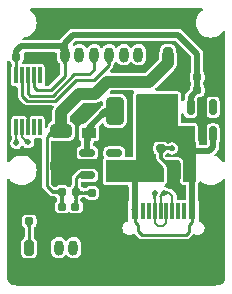
<source format=gbr>
%TF.GenerationSoftware,KiCad,Pcbnew,(6.0.0)*%
%TF.CreationDate,2022-02-06T18:38:23+08:00*%
%TF.ProjectId,FurutaPendulum_Power_Board,46757275-7461-4506-956e-64756c756d5f,rev?*%
%TF.SameCoordinates,Original*%
%TF.FileFunction,Copper,L1,Top*%
%TF.FilePolarity,Positive*%
%FSLAX46Y46*%
G04 Gerber Fmt 4.6, Leading zero omitted, Abs format (unit mm)*
G04 Created by KiCad (PCBNEW (6.0.0)) date 2022-02-06 18:38:23*
%MOMM*%
%LPD*%
G01*
G04 APERTURE LIST*
G04 Aperture macros list*
%AMRoundRect*
0 Rectangle with rounded corners*
0 $1 Rounding radius*
0 $2 $3 $4 $5 $6 $7 $8 $9 X,Y pos of 4 corners*
0 Add a 4 corners polygon primitive as box body*
4,1,4,$2,$3,$4,$5,$6,$7,$8,$9,$2,$3,0*
0 Add four circle primitives for the rounded corners*
1,1,$1+$1,$2,$3*
1,1,$1+$1,$4,$5*
1,1,$1+$1,$6,$7*
1,1,$1+$1,$8,$9*
0 Add four rect primitives between the rounded corners*
20,1,$1+$1,$2,$3,$4,$5,0*
20,1,$1+$1,$4,$5,$6,$7,0*
20,1,$1+$1,$6,$7,$8,$9,0*
20,1,$1+$1,$8,$9,$2,$3,0*%
G04 Aperture macros list end*
%TA.AperFunction,SMDPad,CuDef*%
%ADD10RoundRect,0.375000X0.375000X0.825000X-0.375000X0.825000X-0.375000X-0.825000X0.375000X-0.825000X0*%
%TD*%
%TA.AperFunction,SMDPad,CuDef*%
%ADD11RoundRect,0.155000X-0.212500X-0.155000X0.212500X-0.155000X0.212500X0.155000X-0.212500X0.155000X0*%
%TD*%
%TA.AperFunction,SMDPad,CuDef*%
%ADD12R,1.200000X0.900000*%
%TD*%
%TA.AperFunction,ComponentPad*%
%ADD13RoundRect,0.200000X0.200000X0.450000X-0.200000X0.450000X-0.200000X-0.450000X0.200000X-0.450000X0*%
%TD*%
%TA.AperFunction,ComponentPad*%
%ADD14O,0.800000X1.300000*%
%TD*%
%TA.AperFunction,SMDPad,CuDef*%
%ADD15RoundRect,0.250000X-0.650000X0.325000X-0.650000X-0.325000X0.650000X-0.325000X0.650000X0.325000X0*%
%TD*%
%TA.AperFunction,SMDPad,CuDef*%
%ADD16RoundRect,0.150000X-0.512500X-0.150000X0.512500X-0.150000X0.512500X0.150000X-0.512500X0.150000X0*%
%TD*%
%TA.AperFunction,SMDPad,CuDef*%
%ADD17RoundRect,0.160000X-0.197500X-0.160000X0.197500X-0.160000X0.197500X0.160000X-0.197500X0.160000X0*%
%TD*%
%TA.AperFunction,SMDPad,CuDef*%
%ADD18RoundRect,0.250000X-0.325000X-0.650000X0.325000X-0.650000X0.325000X0.650000X-0.325000X0.650000X0*%
%TD*%
%TA.AperFunction,SMDPad,CuDef*%
%ADD19RoundRect,0.150000X0.150000X-0.512500X0.150000X0.512500X-0.150000X0.512500X-0.150000X-0.512500X0*%
%TD*%
%TA.AperFunction,ComponentPad*%
%ADD20RoundRect,0.200000X-0.200000X-0.450000X0.200000X-0.450000X0.200000X0.450000X-0.200000X0.450000X0*%
%TD*%
%TA.AperFunction,SMDPad,CuDef*%
%ADD21R,0.300000X1.400000*%
%TD*%
%TA.AperFunction,SMDPad,CuDef*%
%ADD22R,0.600000X1.450000*%
%TD*%
%TA.AperFunction,SMDPad,CuDef*%
%ADD23R,0.300000X1.450000*%
%TD*%
%TA.AperFunction,ComponentPad*%
%ADD24O,1.000000X2.100000*%
%TD*%
%TA.AperFunction,ComponentPad*%
%ADD25O,1.000000X1.600000*%
%TD*%
%TA.AperFunction,ViaPad*%
%ADD26C,0.500000*%
%TD*%
%TA.AperFunction,Conductor*%
%ADD27C,0.200000*%
%TD*%
%TA.AperFunction,Conductor*%
%ADD28C,0.250000*%
%TD*%
%TA.AperFunction,Conductor*%
%ADD29C,0.500000*%
%TD*%
%TA.AperFunction,Conductor*%
%ADD30C,1.000000*%
%TD*%
G04 APERTURE END LIST*
D10*
%TO.P,L1,1*%
%TO.N,+5V*%
X104325000Y-101970000D03*
%TO.P,L1,2*%
%TO.N,Net-(D1-Pad2)*%
X99875000Y-101970000D03*
%TD*%
D11*
%TO.P,C4,1*%
%TO.N,+3V3*%
X92632500Y-111300000D03*
%TO.P,C4,2*%
%TO.N,GND*%
X93767500Y-111300000D03*
%TD*%
D12*
%TO.P,D1,1,K*%
%TO.N,+12V*%
X97680000Y-100510000D03*
%TO.P,D1,2,A*%
%TO.N,Net-(D1-Pad2)*%
X97680000Y-103810000D03*
%TD*%
D11*
%TO.P,C3,1*%
%TO.N,+3V3*%
X91532500Y-97370000D03*
%TO.P,C3,2*%
%TO.N,GND*%
X92667500Y-97370000D03*
%TD*%
D13*
%TO.P,J2,1,Pin_1*%
%TO.N,+12V*%
X104375000Y-97200000D03*
D14*
%TO.P,J2,2,Pin_2*%
%TO.N,GND*%
X103125000Y-97200000D03*
%TO.P,J2,3,Pin_3*%
%TO.N,SWDIO*%
X101875000Y-97200000D03*
%TO.P,J2,4,Pin_4*%
%TO.N,SWCLK*%
X100625000Y-97200000D03*
%TO.P,J2,5,Pin_5*%
%TO.N,USART_TX*%
X99375000Y-97200000D03*
%TO.P,J2,6,Pin_6*%
%TO.N,USART_RX*%
X98125000Y-97200000D03*
%TO.P,J2,7,Pin_7*%
%TO.N,Button*%
X96875000Y-97200000D03*
%TO.P,J2,8,Pin_8*%
%TO.N,+3V3*%
X95625000Y-97200000D03*
%TD*%
D11*
%TO.P,C6,1*%
%TO.N,+3V3*%
X106865000Y-100200000D03*
%TO.P,C6,2*%
%TO.N,GND*%
X108000000Y-100200000D03*
%TD*%
%TO.P,C2,1*%
%TO.N,+5V*%
X102642500Y-105120000D03*
%TO.P,C2,2*%
%TO.N,GND*%
X103777500Y-105120000D03*
%TD*%
%TO.P,C5,1*%
%TO.N,+3V3*%
X106865000Y-99100000D03*
%TO.P,C5,2*%
%TO.N,GND*%
X108000000Y-99100000D03*
%TD*%
D15*
%TO.P,C8,1*%
%TO.N,+12V*%
X95340000Y-103655000D03*
%TO.P,C8,2*%
%TO.N,GND*%
X95340000Y-106605000D03*
%TD*%
D16*
%TO.P,U1,1,SW*%
%TO.N,Net-(D1-Pad2)*%
X97562500Y-105520000D03*
%TO.P,U1,2,GND*%
%TO.N,GND*%
X97562500Y-106470000D03*
%TO.P,U1,3,FB*%
%TO.N,Net-(C7-Pad2)*%
X97562500Y-107420000D03*
%TO.P,U1,4,EN*%
%TO.N,+5V*%
X99837500Y-107420000D03*
%TO.P,U1,5,IN*%
X99837500Y-106470000D03*
%TO.P,U1,6,NC*%
%TO.N,unconnected-(U1-Pad6)*%
X99837500Y-105520000D03*
%TD*%
D17*
%TO.P,R1,1*%
%TO.N,+12V*%
X95402500Y-108810000D03*
%TO.P,R1,2*%
%TO.N,Net-(C7-Pad2)*%
X96597500Y-108810000D03*
%TD*%
D18*
%TO.P,C1,1*%
%TO.N,+5V*%
X101905000Y-107030000D03*
%TO.P,C1,2*%
%TO.N,GND*%
X104855000Y-107030000D03*
%TD*%
D19*
%TO.P,U2,1,IN*%
%TO.N,+5V*%
X106300000Y-103937500D03*
%TO.P,U2,2,GND*%
%TO.N,GND*%
X107250000Y-103937500D03*
%TO.P,U2,3,EN*%
%TO.N,+5V*%
X108200000Y-103937500D03*
%TO.P,U2,4,BP*%
%TO.N,unconnected-(U2-Pad4)*%
X108200000Y-101662500D03*
%TO.P,U2,5,OUT*%
%TO.N,+3V3*%
X106300000Y-101662500D03*
%TD*%
D20*
%TO.P,J3,1,Pin_1*%
%TO.N,+3V3*%
X92625000Y-113550000D03*
D14*
%TO.P,J3,2,Pin_2*%
%TO.N,GND*%
X93875000Y-113550000D03*
%TO.P,J3,3,Pin_3*%
%TO.N,SWCLK*%
X95125000Y-113550000D03*
%TO.P,J3,4,Pin_4*%
%TO.N,SWDIO*%
X96375000Y-113550000D03*
%TD*%
D21*
%TO.P,U3,1,UD+*%
%TO.N,D+*%
X91530000Y-103340000D03*
%TO.P,U3,2,UD-*%
%TO.N,D-*%
X92030000Y-103340000D03*
%TO.P,U3,3,GND*%
%TO.N,GND*%
X92530000Y-103340000D03*
%TO.P,U3,4,~{RTS}*%
%TO.N,unconnected-(U3-Pad4)*%
X93030000Y-103340000D03*
%TO.P,U3,5,~{CTS}*%
%TO.N,unconnected-(U3-Pad5)*%
X93530000Y-103340000D03*
%TO.P,U3,6,TNOW*%
%TO.N,unconnected-(U3-Pad6)*%
X93530000Y-98940000D03*
%TO.P,U3,7,VCC*%
%TO.N,+3V3*%
X93030000Y-98940000D03*
%TO.P,U3,8,TXD*%
%TO.N,USART_RX*%
X92530000Y-98940000D03*
%TO.P,U3,9,RXD*%
%TO.N,USART_TX*%
X92030000Y-98940000D03*
%TO.P,U3,10,V3*%
%TO.N,+3V3*%
X91530000Y-98940000D03*
%TD*%
D11*
%TO.P,C7,1*%
%TO.N,+12V*%
X95412500Y-110080000D03*
%TO.P,C7,2*%
%TO.N,Net-(C7-Pad2)*%
X96547500Y-110080000D03*
%TD*%
D17*
%TO.P,R2,1*%
%TO.N,Net-(C7-Pad2)*%
X97932500Y-108900000D03*
%TO.P,R2,2*%
%TO.N,GND*%
X99127500Y-108900000D03*
%TD*%
D22*
%TO.P,J1,A1,GND*%
%TO.N,GND*%
X100750000Y-110455000D03*
%TO.P,J1,A4,VBUS*%
%TO.N,+5V*%
X101550000Y-110455000D03*
D23*
%TO.P,J1,A5,CC1*%
%TO.N,unconnected-(J1-PadA5)*%
X102750000Y-110455000D03*
%TO.P,J1,A6,D+*%
%TO.N,D+*%
X103750000Y-110455000D03*
%TO.P,J1,A7,D-*%
%TO.N,D-*%
X104250000Y-110455000D03*
%TO.P,J1,A8,SBU1*%
%TO.N,unconnected-(J1-PadA8)*%
X105250000Y-110455000D03*
D22*
%TO.P,J1,A9,VBUS*%
%TO.N,+5V*%
X106450000Y-110455000D03*
%TO.P,J1,A12,GND*%
%TO.N,GND*%
X107250000Y-110455000D03*
%TO.P,J1,B1,GND*%
X107250000Y-110455000D03*
%TO.P,J1,B4,VBUS*%
%TO.N,+5V*%
X106450000Y-110455000D03*
D23*
%TO.P,J1,B5,CC2*%
%TO.N,unconnected-(J1-PadB5)*%
X105750000Y-110455000D03*
%TO.P,J1,B6,D+*%
%TO.N,D+*%
X104750000Y-110455000D03*
%TO.P,J1,B7,D-*%
%TO.N,D-*%
X103250000Y-110455000D03*
%TO.P,J1,B8,SBU2*%
%TO.N,unconnected-(J1-PadB8)*%
X102250000Y-110455000D03*
D22*
%TO.P,J1,B9,VBUS*%
%TO.N,+5V*%
X101550000Y-110455000D03*
%TO.P,J1,B12,GND*%
%TO.N,GND*%
X100750000Y-110455000D03*
D24*
%TO.P,J1,S1,SHIELD*%
X108320000Y-111370000D03*
D25*
X99680000Y-115550000D03*
X108320000Y-115550000D03*
D24*
X99680000Y-111370000D03*
%TD*%
D26*
%TO.N,D+*%
X104010000Y-108890000D03*
X91540000Y-104690000D03*
%TO.N,D-*%
X92530000Y-104630011D03*
X103250741Y-108894086D03*
%TO.N,GND*%
X93720000Y-97370000D03*
X104725000Y-105125000D03*
X98400000Y-110350000D03*
X98400000Y-111225000D03*
X97650000Y-111225000D03*
X97650000Y-110350000D03*
X92520000Y-101850000D03*
X100975000Y-104200000D03*
X99725000Y-104200000D03*
X107250000Y-102610000D03*
%TD*%
D27*
%TO.N,D+*%
X91540000Y-104690000D02*
X91530000Y-104680000D01*
X91530000Y-104680000D02*
X91530000Y-103340000D01*
X104750000Y-110455000D02*
X104750000Y-109150000D01*
X104010000Y-108890000D02*
X104000000Y-108900000D01*
X104750000Y-109150000D02*
X104500000Y-108900000D01*
X103750000Y-109150000D02*
X103750000Y-110455000D01*
X104000000Y-108900000D02*
X103750000Y-109150000D01*
X104500000Y-108900000D02*
X104000000Y-108900000D01*
%TO.N,D-*%
X104250000Y-111429022D02*
X103979022Y-111700000D01*
X92030000Y-104149022D02*
X92030000Y-103340000D01*
X103520978Y-111700000D02*
X103250000Y-111429022D01*
X92530000Y-104630011D02*
X92510989Y-104630011D01*
X103979022Y-111700000D02*
X103520978Y-111700000D01*
X92510989Y-104630011D02*
X92030000Y-104149022D01*
X103250741Y-108894086D02*
X103250000Y-108894827D01*
X103250000Y-108894827D02*
X103250000Y-110455000D01*
X104250000Y-110455000D02*
X104250000Y-111429022D01*
X103250000Y-111429022D02*
X103250000Y-110455000D01*
D28*
%TO.N,Net-(C7-Pad2)*%
X97932500Y-108900000D02*
X96687500Y-108900000D01*
X96587500Y-110080000D02*
X96587500Y-108820000D01*
X96600000Y-107670000D02*
X96600000Y-108612500D01*
X96850000Y-107420000D02*
X96600000Y-107670000D01*
X96430000Y-108642500D02*
X96597500Y-108810000D01*
X96587500Y-108820000D02*
X96597500Y-108810000D01*
X97562500Y-107420000D02*
X96850000Y-107420000D01*
X96687500Y-108900000D02*
X96597500Y-108810000D01*
D29*
%TO.N,+5V*%
X104325000Y-103655000D02*
X104325000Y-101970000D01*
D28*
X106450000Y-110455000D02*
X106450000Y-111350727D01*
D29*
X101550000Y-110455000D02*
X101550000Y-107385000D01*
D28*
X106190479Y-112184521D02*
X105925364Y-112449636D01*
D29*
X102642500Y-106292500D02*
X101905000Y-107030000D01*
X102642500Y-102482500D02*
X103155000Y-101970000D01*
D28*
X101809521Y-112109521D02*
X101809521Y-111610248D01*
X106450000Y-111350727D02*
X106190479Y-111610248D01*
X105925364Y-112449636D02*
X102149636Y-112449636D01*
X102149636Y-112449636D02*
X101809521Y-112109521D01*
X106190479Y-111610248D02*
X106190479Y-112184521D01*
D29*
X106450000Y-110455000D02*
X106450000Y-105450000D01*
X106450000Y-105450000D02*
X106300000Y-105300000D01*
X99837500Y-106470000D02*
X101345000Y-106470000D01*
D28*
X101550000Y-111350727D02*
X101550000Y-110455000D01*
D29*
X107890000Y-105350000D02*
X106450000Y-105350000D01*
X108200000Y-105040000D02*
X107890000Y-105350000D01*
X103155000Y-101970000D02*
X104325000Y-101970000D01*
D28*
X101809521Y-111610248D02*
X101550000Y-111350727D01*
X101515000Y-107420000D02*
X101905000Y-107030000D01*
D29*
X108200000Y-103937500D02*
X108200000Y-105040000D01*
X99837500Y-107420000D02*
X101515000Y-107420000D01*
D28*
X106300000Y-103937500D02*
X106297500Y-103940000D01*
D29*
X102642500Y-105120000D02*
X102642500Y-106292500D01*
X106300000Y-105300000D02*
X106300000Y-103937500D01*
X106297500Y-103940000D02*
X104610000Y-103940000D01*
X102642500Y-105120000D02*
X102642500Y-102482500D01*
X104610000Y-103940000D02*
X104325000Y-103655000D01*
D28*
%TO.N,GND*%
X104720000Y-105120000D02*
X104725000Y-105125000D01*
X97562500Y-106470000D02*
X95475000Y-106470000D01*
X100750000Y-110455000D02*
X100750000Y-109150000D01*
X97946072Y-106470000D02*
X98700000Y-107223928D01*
X103777500Y-105952500D02*
X104855000Y-107030000D01*
X107250000Y-100950000D02*
X108000000Y-100200000D01*
X107967500Y-100167500D02*
X108000000Y-100200000D01*
X103777500Y-105120000D02*
X104720000Y-105120000D01*
X92667500Y-97370000D02*
X93720000Y-97370000D01*
X92520000Y-103330000D02*
X92520000Y-101850000D01*
X98700000Y-108472500D02*
X99127500Y-108900000D01*
X103777500Y-105120000D02*
X103777500Y-105952500D01*
X107250000Y-102610000D02*
X107250000Y-100950000D01*
X99127500Y-108900000D02*
X100500000Y-108900000D01*
X95475000Y-106470000D02*
X95340000Y-106605000D01*
X97562500Y-106470000D02*
X97946072Y-106470000D01*
X107250000Y-103937500D02*
X107250000Y-102610000D01*
X92530000Y-103340000D02*
X92520000Y-103330000D01*
X98700000Y-107223928D02*
X98700000Y-108472500D01*
X107967500Y-99100000D02*
X107967500Y-100167500D01*
X100750000Y-109150000D02*
X100500000Y-108900000D01*
X93875000Y-111407500D02*
X93767500Y-111300000D01*
X93875000Y-113550000D02*
X93875000Y-111407500D01*
D29*
%TO.N,+3V3*%
X95625000Y-96805000D02*
X95320000Y-96500000D01*
D28*
X92625000Y-111307500D02*
X92632500Y-111300000D01*
D29*
X91532500Y-96867500D02*
X91532500Y-97370000D01*
X91900000Y-96500000D02*
X91532500Y-96867500D01*
X106300000Y-100765000D02*
X106865000Y-100200000D01*
D28*
X94444282Y-100200000D02*
X95625000Y-99019282D01*
D29*
X106865000Y-99100000D02*
X106865000Y-97135000D01*
X95625000Y-96225000D02*
X95625000Y-96785000D01*
D28*
X91530000Y-98940000D02*
X91530000Y-97372500D01*
X93030000Y-98940000D02*
X93030000Y-99970000D01*
X95625000Y-97200000D02*
X95625000Y-96805000D01*
X91530000Y-97372500D02*
X91532500Y-97370000D01*
D29*
X106865000Y-97135000D02*
X105230000Y-95500000D01*
D28*
X95625000Y-99019282D02*
X95625000Y-97200000D01*
D29*
X106300000Y-101662500D02*
X106300000Y-100765000D01*
D28*
X93030000Y-99970000D02*
X93260000Y-100200000D01*
X92625000Y-113550000D02*
X92625000Y-111307500D01*
X106832500Y-100167500D02*
X106865000Y-100200000D01*
X95625000Y-96785000D02*
X95625000Y-97200000D01*
X93260000Y-100200000D02*
X94444282Y-100200000D01*
D29*
X105230000Y-95500000D02*
X96350000Y-95500000D01*
X95320000Y-96500000D02*
X91900000Y-96500000D01*
X106832500Y-99100000D02*
X106832500Y-100167500D01*
X96350000Y-95500000D02*
X95625000Y-96225000D01*
D30*
%TO.N,+12V*%
X99250000Y-99475000D02*
X102795000Y-99475000D01*
D28*
X95402500Y-108810000D02*
X95402500Y-110070000D01*
X94115480Y-104164520D02*
X94115480Y-108315480D01*
X94610000Y-108810000D02*
X95402500Y-108810000D01*
X95402500Y-110070000D02*
X95412500Y-110080000D01*
X94115480Y-108315480D02*
X94610000Y-108810000D01*
D30*
X97680000Y-100510000D02*
X98215000Y-100510000D01*
X96890000Y-100510000D02*
X97680000Y-100510000D01*
D28*
X94625000Y-103655000D02*
X94115480Y-104164520D01*
D30*
X98215000Y-100510000D02*
X99250000Y-99475000D01*
X104375000Y-97895000D02*
X104375000Y-97200000D01*
X95340000Y-103655000D02*
X95340000Y-102060000D01*
D28*
X95340000Y-103655000D02*
X94625000Y-103655000D01*
D30*
X95340000Y-102060000D02*
X96890000Y-100510000D01*
X102795000Y-99475000D02*
X104375000Y-97895000D01*
D29*
%TO.N,Net-(D1-Pad2)*%
X99080000Y-101970000D02*
X99520000Y-101970000D01*
D28*
X99520000Y-101970000D02*
X99875000Y-101970000D01*
X97562500Y-103927500D02*
X97680000Y-103810000D01*
D29*
X97680000Y-103370000D02*
X99080000Y-101970000D01*
X97562500Y-105520000D02*
X97562500Y-103927500D01*
X97680000Y-103810000D02*
X97680000Y-103370000D01*
D28*
%TO.N,USART_RX*%
X92530000Y-100470000D02*
X92530000Y-98940000D01*
X92720480Y-100660480D02*
X92530000Y-100470000D01*
X94619520Y-100660480D02*
X92720480Y-100660480D01*
X98125000Y-98475000D02*
X97729520Y-98870480D01*
X96409520Y-98870480D02*
X94619520Y-100660480D01*
X97729520Y-98870480D02*
X96409520Y-98870480D01*
X98125000Y-97200000D02*
X98125000Y-98475000D01*
%TO.N,USART_TX*%
X96595717Y-99320000D02*
X94805717Y-101110000D01*
X99375000Y-98095000D02*
X98150000Y-99320000D01*
X94805717Y-101110000D02*
X92480000Y-101110000D01*
X92480000Y-101110000D02*
X92030000Y-100660000D01*
X99375000Y-97200000D02*
X99375000Y-98095000D01*
X98150000Y-99320000D02*
X96595717Y-99320000D01*
X92030000Y-100660000D02*
X92030000Y-98940000D01*
%TD*%
%TA.AperFunction,Conductor*%
%TO.N,Net-(C7-Pad2)*%
G36*
X96881002Y-108958412D02*
G01*
X96851806Y-109011919D01*
X96824796Y-109058482D01*
X96804317Y-109093311D01*
X96800202Y-109100309D01*
X96800189Y-109100332D01*
X96800182Y-109100344D01*
X96778173Y-109139745D01*
X96758976Y-109178926D01*
X96742802Y-109220130D01*
X96729858Y-109265598D01*
X96720353Y-109317571D01*
X96714498Y-109378291D01*
X96714492Y-109378499D01*
X96714492Y-109378502D01*
X96712817Y-109438626D01*
X96709162Y-109446800D01*
X96701122Y-109450000D01*
X96473894Y-109450000D01*
X96465621Y-109446573D01*
X96462198Y-109438610D01*
X96460555Y-109376615D01*
X96460555Y-109376610D01*
X96460550Y-109376433D01*
X96454870Y-109314153D01*
X96445710Y-109260810D01*
X96434862Y-109219870D01*
X96433387Y-109214303D01*
X96433384Y-109214292D01*
X96433321Y-109214056D01*
X96423556Y-109187037D01*
X96418035Y-109171762D01*
X96418033Y-109171757D01*
X96417956Y-109171544D01*
X96399866Y-109130926D01*
X96379302Y-109089852D01*
X96356516Y-109045975D01*
X96331834Y-108997094D01*
X96331683Y-108996783D01*
X96308809Y-108947947D01*
X96308403Y-108939001D01*
X96311228Y-108934615D01*
X96377393Y-108869979D01*
X96602497Y-108650079D01*
X96881002Y-108958412D01*
G37*
%TD.AperFunction*%
%TD*%
%TA.AperFunction,Conductor*%
%TO.N,D-*%
G36*
X103346589Y-110168427D02*
G01*
X103350016Y-110176683D01*
X103350043Y-110196976D01*
X103350310Y-110225132D01*
X103351005Y-110250109D01*
X103352331Y-110272544D01*
X103354494Y-110293079D01*
X103357697Y-110312352D01*
X103362145Y-110331002D01*
X103368042Y-110349671D01*
X103375592Y-110368995D01*
X103375652Y-110369126D01*
X103381700Y-110382383D01*
X103382016Y-110391332D01*
X103379488Y-110395348D01*
X103250000Y-110530000D01*
X103120512Y-110395349D01*
X103117247Y-110387010D01*
X103118300Y-110382383D01*
X103124347Y-110369126D01*
X103124407Y-110368995D01*
X103131957Y-110349671D01*
X103137854Y-110331002D01*
X103142302Y-110312352D01*
X103145505Y-110293079D01*
X103147668Y-110272544D01*
X103148994Y-110250109D01*
X103149689Y-110225132D01*
X103149956Y-110196976D01*
X103149984Y-110176684D01*
X103153422Y-110168415D01*
X103161684Y-110165000D01*
X103338316Y-110165000D01*
X103346589Y-110168427D01*
G37*
%TD.AperFunction*%
%TD*%
%TA.AperFunction,Conductor*%
%TO.N,+12V*%
G36*
X95403273Y-108653734D02*
G01*
X95404575Y-108653708D01*
X95408744Y-108656493D01*
X95480861Y-108731486D01*
X95480879Y-108731504D01*
X95681210Y-108939823D01*
X95684734Y-108943488D01*
X95687999Y-108951827D01*
X95686731Y-108956899D01*
X95663139Y-109003316D01*
X95662971Y-109003635D01*
X95637418Y-109050292D01*
X95637353Y-109050409D01*
X95613764Y-109092333D01*
X95592444Y-109131707D01*
X95592390Y-109131820D01*
X95592382Y-109131835D01*
X95573785Y-109170531D01*
X95573780Y-109170542D01*
X95573687Y-109170736D01*
X95557756Y-109211686D01*
X95544910Y-109256821D01*
X95535412Y-109308408D01*
X95529521Y-109368713D01*
X95529515Y-109368930D01*
X95527822Y-109428632D01*
X95524162Y-109436804D01*
X95516127Y-109440000D01*
X95288873Y-109440000D01*
X95280600Y-109436573D01*
X95277178Y-109428632D01*
X95275484Y-109368930D01*
X95275478Y-109368713D01*
X95269587Y-109308408D01*
X95260089Y-109256821D01*
X95247243Y-109211686D01*
X95231312Y-109170736D01*
X95231219Y-109170542D01*
X95231214Y-109170531D01*
X95212617Y-109131835D01*
X95212609Y-109131820D01*
X95212555Y-109131707D01*
X95191235Y-109092333D01*
X95167645Y-109050409D01*
X95167581Y-109050293D01*
X95166483Y-109048288D01*
X95141946Y-109003486D01*
X95114500Y-108949484D01*
X95399435Y-108653188D01*
X95400103Y-108652493D01*
X95403273Y-108653734D01*
G37*
%TD.AperFunction*%
%TD*%
%TA.AperFunction,Conductor*%
%TO.N,+3V3*%
G36*
X91651482Y-98653427D02*
G01*
X91654909Y-98661790D01*
X91654750Y-98682451D01*
X91654748Y-98682591D01*
X91654158Y-98712644D01*
X91653455Y-98740445D01*
X91652874Y-98765974D01*
X91652649Y-98789289D01*
X91653012Y-98810445D01*
X91654195Y-98829499D01*
X91654220Y-98829690D01*
X91654221Y-98829699D01*
X91656395Y-98846223D01*
X91656397Y-98846233D01*
X91656433Y-98846508D01*
X91659956Y-98861528D01*
X91660100Y-98861901D01*
X91660101Y-98861905D01*
X91662322Y-98867668D01*
X91662100Y-98876620D01*
X91659838Y-98879985D01*
X91538433Y-99006231D01*
X91530229Y-99009819D01*
X91521567Y-99006231D01*
X91400162Y-98879985D01*
X91396897Y-98871646D01*
X91397677Y-98867669D01*
X91399898Y-98861905D01*
X91399899Y-98861902D01*
X91400043Y-98861528D01*
X91403566Y-98846508D01*
X91403602Y-98846233D01*
X91403604Y-98846223D01*
X91405778Y-98829699D01*
X91405779Y-98829690D01*
X91405804Y-98829499D01*
X91406987Y-98810445D01*
X91407350Y-98789289D01*
X91407125Y-98765974D01*
X91406544Y-98740445D01*
X91405841Y-98712644D01*
X91405251Y-98682591D01*
X91405249Y-98682451D01*
X91405090Y-98661790D01*
X91408453Y-98653491D01*
X91416790Y-98650000D01*
X91643209Y-98650000D01*
X91651482Y-98653427D01*
G37*
%TD.AperFunction*%
%TD*%
%TA.AperFunction,Conductor*%
%TO.N,+5V*%
G36*
X101695779Y-110456592D02*
G01*
X101814255Y-110579792D01*
X101817520Y-110588131D01*
X101816270Y-110593167D01*
X101794880Y-110635611D01*
X101794753Y-110635857D01*
X101771525Y-110679361D01*
X101750328Y-110718637D01*
X101731391Y-110755639D01*
X101714888Y-110792421D01*
X101700994Y-110831041D01*
X101689883Y-110873553D01*
X101681731Y-110922013D01*
X101676711Y-110978477D01*
X101676706Y-110978660D01*
X101676706Y-110978665D01*
X101675293Y-111033601D01*
X101671655Y-111041783D01*
X101663597Y-111045000D01*
X101436403Y-111045000D01*
X101428130Y-111041573D01*
X101424707Y-111033601D01*
X101423293Y-110978665D01*
X101423293Y-110978660D01*
X101423288Y-110978477D01*
X101418268Y-110922013D01*
X101410116Y-110873553D01*
X101399005Y-110831041D01*
X101385111Y-110792421D01*
X101368608Y-110755639D01*
X101349671Y-110718637D01*
X101328474Y-110679361D01*
X101305246Y-110635857D01*
X101305119Y-110635611D01*
X101283730Y-110593167D01*
X101283067Y-110584237D01*
X101285745Y-110579792D01*
X101404138Y-110456678D01*
X101550000Y-110305000D01*
X101695779Y-110456592D01*
G37*
%TD.AperFunction*%
%TD*%
%TA.AperFunction,Conductor*%
%TO.N,+3V3*%
G36*
X91804670Y-97501397D02*
G01*
X91807865Y-97509761D01*
X91806568Y-97514800D01*
X91783670Y-97559180D01*
X91783532Y-97559437D01*
X91758799Y-97604449D01*
X91736140Y-97645044D01*
X91736104Y-97645112D01*
X91715907Y-97683107D01*
X91715899Y-97683123D01*
X91715840Y-97683234D01*
X91715790Y-97683342D01*
X91715782Y-97683357D01*
X91698192Y-97720977D01*
X91698187Y-97720990D01*
X91698101Y-97721173D01*
X91698021Y-97721386D01*
X91683721Y-97759443D01*
X91683130Y-97761015D01*
X91683061Y-97761269D01*
X91671199Y-97804656D01*
X91671197Y-97804667D01*
X91671129Y-97804914D01*
X91662305Y-97855025D01*
X91662283Y-97855264D01*
X91656905Y-97913020D01*
X91656860Y-97913502D01*
X91656855Y-97913676D01*
X91656855Y-97913681D01*
X91655307Y-97971115D01*
X91651658Y-97979293D01*
X91643611Y-97982500D01*
X91416393Y-97982500D01*
X91408120Y-97979073D01*
X91404697Y-97971111D01*
X91404147Y-97950446D01*
X91403150Y-97913020D01*
X91403134Y-97912845D01*
X91397769Y-97854384D01*
X91397768Y-97854374D01*
X91397746Y-97854138D01*
X91389002Y-97803673D01*
X91377134Y-97759443D01*
X91362357Y-97719265D01*
X91344888Y-97680959D01*
X91324941Y-97642343D01*
X91302733Y-97601235D01*
X91280596Y-97559449D01*
X91278544Y-97555576D01*
X91278400Y-97555294D01*
X91256079Y-97510253D01*
X91255476Y-97501319D01*
X91258195Y-97496880D01*
X91533780Y-97215006D01*
X91804670Y-97501397D01*
G37*
%TD.AperFunction*%
%TD*%
%TA.AperFunction,Conductor*%
%TO.N,D+*%
G36*
X104846589Y-110168427D02*
G01*
X104850016Y-110176683D01*
X104850043Y-110196976D01*
X104850310Y-110225132D01*
X104851005Y-110250109D01*
X104852331Y-110272544D01*
X104854494Y-110293079D01*
X104857697Y-110312352D01*
X104862145Y-110331002D01*
X104868042Y-110349671D01*
X104875592Y-110368995D01*
X104875652Y-110369126D01*
X104881700Y-110382383D01*
X104882016Y-110391332D01*
X104879488Y-110395349D01*
X104758433Y-110521231D01*
X104750229Y-110524819D01*
X104741567Y-110521231D01*
X104620512Y-110395349D01*
X104617247Y-110387010D01*
X104618300Y-110382383D01*
X104624347Y-110369126D01*
X104624407Y-110368995D01*
X104631957Y-110349671D01*
X104637854Y-110331002D01*
X104642302Y-110312352D01*
X104645505Y-110293079D01*
X104647668Y-110272544D01*
X104648994Y-110250109D01*
X104649689Y-110225132D01*
X104649956Y-110196976D01*
X104649984Y-110176684D01*
X104653422Y-110168415D01*
X104661684Y-110165000D01*
X104838316Y-110165000D01*
X104846589Y-110168427D01*
G37*
%TD.AperFunction*%
%TD*%
%TA.AperFunction,Conductor*%
%TO.N,+3V3*%
G36*
X95746976Y-96403427D02*
G01*
X95750396Y-96411290D01*
X95753219Y-96491780D01*
X95753249Y-96492029D01*
X95762004Y-96564676D01*
X95762490Y-96568713D01*
X95762556Y-96569005D01*
X95775585Y-96626632D01*
X95777235Y-96633931D01*
X95796872Y-96690568D01*
X95820823Y-96741757D01*
X95848508Y-96790632D01*
X95871014Y-96826895D01*
X95879329Y-96840293D01*
X95879339Y-96840309D01*
X95879348Y-96840324D01*
X95912682Y-96893839D01*
X95912858Y-96894132D01*
X95948028Y-96954450D01*
X95948305Y-96954953D01*
X95981133Y-97018195D01*
X95981903Y-97027116D01*
X95979182Y-97031695D01*
X95625000Y-97400000D01*
X95265000Y-97025645D01*
X95301826Y-96954698D01*
X95337236Y-96893969D01*
X95370651Y-96840324D01*
X95401491Y-96790632D01*
X95429176Y-96741757D01*
X95453127Y-96690568D01*
X95472764Y-96633931D01*
X95487509Y-96568713D01*
X95496780Y-96491780D01*
X95500000Y-96400000D01*
X95738703Y-96400000D01*
X95746976Y-96403427D01*
G37*
%TD.AperFunction*%
%TD*%
%TA.AperFunction,Conductor*%
%TO.N,+12V*%
G36*
X95836507Y-102513427D02*
G01*
X95839934Y-102521765D01*
X95839261Y-102641192D01*
X95837452Y-102765747D01*
X95835182Y-102882675D01*
X95833058Y-102990984D01*
X95831691Y-103089685D01*
X95831688Y-103177784D01*
X95833658Y-103254293D01*
X95838211Y-103318220D01*
X95845955Y-103368573D01*
X95853882Y-103393148D01*
X95855352Y-103397705D01*
X95854630Y-103406631D01*
X95852650Y-103409407D01*
X95840778Y-103421753D01*
X95480940Y-103795940D01*
X95480865Y-103796018D01*
X95347240Y-103934971D01*
X95339036Y-103938559D01*
X95335542Y-103937864D01*
X94822500Y-103404364D01*
X94834044Y-103368573D01*
X94841788Y-103318220D01*
X94846341Y-103254293D01*
X94848311Y-103177784D01*
X94848308Y-103089685D01*
X94846941Y-102990984D01*
X94844817Y-102882675D01*
X94842547Y-102765747D01*
X94840738Y-102641192D01*
X94840066Y-102521766D01*
X94843446Y-102513474D01*
X94851766Y-102510000D01*
X95828234Y-102510000D01*
X95836507Y-102513427D01*
G37*
%TD.AperFunction*%
%TD*%
%TA.AperFunction,Conductor*%
%TO.N,+3V3*%
G36*
X93038433Y-98873769D02*
G01*
X93159838Y-99000015D01*
X93163103Y-99008354D01*
X93162322Y-99012331D01*
X93159956Y-99018471D01*
X93156433Y-99033491D01*
X93156397Y-99033766D01*
X93156395Y-99033776D01*
X93154221Y-99050300D01*
X93154195Y-99050500D01*
X93153012Y-99069554D01*
X93152649Y-99090710D01*
X93152650Y-99090827D01*
X93152650Y-99090860D01*
X93152874Y-99113985D01*
X93152875Y-99114079D01*
X93153452Y-99139430D01*
X93153453Y-99139460D01*
X93153455Y-99139554D01*
X93154156Y-99167289D01*
X93154158Y-99167355D01*
X93154748Y-99197408D01*
X93154750Y-99197548D01*
X93154909Y-99218210D01*
X93151546Y-99226509D01*
X93143209Y-99230000D01*
X92916790Y-99230000D01*
X92908517Y-99226573D01*
X92905090Y-99218210D01*
X92905249Y-99197548D01*
X92905251Y-99197408D01*
X92905841Y-99167355D01*
X92905843Y-99167289D01*
X92906544Y-99139554D01*
X92906546Y-99139460D01*
X92906547Y-99139430D01*
X92907124Y-99114079D01*
X92907125Y-99113985D01*
X92907349Y-99090860D01*
X92907349Y-99090827D01*
X92907350Y-99090710D01*
X92906987Y-99069554D01*
X92905804Y-99050500D01*
X92905778Y-99050300D01*
X92903604Y-99033776D01*
X92903602Y-99033766D01*
X92903566Y-99033491D01*
X92900043Y-99018471D01*
X92899900Y-99018099D01*
X92899900Y-99018098D01*
X92897678Y-99012333D01*
X92897900Y-99003381D01*
X92900162Y-99000015D01*
X93021567Y-98873769D01*
X93029771Y-98870181D01*
X93038433Y-98873769D01*
G37*
%TD.AperFunction*%
%TD*%
%TA.AperFunction,Conductor*%
%TO.N,+3V3*%
G36*
X95979174Y-97368297D02*
G01*
X95982439Y-97376635D01*
X95981119Y-97381809D01*
X95948736Y-97444005D01*
X95948443Y-97444534D01*
X95913513Y-97503921D01*
X95913320Y-97504236D01*
X95880118Y-97556809D01*
X95880115Y-97556811D01*
X95880116Y-97556812D01*
X95849261Y-97605640D01*
X95821476Y-97653647D01*
X95797374Y-97703935D01*
X95777564Y-97759610D01*
X95762658Y-97823777D01*
X95753266Y-97899538D01*
X95753257Y-97899799D01*
X95750407Y-97978722D01*
X95746684Y-97986866D01*
X95738715Y-97990000D01*
X95511285Y-97990000D01*
X95503012Y-97986573D01*
X95499593Y-97978722D01*
X95496742Y-97899799D01*
X95496733Y-97899538D01*
X95487341Y-97823777D01*
X95472435Y-97759610D01*
X95452625Y-97703935D01*
X95428523Y-97653647D01*
X95400738Y-97605640D01*
X95369883Y-97556812D01*
X95336666Y-97504214D01*
X95336486Y-97503921D01*
X95301556Y-97444534D01*
X95301263Y-97444005D01*
X95268881Y-97381810D01*
X95268100Y-97372889D01*
X95270826Y-97368297D01*
X95429415Y-97203384D01*
X95625000Y-97000000D01*
X95979174Y-97368297D01*
G37*
%TD.AperFunction*%
%TD*%
%TA.AperFunction,Conductor*%
%TO.N,D-*%
G36*
X92243485Y-104220652D02*
G01*
X92275690Y-104251169D01*
X92275701Y-104251179D01*
X92275829Y-104251300D01*
X92312511Y-104281708D01*
X92346388Y-104305338D01*
X92378584Y-104323487D01*
X92378854Y-104323606D01*
X92409991Y-104337348D01*
X92409999Y-104337351D01*
X92410223Y-104337450D01*
X92410465Y-104337533D01*
X92410467Y-104337534D01*
X92442252Y-104348462D01*
X92442258Y-104348464D01*
X92442430Y-104348523D01*
X92442596Y-104348569D01*
X92442601Y-104348571D01*
X92453181Y-104351529D01*
X92476329Y-104358003D01*
X92513042Y-104367184D01*
X92513044Y-104367186D01*
X92513044Y-104367185D01*
X92553627Y-104377348D01*
X92553825Y-104377400D01*
X92575490Y-104383313D01*
X92591431Y-104387663D01*
X92598510Y-104393147D01*
X92600020Y-104398102D01*
X92622063Y-104701459D01*
X92619245Y-104709959D01*
X92610785Y-104714000D01*
X92306813Y-104724170D01*
X92298431Y-104721022D01*
X92295518Y-104716716D01*
X92280693Y-104678573D01*
X92280591Y-104678298D01*
X92266049Y-104637711D01*
X92266012Y-104637607D01*
X92253206Y-104600775D01*
X92240817Y-104566831D01*
X92240813Y-104566820D01*
X92240770Y-104566703D01*
X92227279Y-104534228D01*
X92211297Y-104502162D01*
X92191393Y-104469318D01*
X92166130Y-104434507D01*
X92166000Y-104434353D01*
X92134194Y-104396683D01*
X92134184Y-104396671D01*
X92134076Y-104396544D01*
X92101669Y-104362508D01*
X92098447Y-104354153D01*
X92101870Y-104346167D01*
X92227165Y-104220872D01*
X92235438Y-104217445D01*
X92243485Y-104220652D01*
G37*
%TD.AperFunction*%
%TD*%
%TA.AperFunction,Conductor*%
%TO.N,USART_RX*%
G36*
X92538433Y-98873769D02*
G01*
X92659838Y-99000015D01*
X92663103Y-99008354D01*
X92662322Y-99012331D01*
X92659956Y-99018471D01*
X92656433Y-99033491D01*
X92656397Y-99033766D01*
X92656395Y-99033776D01*
X92654221Y-99050300D01*
X92654195Y-99050500D01*
X92653012Y-99069554D01*
X92652649Y-99090710D01*
X92652650Y-99090827D01*
X92652650Y-99090860D01*
X92652874Y-99113985D01*
X92652875Y-99114079D01*
X92653452Y-99139430D01*
X92653453Y-99139460D01*
X92653455Y-99139554D01*
X92654156Y-99167289D01*
X92654158Y-99167355D01*
X92654748Y-99197408D01*
X92654750Y-99197548D01*
X92654909Y-99218210D01*
X92651546Y-99226509D01*
X92643209Y-99230000D01*
X92416790Y-99230000D01*
X92408517Y-99226573D01*
X92405090Y-99218210D01*
X92405249Y-99197548D01*
X92405251Y-99197408D01*
X92405841Y-99167355D01*
X92405843Y-99167289D01*
X92406544Y-99139554D01*
X92406546Y-99139460D01*
X92406547Y-99139430D01*
X92407124Y-99114079D01*
X92407125Y-99113985D01*
X92407349Y-99090860D01*
X92407349Y-99090827D01*
X92407350Y-99090710D01*
X92406987Y-99069554D01*
X92405804Y-99050500D01*
X92405778Y-99050300D01*
X92403604Y-99033776D01*
X92403602Y-99033766D01*
X92403566Y-99033491D01*
X92400043Y-99018471D01*
X92399900Y-99018099D01*
X92399900Y-99018098D01*
X92397678Y-99012333D01*
X92397900Y-99003381D01*
X92400162Y-99000015D01*
X92521567Y-98873769D01*
X92529771Y-98870181D01*
X92538433Y-98873769D01*
G37*
%TD.AperFunction*%
%TD*%
%TA.AperFunction,Conductor*%
%TO.N,+5V*%
G36*
X101796480Y-109868427D02*
G01*
X101799907Y-109876792D01*
X101799478Y-109931474D01*
X101798233Y-109993073D01*
X101796746Y-110049913D01*
X101795499Y-110102109D01*
X101794972Y-110149777D01*
X101795648Y-110193032D01*
X101798007Y-110231989D01*
X101802532Y-110266765D01*
X101809702Y-110297475D01*
X101817327Y-110317288D01*
X101817101Y-110326238D01*
X101814842Y-110329598D01*
X101550000Y-110605000D01*
X101285159Y-110329599D01*
X101281894Y-110321260D01*
X101282673Y-110317287D01*
X101290149Y-110297859D01*
X101290297Y-110297475D01*
X101297467Y-110266765D01*
X101301992Y-110231989D01*
X101304351Y-110193032D01*
X101305027Y-110149777D01*
X101304500Y-110102109D01*
X101303253Y-110049913D01*
X101301766Y-109993073D01*
X101300521Y-109931474D01*
X101300092Y-109876791D01*
X101303454Y-109868492D01*
X101311792Y-109865000D01*
X101788207Y-109865000D01*
X101796480Y-109868427D01*
G37*
%TD.AperFunction*%
%TD*%
%TA.AperFunction,Conductor*%
%TO.N,+5V*%
G36*
X105192121Y-100520002D02*
G01*
X105238614Y-100573658D01*
X105250000Y-100626000D01*
X105250000Y-103250000D01*
X106570851Y-103250000D01*
X106638972Y-103270002D01*
X106685465Y-103323658D01*
X106696463Y-103385886D01*
X106696275Y-103388271D01*
X106695500Y-103393166D01*
X106695500Y-104481834D01*
X106710502Y-104576555D01*
X106715003Y-104585388D01*
X106715004Y-104585392D01*
X106736267Y-104627123D01*
X106750000Y-104684325D01*
X106750000Y-106894022D01*
X106749521Y-106905003D01*
X106742121Y-106989584D01*
X106741210Y-107000000D01*
X106741689Y-107005475D01*
X106749521Y-107094995D01*
X106750000Y-107105977D01*
X106750000Y-107874000D01*
X106729998Y-107942121D01*
X106676342Y-107988614D01*
X106624000Y-108000000D01*
X105780664Y-108000000D01*
X105712543Y-107979998D01*
X105666050Y-107926342D01*
X105655946Y-107856068D01*
X105662682Y-107829772D01*
X105675025Y-107796846D01*
X105675026Y-107796843D01*
X105677798Y-107789448D01*
X105684500Y-107727756D01*
X105684500Y-106332244D01*
X105677798Y-106270552D01*
X105627071Y-106135236D01*
X105621691Y-106128057D01*
X105621689Y-106128054D01*
X105545785Y-106026776D01*
X105540404Y-106019596D01*
X105481032Y-105975099D01*
X105431946Y-105938311D01*
X105431943Y-105938309D01*
X105424764Y-105932929D01*
X105333137Y-105898580D01*
X105296843Y-105884974D01*
X105296841Y-105884974D01*
X105289448Y-105882202D01*
X105281598Y-105881349D01*
X105281597Y-105881349D01*
X105231153Y-105875869D01*
X105231152Y-105875869D01*
X105227756Y-105875500D01*
X104831568Y-105875500D01*
X104763447Y-105855498D01*
X104720457Y-105805885D01*
X104693541Y-105846175D01*
X104628446Y-105874516D01*
X104612733Y-105875500D01*
X104482244Y-105875500D01*
X104478848Y-105875869D01*
X104478847Y-105875869D01*
X104428403Y-105881349D01*
X104428402Y-105881349D01*
X104420552Y-105882202D01*
X104368023Y-105901894D01*
X104297219Y-105907077D01*
X104234701Y-105873007D01*
X104193905Y-105832211D01*
X104159879Y-105769899D01*
X104157000Y-105743116D01*
X104157000Y-105726715D01*
X104177002Y-105658594D01*
X104217626Y-105621840D01*
X104216838Y-105620755D01*
X104224866Y-105614922D01*
X104233698Y-105610422D01*
X104284601Y-105559519D01*
X104346913Y-105525493D01*
X104417728Y-105530558D01*
X104443515Y-105543727D01*
X104498101Y-105580063D01*
X104498103Y-105580064D01*
X104505574Y-105585037D01*
X104514138Y-105587713D01*
X104514141Y-105587714D01*
X104643510Y-105628132D01*
X104642946Y-105629937D01*
X104696924Y-105655756D01*
X104722539Y-105697215D01*
X104736344Y-105666988D01*
X104798426Y-105627937D01*
X104918763Y-105595130D01*
X104918765Y-105595129D01*
X104927422Y-105592769D01*
X105050572Y-105517154D01*
X105147551Y-105410014D01*
X105210560Y-105279962D01*
X105234536Y-105137453D01*
X105234688Y-105125000D01*
X105214201Y-104981948D01*
X105154388Y-104850395D01*
X105148530Y-104843596D01*
X105148527Y-104843592D01*
X105065916Y-104747718D01*
X105065913Y-104747716D01*
X105060056Y-104740918D01*
X104982615Y-104690723D01*
X104946324Y-104667200D01*
X104946322Y-104667199D01*
X104938790Y-104662317D01*
X104921921Y-104657272D01*
X104808938Y-104623482D01*
X104808936Y-104623482D01*
X104800337Y-104620910D01*
X104791363Y-104620855D01*
X104791361Y-104620855D01*
X104728082Y-104620469D01*
X104655827Y-104620028D01*
X104647196Y-104622495D01*
X104647194Y-104622495D01*
X104525509Y-104657272D01*
X104525505Y-104657274D01*
X104516879Y-104659739D01*
X104509293Y-104664525D01*
X104509285Y-104664529D01*
X104446886Y-104703901D01*
X104378601Y-104723336D01*
X104310649Y-104702767D01*
X104290555Y-104686435D01*
X104233698Y-104629578D01*
X104118120Y-104570688D01*
X104108331Y-104569138D01*
X104108329Y-104569137D01*
X104080079Y-104564663D01*
X104022226Y-104555500D01*
X103532774Y-104555500D01*
X103474921Y-104564663D01*
X103446671Y-104569137D01*
X103446669Y-104569138D01*
X103436880Y-104570688D01*
X103321302Y-104629578D01*
X103229578Y-104721302D01*
X103170688Y-104836880D01*
X103155500Y-104932774D01*
X103155500Y-105307226D01*
X103170688Y-105403120D01*
X103229578Y-105518698D01*
X103321302Y-105610422D01*
X103330134Y-105614922D01*
X103338162Y-105620755D01*
X103337234Y-105622032D01*
X103380820Y-105663199D01*
X103398000Y-105726715D01*
X103398000Y-105898580D01*
X103395451Y-105922528D01*
X103395372Y-105924193D01*
X103393180Y-105934376D01*
X103394404Y-105944717D01*
X103397127Y-105967723D01*
X103397477Y-105973654D01*
X103397572Y-105973646D01*
X103398000Y-105978824D01*
X103398000Y-105984024D01*
X103398854Y-105989153D01*
X103398854Y-105989156D01*
X103401169Y-106003065D01*
X103402006Y-106008943D01*
X103408030Y-106059841D01*
X103411993Y-106068093D01*
X103413496Y-106077126D01*
X103418443Y-106086295D01*
X103418444Y-106086297D01*
X103437834Y-106122232D01*
X103440531Y-106127525D01*
X103459285Y-106166582D01*
X103459288Y-106166586D01*
X103462719Y-106173732D01*
X103466314Y-106178008D01*
X103468237Y-106179931D01*
X103470009Y-106181863D01*
X103470052Y-106181942D01*
X103469928Y-106182055D01*
X103470404Y-106182595D01*
X103473490Y-106188314D01*
X103481135Y-106195381D01*
X103513086Y-106224916D01*
X103516652Y-106228346D01*
X103988595Y-106700289D01*
X104022621Y-106762601D01*
X104025500Y-106789384D01*
X104025500Y-107727756D01*
X104032202Y-107789448D01*
X104034974Y-107796843D01*
X104034975Y-107796846D01*
X104047318Y-107829772D01*
X104052501Y-107900579D01*
X104018579Y-107962947D01*
X103956324Y-107997076D01*
X103929336Y-108000000D01*
X99226000Y-108000000D01*
X99157879Y-107979998D01*
X99111386Y-107926342D01*
X99100000Y-107874000D01*
X99100000Y-106276000D01*
X99120002Y-106207879D01*
X99173658Y-106161386D01*
X99226000Y-106150000D01*
X101700000Y-106150000D01*
X101700000Y-100626000D01*
X101720002Y-100557879D01*
X101773658Y-100511386D01*
X101826000Y-100500000D01*
X105124000Y-100500000D01*
X105192121Y-100520002D01*
G37*
%TD.AperFunction*%
%TD*%
%TA.AperFunction,Conductor*%
%TO.N,Net-(D1-Pad2)*%
G36*
X99352373Y-101444183D02*
G01*
X99919666Y-101776495D01*
X100236662Y-101962187D01*
X100242068Y-101969325D01*
X100240843Y-101978196D01*
X100238859Y-101980714D01*
X100145895Y-102070113D01*
X99553979Y-102639330D01*
X99545640Y-102642595D01*
X99540733Y-102641409D01*
X99459701Y-102601819D01*
X99459678Y-102601808D01*
X99407240Y-102576890D01*
X99375973Y-102562032D01*
X99295906Y-102527997D01*
X99248562Y-102512137D01*
X99218851Y-102502184D01*
X99218848Y-102502183D01*
X99218510Y-102502070D01*
X99142795Y-102486610D01*
X99121063Y-102485846D01*
X99068350Y-102483994D01*
X99068346Y-102483994D01*
X99067768Y-102483974D01*
X99067191Y-102484070D01*
X99067192Y-102484070D01*
X98993043Y-102496419D01*
X98993039Y-102496420D01*
X98992439Y-102496520D01*
X98991871Y-102496743D01*
X98978304Y-102502070D01*
X98915817Y-102526604D01*
X98880268Y-102549122D01*
X98859954Y-102561990D01*
X98836911Y-102576586D01*
X98762969Y-102641581D01*
X98754495Y-102644468D01*
X98746974Y-102641065D01*
X98409534Y-102303625D01*
X98406107Y-102295352D01*
X98409616Y-102286997D01*
X98526607Y-102172298D01*
X98526791Y-102172122D01*
X98635379Y-102070202D01*
X98635573Y-102070024D01*
X98731122Y-101984300D01*
X98731298Y-101984145D01*
X98817540Y-101909839D01*
X98817658Y-101909739D01*
X98898231Y-101842158D01*
X98898253Y-101842139D01*
X98976896Y-101776505D01*
X98976908Y-101776495D01*
X99057112Y-101708231D01*
X99057185Y-101708169D01*
X99057209Y-101708147D01*
X99057239Y-101708122D01*
X99110420Y-101661055D01*
X99142795Y-101632403D01*
X99237399Y-101544479D01*
X99338285Y-101445909D01*
X99346597Y-101442579D01*
X99352373Y-101444183D01*
G37*
%TD.AperFunction*%
%TD*%
%TA.AperFunction,Conductor*%
%TO.N,+3V3*%
G36*
X91447088Y-96616011D02*
G01*
X91448014Y-96616844D01*
X91784938Y-96953768D01*
X91788365Y-96962041D01*
X91785783Y-96969372D01*
X91768984Y-96990267D01*
X91768981Y-96990272D01*
X91768546Y-96990813D01*
X91754329Y-97021172D01*
X91754191Y-97021868D01*
X91748378Y-97051187D01*
X91748378Y-97051192D01*
X91748256Y-97051805D01*
X91748871Y-97082245D01*
X91754718Y-97112030D01*
X91764342Y-97140695D01*
X91764448Y-97140936D01*
X91764451Y-97140943D01*
X91767626Y-97148140D01*
X91776288Y-97167776D01*
X91789100Y-97192809D01*
X91789126Y-97192856D01*
X91801277Y-97215247D01*
X91801371Y-97215424D01*
X91807618Y-97227420D01*
X91808400Y-97236341D01*
X91805675Y-97240932D01*
X91532500Y-97525000D01*
X91418656Y-97330656D01*
X91418655Y-97330653D01*
X91316937Y-97157011D01*
X91315712Y-97148140D01*
X91317203Y-97144751D01*
X91334638Y-97117761D01*
X91342621Y-97082742D01*
X91343881Y-97077216D01*
X91343882Y-97077211D01*
X91344010Y-97076648D01*
X91345167Y-97028715D01*
X91342796Y-96990267D01*
X91341867Y-96975215D01*
X91337887Y-96917716D01*
X91337860Y-96917101D01*
X91336929Y-96857173D01*
X91336979Y-96855901D01*
X91342695Y-96794819D01*
X91343020Y-96792965D01*
X91350236Y-96765209D01*
X91358918Y-96731813D01*
X91359740Y-96729601D01*
X91389398Y-96669336D01*
X91390789Y-96667156D01*
X91430635Y-96617770D01*
X91438497Y-96613483D01*
X91447088Y-96616011D01*
G37*
%TD.AperFunction*%
%TD*%
%TA.AperFunction,Conductor*%
%TO.N,Net-(D1-Pad2)*%
G36*
X97808980Y-104933427D02*
G01*
X97812407Y-104941792D01*
X97811978Y-104996474D01*
X97810733Y-105058073D01*
X97809246Y-105114913D01*
X97807999Y-105167109D01*
X97807472Y-105214777D01*
X97808148Y-105258032D01*
X97810507Y-105296989D01*
X97815032Y-105331765D01*
X97822202Y-105362475D01*
X97829827Y-105382288D01*
X97829601Y-105391238D01*
X97827341Y-105394599D01*
X97570933Y-105661231D01*
X97562729Y-105664819D01*
X97554067Y-105661231D01*
X97297659Y-105394599D01*
X97294394Y-105386260D01*
X97295173Y-105382287D01*
X97302649Y-105362859D01*
X97302797Y-105362475D01*
X97309967Y-105331765D01*
X97314492Y-105296989D01*
X97316851Y-105258032D01*
X97317527Y-105214777D01*
X97317000Y-105167109D01*
X97315753Y-105114913D01*
X97314266Y-105058073D01*
X97313021Y-104996474D01*
X97312592Y-104941791D01*
X97315954Y-104933492D01*
X97324292Y-104930000D01*
X97800707Y-104930000D01*
X97808980Y-104933427D01*
G37*
%TD.AperFunction*%
%TD*%
%TA.AperFunction,Conductor*%
%TO.N,Net-(C7-Pad2)*%
G36*
X97437708Y-107155745D02*
G01*
X97457987Y-107175246D01*
X97594374Y-107306403D01*
X97703731Y-107411567D01*
X97707319Y-107419771D01*
X97703731Y-107428433D01*
X97523876Y-107601391D01*
X97437708Y-107684255D01*
X97429369Y-107687520D01*
X97424333Y-107686270D01*
X97381888Y-107664880D01*
X97381642Y-107664753D01*
X97338138Y-107641525D01*
X97338092Y-107641500D01*
X97298892Y-107620344D01*
X97298884Y-107620340D01*
X97298862Y-107620328D01*
X97261860Y-107601391D01*
X97225078Y-107584888D01*
X97224883Y-107584818D01*
X97224876Y-107584815D01*
X97186701Y-107571081D01*
X97186693Y-107571078D01*
X97186458Y-107570994D01*
X97186219Y-107570931D01*
X97186214Y-107570930D01*
X97144200Y-107559949D01*
X97144192Y-107559947D01*
X97143946Y-107559883D01*
X97143687Y-107559839D01*
X97143685Y-107559839D01*
X97095706Y-107551768D01*
X97095486Y-107551731D01*
X97095264Y-107551711D01*
X97095262Y-107551711D01*
X97086574Y-107550939D01*
X97039022Y-107546711D01*
X97038839Y-107546706D01*
X97038834Y-107546706D01*
X96983899Y-107545293D01*
X96975717Y-107541655D01*
X96972500Y-107533597D01*
X96972500Y-107306403D01*
X96975927Y-107298130D01*
X96983899Y-107294707D01*
X97038834Y-107293293D01*
X97038839Y-107293293D01*
X97039022Y-107293288D01*
X97086574Y-107289060D01*
X97095262Y-107288288D01*
X97095264Y-107288288D01*
X97095486Y-107288268D01*
X97095706Y-107288231D01*
X97143685Y-107280160D01*
X97143687Y-107280160D01*
X97143946Y-107280116D01*
X97144192Y-107280052D01*
X97144200Y-107280050D01*
X97186214Y-107269069D01*
X97186219Y-107269068D01*
X97186458Y-107269005D01*
X97186693Y-107268921D01*
X97186701Y-107268918D01*
X97224876Y-107255184D01*
X97224883Y-107255181D01*
X97225078Y-107255111D01*
X97261860Y-107238608D01*
X97298862Y-107219671D01*
X97338138Y-107198474D01*
X97381642Y-107175246D01*
X97381888Y-107175119D01*
X97424333Y-107153730D01*
X97433263Y-107153067D01*
X97437708Y-107155745D01*
G37*
%TD.AperFunction*%
%TD*%
%TA.AperFunction,Conductor*%
%TO.N,+3V3*%
G36*
X107111479Y-98493427D02*
G01*
X107114906Y-98501793D01*
X107114459Y-98558237D01*
X107114457Y-98558379D01*
X107113204Y-98620798D01*
X107113181Y-98620798D01*
X107113203Y-98620851D01*
X107111792Y-98677920D01*
X107110774Y-98730118D01*
X107110706Y-98777838D01*
X107112141Y-98821526D01*
X107115634Y-98861627D01*
X107121739Y-98898589D01*
X107131009Y-98932856D01*
X107131140Y-98933178D01*
X107131143Y-98933188D01*
X107141145Y-98957839D01*
X107141080Y-98966794D01*
X107138736Y-98970348D01*
X107008310Y-99105975D01*
X107008310Y-99105976D01*
X106865000Y-99255000D01*
X106591263Y-98970348D01*
X106587998Y-98962009D01*
X106588854Y-98957840D01*
X106598856Y-98933187D01*
X106598857Y-98933183D01*
X106598990Y-98932856D01*
X106608260Y-98898589D01*
X106614365Y-98861627D01*
X106617858Y-98821526D01*
X106619293Y-98777838D01*
X106619225Y-98730118D01*
X106618207Y-98677920D01*
X106616796Y-98620851D01*
X106616817Y-98620798D01*
X106616795Y-98620798D01*
X106615541Y-98558307D01*
X106615093Y-98501792D01*
X106618455Y-98493493D01*
X106626793Y-98490000D01*
X107103206Y-98490000D01*
X107111479Y-98493427D01*
G37*
%TD.AperFunction*%
%TD*%
%TA.AperFunction,Conductor*%
%TO.N,D-*%
G36*
X103323655Y-110456592D02*
G01*
X103379488Y-110514651D01*
X103382753Y-110522990D01*
X103381699Y-110527618D01*
X103375592Y-110541004D01*
X103368042Y-110560328D01*
X103362145Y-110578997D01*
X103357697Y-110597647D01*
X103354494Y-110616920D01*
X103352331Y-110637455D01*
X103351005Y-110659890D01*
X103350310Y-110684867D01*
X103350309Y-110684975D01*
X103350043Y-110713023D01*
X103350016Y-110733316D01*
X103346578Y-110741584D01*
X103338316Y-110745000D01*
X103161684Y-110745000D01*
X103153411Y-110741573D01*
X103149984Y-110733316D01*
X103149956Y-110713023D01*
X103149690Y-110684975D01*
X103149689Y-110684867D01*
X103148994Y-110659890D01*
X103147668Y-110637455D01*
X103145505Y-110616920D01*
X103142302Y-110597647D01*
X103137854Y-110578997D01*
X103131957Y-110560328D01*
X103124407Y-110541004D01*
X103118300Y-110527617D01*
X103117984Y-110518668D01*
X103120512Y-110514651D01*
X103176262Y-110456678D01*
X103250000Y-110380000D01*
X103323655Y-110456592D01*
G37*
%TD.AperFunction*%
%TD*%
%TA.AperFunction,Conductor*%
%TO.N,+5V*%
G36*
X101695779Y-110456592D02*
G01*
X101814255Y-110579792D01*
X101817520Y-110588131D01*
X101816270Y-110593167D01*
X101794880Y-110635611D01*
X101794753Y-110635857D01*
X101771525Y-110679361D01*
X101750328Y-110718637D01*
X101731391Y-110755639D01*
X101714888Y-110792421D01*
X101700994Y-110831041D01*
X101689883Y-110873553D01*
X101681731Y-110922013D01*
X101676711Y-110978477D01*
X101676706Y-110978660D01*
X101676706Y-110978665D01*
X101675293Y-111033601D01*
X101671655Y-111041783D01*
X101663597Y-111045000D01*
X101436403Y-111045000D01*
X101428130Y-111041573D01*
X101424707Y-111033601D01*
X101423293Y-110978665D01*
X101423293Y-110978660D01*
X101423288Y-110978477D01*
X101418268Y-110922013D01*
X101410116Y-110873553D01*
X101399005Y-110831041D01*
X101385111Y-110792421D01*
X101368608Y-110755639D01*
X101349671Y-110718637D01*
X101328474Y-110679361D01*
X101305246Y-110635857D01*
X101305119Y-110635611D01*
X101283730Y-110593167D01*
X101283067Y-110584237D01*
X101285745Y-110579792D01*
X101404138Y-110456678D01*
X101550000Y-110305000D01*
X101695779Y-110456592D01*
G37*
%TD.AperFunction*%
%TD*%
%TA.AperFunction,Conductor*%
%TO.N,+5V*%
G36*
X106595779Y-110456592D02*
G01*
X106714255Y-110579792D01*
X106717520Y-110588131D01*
X106716270Y-110593167D01*
X106694880Y-110635611D01*
X106694753Y-110635857D01*
X106671525Y-110679361D01*
X106650328Y-110718637D01*
X106631391Y-110755639D01*
X106614888Y-110792421D01*
X106600994Y-110831041D01*
X106589883Y-110873553D01*
X106581731Y-110922013D01*
X106576711Y-110978477D01*
X106576706Y-110978660D01*
X106576706Y-110978665D01*
X106575293Y-111033601D01*
X106571655Y-111041783D01*
X106563597Y-111045000D01*
X106336403Y-111045000D01*
X106328130Y-111041573D01*
X106324707Y-111033601D01*
X106323293Y-110978665D01*
X106323293Y-110978660D01*
X106323288Y-110978477D01*
X106318268Y-110922013D01*
X106310116Y-110873553D01*
X106299005Y-110831041D01*
X106285111Y-110792421D01*
X106268608Y-110755639D01*
X106249671Y-110718637D01*
X106228474Y-110679361D01*
X106205246Y-110635857D01*
X106205119Y-110635611D01*
X106183730Y-110593167D01*
X106183067Y-110584237D01*
X106185745Y-110579792D01*
X106304138Y-110456678D01*
X106450000Y-110305000D01*
X106595779Y-110456592D01*
G37*
%TD.AperFunction*%
%TD*%
%TA.AperFunction,Conductor*%
%TO.N,+3V3*%
G36*
X107082491Y-99579586D02*
G01*
X107082202Y-99643875D01*
X107081647Y-99704774D01*
X107081618Y-99710000D01*
X107081339Y-99760544D01*
X107081783Y-99811537D01*
X107083484Y-99858101D01*
X107086947Y-99900587D01*
X107092678Y-99939344D01*
X107101181Y-99974722D01*
X107112962Y-100007070D01*
X107119817Y-100020138D01*
X107125021Y-100030059D01*
X107125829Y-100038977D01*
X107123888Y-100042687D01*
X106971718Y-100237856D01*
X106971718Y-100237857D01*
X106881033Y-100354168D01*
X106575996Y-100096552D01*
X106575337Y-100088271D01*
X106584013Y-100058735D01*
X106584107Y-100058415D01*
X106587523Y-100038977D01*
X106590743Y-100020657D01*
X106590744Y-100020650D01*
X106590788Y-100020399D01*
X106594218Y-99979845D01*
X106594317Y-99974722D01*
X106595055Y-99936307D01*
X106595055Y-99936296D01*
X106595057Y-99936189D01*
X106593961Y-99888867D01*
X106591590Y-99837314D01*
X106588600Y-99780965D01*
X106585649Y-99719256D01*
X106583397Y-99651622D01*
X106582581Y-99584210D01*
X106583544Y-99579419D01*
X106584375Y-99577500D01*
X107082075Y-99577500D01*
X107082491Y-99579586D01*
G37*
%TD.AperFunction*%
%TD*%
%TA.AperFunction,Conductor*%
%TO.N,+5V*%
G36*
X106696480Y-109868427D02*
G01*
X106699907Y-109876792D01*
X106699478Y-109931474D01*
X106698233Y-109993073D01*
X106696746Y-110049913D01*
X106695499Y-110102109D01*
X106694972Y-110149777D01*
X106695648Y-110193032D01*
X106698007Y-110231989D01*
X106702532Y-110266765D01*
X106709702Y-110297475D01*
X106717327Y-110317288D01*
X106717101Y-110326238D01*
X106714842Y-110329598D01*
X106450000Y-110605000D01*
X106185159Y-110329599D01*
X106181894Y-110321260D01*
X106182673Y-110317287D01*
X106190149Y-110297859D01*
X106190297Y-110297475D01*
X106197467Y-110266765D01*
X106201992Y-110231989D01*
X106204351Y-110193032D01*
X106205027Y-110149777D01*
X106204500Y-110102109D01*
X106203253Y-110049913D01*
X106201766Y-109993073D01*
X106200521Y-109931474D01*
X106200092Y-109876791D01*
X106203454Y-109868492D01*
X106211792Y-109865000D01*
X106688207Y-109865000D01*
X106696480Y-109868427D01*
G37*
%TD.AperFunction*%
%TD*%
%TA.AperFunction,Conductor*%
%TO.N,GND*%
G36*
X90962512Y-97741259D02*
G01*
X90980687Y-97761061D01*
X90984578Y-97768698D01*
X91076302Y-97860422D01*
X91085134Y-97864922D01*
X91093162Y-97870755D01*
X91091765Y-97872677D01*
X91133319Y-97911923D01*
X91150500Y-97975441D01*
X91150500Y-98097255D01*
X91142533Y-98137306D01*
X91140266Y-98140699D01*
X91125500Y-98214933D01*
X91125501Y-99665066D01*
X91140266Y-99739301D01*
X91147161Y-99749621D01*
X91147162Y-99749622D01*
X91157498Y-99765090D01*
X91196516Y-99823484D01*
X91280699Y-99879734D01*
X91354933Y-99894500D01*
X91368767Y-99894500D01*
X91524500Y-99894499D01*
X91592620Y-99914501D01*
X91639113Y-99968156D01*
X91650500Y-100020499D01*
X91650500Y-100606080D01*
X91647951Y-100630028D01*
X91647872Y-100631693D01*
X91645680Y-100641876D01*
X91646904Y-100652217D01*
X91649627Y-100675223D01*
X91649977Y-100681154D01*
X91650072Y-100681146D01*
X91650500Y-100686324D01*
X91650500Y-100691524D01*
X91651354Y-100696653D01*
X91651354Y-100696656D01*
X91653669Y-100710565D01*
X91654506Y-100716443D01*
X91659201Y-100756109D01*
X91660530Y-100767341D01*
X91664493Y-100775593D01*
X91665996Y-100784626D01*
X91670943Y-100793795D01*
X91670944Y-100793797D01*
X91690334Y-100829732D01*
X91693031Y-100835025D01*
X91711785Y-100874082D01*
X91711788Y-100874086D01*
X91715219Y-100881232D01*
X91718814Y-100885508D01*
X91720737Y-100887431D01*
X91722509Y-100889363D01*
X91722552Y-100889442D01*
X91722428Y-100889555D01*
X91722904Y-100890095D01*
X91725990Y-100895814D01*
X91733635Y-100902881D01*
X91765586Y-100932416D01*
X91769152Y-100935846D01*
X92173522Y-101340216D01*
X92188664Y-101358964D01*
X92189779Y-101360189D01*
X92195429Y-101368940D01*
X92203607Y-101375387D01*
X92203609Y-101375389D01*
X92221800Y-101389729D01*
X92226241Y-101393675D01*
X92226303Y-101393602D01*
X92230267Y-101396961D01*
X92233944Y-101400638D01*
X92249692Y-101411892D01*
X92254362Y-101415398D01*
X92294647Y-101447156D01*
X92303281Y-101450188D01*
X92310734Y-101455514D01*
X92359850Y-101470203D01*
X92365492Y-101472036D01*
X92406367Y-101486390D01*
X92413851Y-101489018D01*
X92419416Y-101489500D01*
X92422124Y-101489500D01*
X92424758Y-101489614D01*
X92424856Y-101489643D01*
X92424849Y-101489807D01*
X92425553Y-101489851D01*
X92431778Y-101491713D01*
X92485635Y-101489597D01*
X92490582Y-101489500D01*
X94575798Y-101489500D01*
X94643919Y-101509502D01*
X94690412Y-101563158D01*
X94700516Y-101633432D01*
X94689946Y-101668850D01*
X94662947Y-101726617D01*
X94661016Y-101730567D01*
X94628007Y-101795212D01*
X94626267Y-101802322D01*
X94624177Y-101807942D01*
X94622297Y-101813593D01*
X94619199Y-101820222D01*
X94617709Y-101827386D01*
X94617708Y-101827389D01*
X94604415Y-101891303D01*
X94603449Y-101895573D01*
X94586189Y-101966108D01*
X94585500Y-101977214D01*
X94585466Y-101977212D01*
X94585223Y-101981271D01*
X94584863Y-101985305D01*
X94583372Y-101992473D01*
X94583570Y-101999790D01*
X94585454Y-102069415D01*
X94585500Y-102072823D01*
X94585500Y-102743019D01*
X94565498Y-102811140D01*
X94511842Y-102857633D01*
X94503729Y-102861001D01*
X94486129Y-102867599D01*
X94445236Y-102882929D01*
X94438057Y-102888309D01*
X94438054Y-102888311D01*
X94392647Y-102922342D01*
X94329596Y-102969596D01*
X94324215Y-102976776D01*
X94248311Y-103078054D01*
X94248309Y-103078057D01*
X94242929Y-103085236D01*
X94192202Y-103220552D01*
X94185804Y-103279452D01*
X94185763Y-103279826D01*
X94158521Y-103345388D01*
X94100159Y-103385815D01*
X94029204Y-103388271D01*
X93968186Y-103351976D01*
X93936477Y-103288454D01*
X93934500Y-103266219D01*
X93934499Y-102621123D01*
X93934499Y-102614934D01*
X93924468Y-102564498D01*
X93922156Y-102552874D01*
X93922155Y-102552872D01*
X93919734Y-102540699D01*
X93896767Y-102506326D01*
X93870377Y-102466832D01*
X93863484Y-102456516D01*
X93779301Y-102400266D01*
X93705067Y-102385500D01*
X93530029Y-102385500D01*
X93354934Y-102385501D01*
X93304581Y-102395516D01*
X93255421Y-102395516D01*
X93211135Y-102386707D01*
X93205067Y-102385500D01*
X93030029Y-102385500D01*
X92854934Y-102385501D01*
X92819182Y-102392612D01*
X92792874Y-102397844D01*
X92792872Y-102397845D01*
X92780699Y-102400266D01*
X92770379Y-102407161D01*
X92770378Y-102407162D01*
X92744109Y-102424715D01*
X92696516Y-102456516D01*
X92689623Y-102466832D01*
X92663234Y-102506326D01*
X92640266Y-102540699D01*
X92639805Y-102540391D01*
X92601862Y-102587476D01*
X92534499Y-102609898D01*
X92465707Y-102592340D01*
X92420307Y-102543578D01*
X92419734Y-102540699D01*
X92396767Y-102506326D01*
X92370377Y-102466832D01*
X92363484Y-102456516D01*
X92279301Y-102400266D01*
X92205067Y-102385500D01*
X92030029Y-102385500D01*
X91854934Y-102385501D01*
X91804581Y-102395516D01*
X91755421Y-102395516D01*
X91711135Y-102386707D01*
X91705067Y-102385500D01*
X91530029Y-102385500D01*
X91354934Y-102385501D01*
X91319182Y-102392612D01*
X91292874Y-102397844D01*
X91292872Y-102397845D01*
X91280699Y-102400266D01*
X91270379Y-102407161D01*
X91270378Y-102407162D01*
X91244109Y-102424715D01*
X91196516Y-102456516D01*
X91140266Y-102540699D01*
X91125500Y-102614933D01*
X91125501Y-104065066D01*
X91131821Y-104096843D01*
X91137605Y-104125921D01*
X91140266Y-104139301D01*
X91147161Y-104149621D01*
X91147162Y-104149622D01*
X91153478Y-104159074D01*
X91174694Y-104226826D01*
X91174237Y-104240019D01*
X91172493Y-104260015D01*
X91171302Y-104269494D01*
X91169399Y-104281073D01*
X91167202Y-104291603D01*
X91165847Y-104296943D01*
X91162775Y-104307197D01*
X91160875Y-104312678D01*
X91157670Y-104320966D01*
X91152996Y-104331892D01*
X91152641Y-104332722D01*
X91150289Y-104337895D01*
X91143508Y-104351959D01*
X91143495Y-104351977D01*
X91143498Y-104351978D01*
X91139966Y-104359301D01*
X91139729Y-104359792D01*
X91138861Y-104361556D01*
X91122945Y-104393270D01*
X91122774Y-104393611D01*
X91122724Y-104393711D01*
X91121815Y-104395549D01*
X91118478Y-104402360D01*
X91115584Y-104408267D01*
X91115410Y-104408572D01*
X91113999Y-104410170D01*
X91111678Y-104415113D01*
X91111676Y-104415117D01*
X91089738Y-104461845D01*
X91052583Y-104540982D01*
X91051203Y-104549846D01*
X91051202Y-104549849D01*
X91032568Y-104669530D01*
X91030350Y-104683773D01*
X91031514Y-104692675D01*
X91031514Y-104692678D01*
X91042426Y-104776121D01*
X91049088Y-104827065D01*
X91107289Y-104959339D01*
X91113063Y-104966208D01*
X91173027Y-105037543D01*
X91200276Y-105069960D01*
X91207747Y-105074933D01*
X91207748Y-105074934D01*
X91313101Y-105145063D01*
X91313103Y-105145064D01*
X91320574Y-105150037D01*
X91329138Y-105152713D01*
X91329141Y-105152714D01*
X91389542Y-105171585D01*
X91458510Y-105193132D01*
X91602998Y-105195780D01*
X91627801Y-105189018D01*
X91733763Y-105160130D01*
X91733765Y-105160129D01*
X91742422Y-105157769D01*
X91865572Y-105082154D01*
X91886298Y-105059257D01*
X91930909Y-105009971D01*
X91957584Y-104980502D01*
X91962551Y-104975014D01*
X91963491Y-104975865D01*
X92011257Y-104936298D01*
X92081738Y-104927758D01*
X92145648Y-104958678D01*
X92157492Y-104970970D01*
X92170599Y-104986562D01*
X92190276Y-105009971D01*
X92197747Y-105014944D01*
X92197748Y-105014945D01*
X92303101Y-105085074D01*
X92303103Y-105085075D01*
X92310574Y-105090048D01*
X92319138Y-105092724D01*
X92319141Y-105092725D01*
X92370197Y-105108676D01*
X92448510Y-105133143D01*
X92592998Y-105135791D01*
X92612530Y-105130466D01*
X92723763Y-105100141D01*
X92723765Y-105100140D01*
X92732422Y-105097780D01*
X92855572Y-105022165D01*
X92952551Y-104915025D01*
X93000882Y-104815268D01*
X93011645Y-104793054D01*
X93011645Y-104793053D01*
X93015560Y-104784973D01*
X93039536Y-104642464D01*
X93039688Y-104630011D01*
X93022350Y-104508949D01*
X93020474Y-104495846D01*
X93020473Y-104495844D01*
X93019201Y-104486959D01*
X93015201Y-104478160D01*
X93012696Y-104472651D01*
X93002708Y-104402360D01*
X93032309Y-104337828D01*
X93092099Y-104299544D01*
X93127394Y-104294499D01*
X93205066Y-104294499D01*
X93255419Y-104284484D01*
X93304579Y-104284484D01*
X93354933Y-104294500D01*
X93376323Y-104294500D01*
X93609981Y-104294499D01*
X93678100Y-104314501D01*
X93724593Y-104368156D01*
X93735980Y-104420499D01*
X93735980Y-108261560D01*
X93733431Y-108285508D01*
X93733352Y-108287173D01*
X93731160Y-108297356D01*
X93732384Y-108307697D01*
X93735107Y-108330703D01*
X93735457Y-108336634D01*
X93735552Y-108336626D01*
X93735980Y-108341804D01*
X93735980Y-108347004D01*
X93736834Y-108352133D01*
X93736834Y-108352136D01*
X93739149Y-108366045D01*
X93739986Y-108371923D01*
X93744744Y-108412120D01*
X93746010Y-108422821D01*
X93749973Y-108431073D01*
X93751476Y-108440106D01*
X93756423Y-108449275D01*
X93756424Y-108449277D01*
X93775814Y-108485212D01*
X93778511Y-108490505D01*
X93797265Y-108529562D01*
X93797268Y-108529566D01*
X93800699Y-108536712D01*
X93804294Y-108540988D01*
X93806217Y-108542911D01*
X93807989Y-108544843D01*
X93808032Y-108544922D01*
X93807908Y-108545035D01*
X93808384Y-108545575D01*
X93811470Y-108551294D01*
X93819115Y-108558361D01*
X93851066Y-108587896D01*
X93854632Y-108591326D01*
X94303522Y-109040216D01*
X94318664Y-109058964D01*
X94319779Y-109060189D01*
X94325429Y-109068940D01*
X94333607Y-109075387D01*
X94333609Y-109075389D01*
X94351800Y-109089729D01*
X94356241Y-109093675D01*
X94356303Y-109093602D01*
X94360267Y-109096961D01*
X94363944Y-109100638D01*
X94379692Y-109111892D01*
X94384362Y-109115398D01*
X94424647Y-109147156D01*
X94433281Y-109150188D01*
X94440734Y-109155514D01*
X94489850Y-109170203D01*
X94495492Y-109172036D01*
X94517866Y-109179893D01*
X94543851Y-109189018D01*
X94549416Y-109189500D01*
X94552124Y-109189500D01*
X94554758Y-109189614D01*
X94554856Y-109189643D01*
X94554849Y-109189807D01*
X94555553Y-109189851D01*
X94561778Y-109191713D01*
X94615635Y-109189597D01*
X94620582Y-109189500D01*
X94784766Y-109189500D01*
X94788240Y-109189548D01*
X94789692Y-109189589D01*
X94857222Y-109211492D01*
X94875252Y-109226444D01*
X94958326Y-109309518D01*
X94967163Y-109314021D01*
X94970804Y-109316666D01*
X95014157Y-109372890D01*
X95022690Y-109415031D01*
X95022949Y-109424169D01*
X95023000Y-109427739D01*
X95023000Y-109475080D01*
X95022960Y-109478241D01*
X95022864Y-109482067D01*
X95001160Y-109549664D01*
X94970967Y-109580841D01*
X94965140Y-109585075D01*
X94956302Y-109589578D01*
X94864578Y-109681302D01*
X94805688Y-109796880D01*
X94790500Y-109892774D01*
X94790500Y-110267226D01*
X94805688Y-110363120D01*
X94864578Y-110478698D01*
X94956302Y-110570422D01*
X95071880Y-110629312D01*
X95081669Y-110630862D01*
X95081671Y-110630863D01*
X95109921Y-110635337D01*
X95167774Y-110644500D01*
X95657226Y-110644500D01*
X95715079Y-110635337D01*
X95743329Y-110630863D01*
X95743331Y-110630862D01*
X95753120Y-110629312D01*
X95868698Y-110570422D01*
X95890905Y-110548215D01*
X95953217Y-110514189D01*
X96024032Y-110519254D01*
X96069095Y-110548215D01*
X96091302Y-110570422D01*
X96206880Y-110629312D01*
X96216669Y-110630862D01*
X96216671Y-110630863D01*
X96244921Y-110635337D01*
X96302774Y-110644500D01*
X96792226Y-110644500D01*
X96850079Y-110635337D01*
X96878329Y-110630863D01*
X96878331Y-110630862D01*
X96888120Y-110629312D01*
X97003698Y-110570422D01*
X97095422Y-110478698D01*
X97154312Y-110363120D01*
X97169500Y-110267226D01*
X97169500Y-109892774D01*
X97154312Y-109796880D01*
X97095422Y-109681302D01*
X97004265Y-109590145D01*
X96970239Y-109527833D01*
X96967397Y-109504089D01*
X96967037Y-109489168D01*
X96967000Y-109486129D01*
X96967000Y-109437324D01*
X96967049Y-109433820D01*
X96967268Y-109425961D01*
X96967403Y-109421094D01*
X96989291Y-109353557D01*
X97025902Y-109321349D01*
X97024814Y-109319851D01*
X97032841Y-109314018D01*
X97041674Y-109309518D01*
X97044592Y-109306600D01*
X97099533Y-109284859D01*
X97099816Y-109284824D01*
X97106721Y-109284147D01*
X97155304Y-109280734D01*
X97161473Y-109280452D01*
X97205210Y-109279528D01*
X97207871Y-109279500D01*
X97314766Y-109279500D01*
X97318240Y-109279548D01*
X97319692Y-109279589D01*
X97387222Y-109301492D01*
X97405252Y-109316444D01*
X97488326Y-109399518D01*
X97605316Y-109459127D01*
X97615105Y-109460678D01*
X97615107Y-109460678D01*
X97642880Y-109465077D01*
X97702377Y-109474500D01*
X97932453Y-109474500D01*
X98162622Y-109474499D01*
X98186988Y-109470640D01*
X98249886Y-109460679D01*
X98249888Y-109460678D01*
X98259684Y-109459127D01*
X98271898Y-109452904D01*
X98367842Y-109404018D01*
X98376674Y-109399518D01*
X98469518Y-109306674D01*
X98529127Y-109189684D01*
X98531107Y-109177186D01*
X98540888Y-109115426D01*
X98544500Y-109092623D01*
X98544499Y-108707378D01*
X98529127Y-108610316D01*
X98516256Y-108585054D01*
X98474018Y-108502158D01*
X98469518Y-108493326D01*
X98376674Y-108400482D01*
X98259684Y-108340873D01*
X98249895Y-108339322D01*
X98249893Y-108339322D01*
X98222120Y-108334923D01*
X98162623Y-108325500D01*
X97932547Y-108325500D01*
X97702378Y-108325501D01*
X97678012Y-108329360D01*
X97615114Y-108339321D01*
X97615112Y-108339322D01*
X97605316Y-108340873D01*
X97488326Y-108400482D01*
X97405253Y-108483555D01*
X97342941Y-108517581D01*
X97319752Y-108520409D01*
X97318313Y-108520449D01*
X97314755Y-108520500D01*
X97271434Y-108520500D01*
X97203313Y-108500498D01*
X97159167Y-108451703D01*
X97153049Y-108439695D01*
X97134518Y-108403326D01*
X97041674Y-108310482D01*
X97032836Y-108305979D01*
X97032140Y-108305473D01*
X96988787Y-108249249D01*
X96980246Y-108206831D01*
X96979543Y-108179945D01*
X96979500Y-108176652D01*
X96979500Y-108100500D01*
X96999502Y-108032379D01*
X97053158Y-107985886D01*
X97105500Y-107974500D01*
X98106834Y-107974500D01*
X98201555Y-107959498D01*
X98315723Y-107901326D01*
X98406326Y-107810723D01*
X98464498Y-107696555D01*
X98479500Y-107601834D01*
X98479500Y-107238166D01*
X98464498Y-107143445D01*
X98406326Y-107029277D01*
X98315723Y-106938674D01*
X98201555Y-106880502D01*
X98106834Y-106865500D01*
X97018166Y-106865500D01*
X96923445Y-106880502D01*
X96809277Y-106938674D01*
X96718674Y-107029277D01*
X96714171Y-107038115D01*
X96708343Y-107046136D01*
X96706430Y-107044746D01*
X96667151Y-107086335D01*
X96658177Y-107091098D01*
X96628768Y-107105220D01*
X96624492Y-107108814D01*
X96622552Y-107110754D01*
X96620641Y-107112507D01*
X96620551Y-107112556D01*
X96620439Y-107112433D01*
X96619904Y-107112905D01*
X96614186Y-107115990D01*
X96607119Y-107123635D01*
X96577584Y-107155586D01*
X96574154Y-107159152D01*
X96369784Y-107363522D01*
X96351036Y-107378664D01*
X96349811Y-107379779D01*
X96341060Y-107385429D01*
X96334613Y-107393607D01*
X96334611Y-107393609D01*
X96320271Y-107411800D01*
X96316325Y-107416241D01*
X96316398Y-107416303D01*
X96313039Y-107420267D01*
X96309362Y-107423944D01*
X96298108Y-107439692D01*
X96294602Y-107444362D01*
X96262844Y-107484647D01*
X96259812Y-107493281D01*
X96254486Y-107500734D01*
X96251501Y-107510715D01*
X96239799Y-107549844D01*
X96237964Y-107555492D01*
X96220982Y-107603851D01*
X96220500Y-107609416D01*
X96220500Y-107612124D01*
X96220386Y-107614758D01*
X96220357Y-107614856D01*
X96220193Y-107614849D01*
X96220149Y-107615553D01*
X96218287Y-107621778D01*
X96220019Y-107665869D01*
X96220403Y-107675635D01*
X96220500Y-107680582D01*
X96220500Y-108176294D01*
X96220456Y-108179636D01*
X96219831Y-108203190D01*
X96198029Y-108270756D01*
X96167939Y-108301782D01*
X96162161Y-108305981D01*
X96153326Y-108310482D01*
X96089095Y-108374713D01*
X96026783Y-108408739D01*
X95955968Y-108403674D01*
X95910905Y-108374713D01*
X95846674Y-108310482D01*
X95729684Y-108250873D01*
X95719895Y-108249322D01*
X95719893Y-108249322D01*
X95684465Y-108243711D01*
X95632623Y-108235500D01*
X95402547Y-108235500D01*
X95172378Y-108235501D01*
X95148012Y-108239360D01*
X95085114Y-108249321D01*
X95085112Y-108249322D01*
X95075316Y-108250873D01*
X95066479Y-108255376D01*
X95066478Y-108255376D01*
X95054341Y-108261560D01*
X94958326Y-108310482D01*
X94891846Y-108376962D01*
X94829534Y-108410988D01*
X94758719Y-108405923D01*
X94713656Y-108376962D01*
X94531885Y-108195191D01*
X94497859Y-108132879D01*
X94494980Y-108106096D01*
X94494980Y-104608931D01*
X94514982Y-104540810D01*
X94568638Y-104494317D01*
X94634590Y-104483668D01*
X94642244Y-104484500D01*
X96037756Y-104484500D01*
X96062297Y-104481834D01*
X96091597Y-104478651D01*
X96091598Y-104478651D01*
X96099448Y-104477798D01*
X96106841Y-104475026D01*
X96106843Y-104475026D01*
X96172594Y-104450377D01*
X96234764Y-104427071D01*
X96241943Y-104421691D01*
X96241946Y-104421689D01*
X96343224Y-104345785D01*
X96350404Y-104340404D01*
X96385713Y-104293291D01*
X96431689Y-104231946D01*
X96431691Y-104231943D01*
X96437071Y-104224764D01*
X96474149Y-104125858D01*
X96485026Y-104096843D01*
X96485026Y-104096841D01*
X96487798Y-104089448D01*
X96494500Y-104027756D01*
X96494500Y-103282244D01*
X96487798Y-103220552D01*
X96437071Y-103085236D01*
X96431691Y-103078057D01*
X96431689Y-103078054D01*
X96355785Y-102976776D01*
X96350404Y-102969596D01*
X96287353Y-102922342D01*
X96241946Y-102888311D01*
X96241943Y-102888309D01*
X96234764Y-102882929D01*
X96193871Y-102867599D01*
X96176271Y-102861001D01*
X96119506Y-102818360D01*
X96094806Y-102751798D01*
X96094500Y-102743019D01*
X96094500Y-102424715D01*
X96114502Y-102356594D01*
X96131405Y-102335620D01*
X97165619Y-101301405D01*
X97227931Y-101267380D01*
X97254714Y-101264500D01*
X98148235Y-101264500D01*
X98167185Y-101265933D01*
X98181255Y-101268074D01*
X98181259Y-101268074D01*
X98188489Y-101269174D01*
X98195780Y-101268581D01*
X98195783Y-101268581D01*
X98240848Y-101264915D01*
X98251063Y-101264500D01*
X98259053Y-101264500D01*
X98266302Y-101263655D01*
X98287113Y-101261229D01*
X98291487Y-101260796D01*
X98356549Y-101255504D01*
X98356552Y-101255503D01*
X98363847Y-101254910D01*
X98370809Y-101252655D01*
X98376677Y-101251482D01*
X98382484Y-101250110D01*
X98389754Y-101249262D01*
X98458060Y-101224468D01*
X98462163Y-101223060D01*
X98531222Y-101200688D01*
X98537479Y-101196891D01*
X98542926Y-101194398D01*
X98548254Y-101191730D01*
X98555134Y-101189232D01*
X98615849Y-101149426D01*
X98619558Y-101147085D01*
X98659051Y-101123120D01*
X98679135Y-101110933D01*
X98747748Y-101092694D01*
X98815330Y-101114445D01*
X98860425Y-101169281D01*
X98870500Y-101218652D01*
X98870500Y-101431503D01*
X98850498Y-101499624D01*
X98812788Y-101537250D01*
X98805395Y-101540612D01*
X98785636Y-101557638D01*
X98769847Y-101571243D01*
X98761936Y-101577525D01*
X98751056Y-101585473D01*
X98740194Y-101596335D01*
X98733348Y-101602693D01*
X98695918Y-101634944D01*
X98691034Y-101642479D01*
X98685301Y-101649051D01*
X98676074Y-101660455D01*
X97373206Y-102963323D01*
X97363766Y-102970865D01*
X97364089Y-102971245D01*
X97357253Y-102977063D01*
X97349661Y-102981853D01*
X97343719Y-102988581D01*
X97314329Y-103021859D01*
X97308983Y-103027546D01*
X97297649Y-103038880D01*
X97294964Y-103042463D01*
X97294962Y-103042465D01*
X97291447Y-103047155D01*
X97285060Y-103055000D01*
X97278075Y-103062909D01*
X97217989Y-103100727D01*
X97183634Y-103105501D01*
X97054934Y-103105501D01*
X97019182Y-103112612D01*
X96992874Y-103117844D01*
X96992872Y-103117845D01*
X96980699Y-103120266D01*
X96970379Y-103127161D01*
X96970378Y-103127162D01*
X96932238Y-103152647D01*
X96896516Y-103176516D01*
X96840266Y-103260699D01*
X96825500Y-103334933D01*
X96825501Y-104285066D01*
X96831828Y-104316876D01*
X96837578Y-104345785D01*
X96840266Y-104359301D01*
X96847161Y-104369620D01*
X96847162Y-104369622D01*
X96881158Y-104420499D01*
X96896516Y-104443484D01*
X96980699Y-104499734D01*
X96984707Y-104500531D01*
X97035499Y-104541462D01*
X97058000Y-104613323D01*
X97058000Y-104851576D01*
X97037998Y-104919697D01*
X96984342Y-104966190D01*
X96951712Y-104976025D01*
X96933236Y-104978951D01*
X96933234Y-104978952D01*
X96923445Y-104980502D01*
X96809277Y-105038674D01*
X96718674Y-105129277D01*
X96660502Y-105243445D01*
X96645500Y-105338166D01*
X96645500Y-105701834D01*
X96660502Y-105796555D01*
X96718674Y-105910723D01*
X96809277Y-106001326D01*
X96923445Y-106059498D01*
X97018166Y-106074500D01*
X98106834Y-106074500D01*
X98201555Y-106059498D01*
X98315723Y-106001326D01*
X98406326Y-105910723D01*
X98464498Y-105796555D01*
X98479500Y-105701834D01*
X98479500Y-105338166D01*
X98464498Y-105243445D01*
X98406326Y-105129277D01*
X98315723Y-105038674D01*
X98201555Y-104980502D01*
X98191766Y-104978952D01*
X98191764Y-104978951D01*
X98173288Y-104976025D01*
X98109135Y-104945612D01*
X98071609Y-104885343D01*
X98067000Y-104851576D01*
X98067000Y-104671698D01*
X98067019Y-104669530D01*
X98067088Y-104665516D01*
X98067556Y-104638330D01*
X98088727Y-104570564D01*
X98143175Y-104525002D01*
X98193537Y-104514499D01*
X98305066Y-104514499D01*
X98340818Y-104507388D01*
X98367126Y-104502156D01*
X98367128Y-104502155D01*
X98379301Y-104499734D01*
X98389621Y-104492839D01*
X98389622Y-104492838D01*
X98453168Y-104450377D01*
X98463484Y-104443484D01*
X98496742Y-104393711D01*
X98512839Y-104369620D01*
X98519734Y-104359301D01*
X98534500Y-104285067D01*
X98534499Y-103334934D01*
X98530057Y-103312601D01*
X98536388Y-103241887D01*
X98564542Y-103198929D01*
X98728050Y-103035421D01*
X98790362Y-103001395D01*
X98861177Y-103006460D01*
X98918013Y-103049007D01*
X98925598Y-103060377D01*
X98994606Y-103177064D01*
X98994608Y-103177067D01*
X98998644Y-103183891D01*
X99111109Y-103296356D01*
X99117933Y-103300392D01*
X99117936Y-103300394D01*
X99194017Y-103345388D01*
X99248008Y-103377318D01*
X99255619Y-103379529D01*
X99255621Y-103379530D01*
X99302114Y-103393037D01*
X99400742Y-103421691D01*
X99407147Y-103422195D01*
X99407152Y-103422196D01*
X99433977Y-103424307D01*
X99433984Y-103424307D01*
X99436433Y-103424500D01*
X99874645Y-103424500D01*
X100313566Y-103424499D01*
X100336135Y-103422723D01*
X100342840Y-103422196D01*
X100342841Y-103422196D01*
X100349258Y-103421691D01*
X100355438Y-103419896D01*
X100355441Y-103419895D01*
X100494379Y-103379530D01*
X100494381Y-103379529D01*
X100501992Y-103377318D01*
X100555983Y-103345388D01*
X100632064Y-103300394D01*
X100632067Y-103300392D01*
X100638891Y-103296356D01*
X100751356Y-103183891D01*
X100755392Y-103177067D01*
X100755394Y-103177064D01*
X100828281Y-103053818D01*
X100832318Y-103046992D01*
X100839790Y-103021275D01*
X100852717Y-102976776D01*
X100876691Y-102894258D01*
X100877195Y-102887853D01*
X100877196Y-102887848D01*
X100879308Y-102861001D01*
X100879500Y-102858567D01*
X100879499Y-101081434D01*
X100876691Y-101045742D01*
X100873762Y-101035658D01*
X100834530Y-100900621D01*
X100834529Y-100900619D01*
X100832318Y-100893008D01*
X100788357Y-100818674D01*
X100755394Y-100762936D01*
X100755392Y-100762933D01*
X100751356Y-100756109D01*
X100638891Y-100643644D01*
X100632067Y-100639608D01*
X100632064Y-100639606D01*
X100508818Y-100566719D01*
X100508819Y-100566719D01*
X100501992Y-100562682D01*
X100494381Y-100560471D01*
X100494379Y-100560470D01*
X100445139Y-100546165D01*
X100349258Y-100518309D01*
X100342853Y-100517805D01*
X100342848Y-100517804D01*
X100316023Y-100515693D01*
X100316016Y-100515693D01*
X100313567Y-100515500D01*
X100298810Y-100515500D01*
X99580713Y-100515501D01*
X99512593Y-100495499D01*
X99466100Y-100441843D01*
X99455996Y-100371570D01*
X99485489Y-100306989D01*
X99491619Y-100300406D01*
X99525620Y-100266405D01*
X99587932Y-100232379D01*
X99614715Y-100229500D01*
X101402523Y-100229500D01*
X101470644Y-100249502D01*
X101517137Y-100303158D01*
X101527241Y-100373432D01*
X101514171Y-100413901D01*
X101479159Y-100480834D01*
X101479155Y-100480844D01*
X101476291Y-100486319D01*
X101456289Y-100554440D01*
X101455648Y-100558899D01*
X101455647Y-100558903D01*
X101454237Y-100568709D01*
X101446000Y-100626000D01*
X101446000Y-105770000D01*
X101425998Y-105838121D01*
X101372342Y-105884614D01*
X101320000Y-105896000D01*
X100871274Y-105896000D01*
X100803153Y-105875998D01*
X100756660Y-105822342D01*
X100746825Y-105750291D01*
X100754500Y-105701834D01*
X100754500Y-105338166D01*
X100739498Y-105243445D01*
X100681326Y-105129277D01*
X100590723Y-105038674D01*
X100476555Y-104980502D01*
X100381834Y-104965500D01*
X99293166Y-104965500D01*
X99198445Y-104980502D01*
X99084277Y-105038674D01*
X98993674Y-105129277D01*
X98935502Y-105243445D01*
X98920500Y-105338166D01*
X98920500Y-105701834D01*
X98935502Y-105796555D01*
X98940003Y-105805388D01*
X98940004Y-105805391D01*
X98974140Y-105872386D01*
X98987245Y-105942163D01*
X98960545Y-106007948D01*
X98952545Y-106017081D01*
X98928484Y-106042016D01*
X98928480Y-106042022D01*
X98922227Y-106048502D01*
X98876291Y-106136319D01*
X98856289Y-106204440D01*
X98855648Y-106208899D01*
X98855647Y-106208903D01*
X98853441Y-106224245D01*
X98846000Y-106276000D01*
X98846000Y-107874000D01*
X98846360Y-107877347D01*
X98846360Y-107877351D01*
X98851179Y-107922172D01*
X98851804Y-107927990D01*
X98863190Y-107980332D01*
X98870384Y-108006555D01*
X98874284Y-108013403D01*
X98916362Y-108087298D01*
X98916365Y-108087302D01*
X98919425Y-108092676D01*
X98965918Y-108146332D01*
X98998502Y-108177773D01*
X99086319Y-108223709D01*
X99154440Y-108243711D01*
X99158899Y-108244352D01*
X99158903Y-108244353D01*
X99190220Y-108248855D01*
X99226000Y-108254000D01*
X100919500Y-108254000D01*
X100987621Y-108274002D01*
X101034114Y-108327658D01*
X101045500Y-108380000D01*
X101045500Y-109539746D01*
X101024265Y-109609748D01*
X101010266Y-109630699D01*
X100995500Y-109704933D01*
X100995501Y-111205066D01*
X100996709Y-111211138D01*
X100997315Y-111217294D01*
X100995816Y-111217442D01*
X100990156Y-111280710D01*
X100946604Y-111336778D01*
X100921124Y-111350989D01*
X100817750Y-111393808D01*
X100696696Y-111486696D01*
X100603808Y-111607750D01*
X100545416Y-111748720D01*
X100525500Y-111900000D01*
X100545416Y-112051280D01*
X100603808Y-112192250D01*
X100696696Y-112313304D01*
X100817750Y-112406192D01*
X100958720Y-112464584D01*
X101072020Y-112479500D01*
X101147980Y-112479500D01*
X101261280Y-112464584D01*
X101402250Y-112406192D01*
X101409223Y-112400841D01*
X101409641Y-112400680D01*
X101415952Y-112397036D01*
X101416520Y-112398021D01*
X101475445Y-112375243D01*
X101544993Y-112389511D01*
X101575018Y-112411712D01*
X101843158Y-112679852D01*
X101858300Y-112698600D01*
X101859415Y-112699825D01*
X101865065Y-112708576D01*
X101873243Y-112715023D01*
X101873245Y-112715025D01*
X101891436Y-112729365D01*
X101895880Y-112733314D01*
X101895942Y-112733240D01*
X101899899Y-112736593D01*
X101903580Y-112740274D01*
X101919290Y-112751501D01*
X101924016Y-112755049D01*
X101964283Y-112786792D01*
X101972920Y-112789825D01*
X101980370Y-112795149D01*
X101990346Y-112798133D01*
X101990347Y-112798133D01*
X102005682Y-112802719D01*
X102029485Y-112809838D01*
X102035122Y-112811670D01*
X102075835Y-112825967D01*
X102083487Y-112828654D01*
X102089052Y-112829136D01*
X102091760Y-112829136D01*
X102094394Y-112829250D01*
X102094492Y-112829279D01*
X102094485Y-112829443D01*
X102095189Y-112829487D01*
X102101414Y-112831349D01*
X102155271Y-112829233D01*
X102160218Y-112829136D01*
X105871444Y-112829136D01*
X105895392Y-112831685D01*
X105897057Y-112831764D01*
X105907240Y-112833956D01*
X105917581Y-112832732D01*
X105940587Y-112830009D01*
X105946518Y-112829659D01*
X105946510Y-112829564D01*
X105951688Y-112829136D01*
X105956888Y-112829136D01*
X105962017Y-112828282D01*
X105962020Y-112828282D01*
X105975929Y-112825967D01*
X105981807Y-112825130D01*
X106022365Y-112820330D01*
X106022366Y-112820330D01*
X106032705Y-112819106D01*
X106040957Y-112815143D01*
X106049990Y-112813640D01*
X106059159Y-112808693D01*
X106059161Y-112808692D01*
X106095096Y-112789302D01*
X106100389Y-112786605D01*
X106139446Y-112767851D01*
X106139450Y-112767848D01*
X106146596Y-112764417D01*
X106150872Y-112760822D01*
X106152795Y-112758899D01*
X106154727Y-112757127D01*
X106154806Y-112757084D01*
X106154919Y-112757208D01*
X106155459Y-112756732D01*
X106161178Y-112753646D01*
X106197781Y-112714049D01*
X106201210Y-112710484D01*
X106420695Y-112490999D01*
X106439443Y-112475857D01*
X106440668Y-112474742D01*
X106449419Y-112469092D01*
X106464264Y-112450261D01*
X106522146Y-112409148D01*
X106593066Y-112405856D01*
X106611432Y-112411859D01*
X106738720Y-112464584D01*
X106852020Y-112479500D01*
X106927980Y-112479500D01*
X107041280Y-112464584D01*
X107182250Y-112406192D01*
X107303304Y-112313304D01*
X107396192Y-112192250D01*
X107454584Y-112051280D01*
X107474500Y-111900000D01*
X107454584Y-111748720D01*
X107396192Y-111607750D01*
X107303304Y-111486696D01*
X107182250Y-111393808D01*
X107078879Y-111350990D01*
X107023599Y-111306441D01*
X107001178Y-111239077D01*
X107002929Y-111217322D01*
X107002686Y-111217298D01*
X107003293Y-111211135D01*
X107004500Y-111205067D01*
X107004499Y-109704934D01*
X106989734Y-109630699D01*
X106975735Y-109609748D01*
X106954500Y-109539746D01*
X106954500Y-108081368D01*
X106968853Y-108022965D01*
X106970841Y-108019164D01*
X106970841Y-108019163D01*
X106973709Y-108013681D01*
X106975452Y-108007744D01*
X106977770Y-108002004D01*
X106979868Y-108002851D01*
X107012772Y-107951660D01*
X107077354Y-107922172D01*
X107147628Y-107932281D01*
X107184372Y-107957796D01*
X107190865Y-107964289D01*
X107195373Y-107967446D01*
X107195376Y-107967448D01*
X107362270Y-108084308D01*
X107370605Y-108090144D01*
X107375587Y-108092467D01*
X107375592Y-108092470D01*
X107563182Y-108179945D01*
X107569468Y-108182876D01*
X107574776Y-108184298D01*
X107574778Y-108184299D01*
X107776098Y-108238242D01*
X107776100Y-108238242D01*
X107781413Y-108239666D01*
X108000000Y-108258790D01*
X108218587Y-108239666D01*
X108223900Y-108238242D01*
X108223902Y-108238242D01*
X108425222Y-108184299D01*
X108425224Y-108184298D01*
X108430532Y-108182876D01*
X108436818Y-108179945D01*
X108624408Y-108092470D01*
X108624413Y-108092467D01*
X108629395Y-108090144D01*
X108637730Y-108084308D01*
X108804624Y-107967448D01*
X108804627Y-107967446D01*
X108809135Y-107964289D01*
X108964289Y-107809135D01*
X108975561Y-107793038D01*
X109016787Y-107734160D01*
X109072244Y-107689832D01*
X109142863Y-107682523D01*
X109206224Y-107714554D01*
X109242209Y-107775755D01*
X109246000Y-107806431D01*
X109246000Y-115962575D01*
X109243579Y-115987153D01*
X109241024Y-116000000D01*
X109243445Y-116012172D01*
X109243445Y-116019754D01*
X109242838Y-116032104D01*
X109232882Y-116133188D01*
X109228065Y-116157408D01*
X109192813Y-116273617D01*
X109183369Y-116296418D01*
X109126124Y-116403517D01*
X109112406Y-116424047D01*
X109035374Y-116517909D01*
X109017909Y-116535374D01*
X108924047Y-116612406D01*
X108903517Y-116626124D01*
X108796418Y-116683369D01*
X108773617Y-116692813D01*
X108657408Y-116728065D01*
X108633188Y-116732882D01*
X108532104Y-116742838D01*
X108519754Y-116743445D01*
X108512172Y-116743445D01*
X108500000Y-116741024D01*
X108487153Y-116743579D01*
X108462575Y-116746000D01*
X91537425Y-116746000D01*
X91512847Y-116743579D01*
X91500000Y-116741024D01*
X91487828Y-116743445D01*
X91480246Y-116743445D01*
X91467896Y-116742838D01*
X91366812Y-116732882D01*
X91342592Y-116728065D01*
X91226383Y-116692813D01*
X91203582Y-116683369D01*
X91096483Y-116626124D01*
X91075953Y-116612406D01*
X90982091Y-116535374D01*
X90964626Y-116517909D01*
X90887594Y-116424047D01*
X90873876Y-116403517D01*
X90816631Y-116296418D01*
X90807187Y-116273617D01*
X90771935Y-116157408D01*
X90767118Y-116133188D01*
X90757162Y-116032104D01*
X90756555Y-116019754D01*
X90756555Y-116012172D01*
X90758976Y-116000000D01*
X90756421Y-115987153D01*
X90754000Y-115962575D01*
X90754000Y-113045685D01*
X91970500Y-113045685D01*
X91970501Y-114054314D01*
X91973507Y-114086127D01*
X92018791Y-114215076D01*
X92099990Y-114325010D01*
X92209924Y-114406209D01*
X92338873Y-114451493D01*
X92346515Y-114452215D01*
X92346518Y-114452216D01*
X92361421Y-114453624D01*
X92370685Y-114454500D01*
X92624828Y-114454500D01*
X92879314Y-114454499D01*
X92882262Y-114454220D01*
X92882271Y-114454220D01*
X92903478Y-114452216D01*
X92903480Y-114452216D01*
X92911127Y-114451493D01*
X93040076Y-114406209D01*
X93150010Y-114325010D01*
X93231209Y-114215076D01*
X93276493Y-114086127D01*
X93279500Y-114054315D01*
X93279500Y-113841178D01*
X94470500Y-113841178D01*
X94486024Y-113964061D01*
X94546899Y-114117814D01*
X94551557Y-114124225D01*
X94551558Y-114124227D01*
X94592698Y-114180851D01*
X94644098Y-114251597D01*
X94771514Y-114357005D01*
X94921141Y-114427414D01*
X95016298Y-114445566D01*
X95075791Y-114456915D01*
X95075793Y-114456915D01*
X95083577Y-114458400D01*
X95248616Y-114448017D01*
X95322415Y-114424038D01*
X95398351Y-114399365D01*
X95398354Y-114399364D01*
X95405887Y-114396916D01*
X95412577Y-114392670D01*
X95412580Y-114392669D01*
X95482636Y-114348210D01*
X95545510Y-114308309D01*
X95658710Y-114187763D01*
X95660569Y-114189508D01*
X95706891Y-114153791D01*
X95777627Y-114147717D01*
X95840418Y-114180851D01*
X95854537Y-114197146D01*
X95894098Y-114251597D01*
X96021514Y-114357005D01*
X96171141Y-114427414D01*
X96266298Y-114445566D01*
X96325791Y-114456915D01*
X96325793Y-114456915D01*
X96333577Y-114458400D01*
X96498616Y-114448017D01*
X96572415Y-114424038D01*
X96648351Y-114399365D01*
X96648354Y-114399364D01*
X96655887Y-114396916D01*
X96662577Y-114392670D01*
X96662580Y-114392669D01*
X96732636Y-114348210D01*
X96795510Y-114308309D01*
X96908710Y-114187763D01*
X96988375Y-114042853D01*
X97029500Y-113882683D01*
X97029500Y-113258822D01*
X97013976Y-113135939D01*
X96953101Y-112982186D01*
X96907325Y-112919180D01*
X96895463Y-112902854D01*
X96855902Y-112848403D01*
X96728486Y-112742995D01*
X96578859Y-112672586D01*
X96468243Y-112651485D01*
X96424209Y-112643085D01*
X96424207Y-112643085D01*
X96416423Y-112641600D01*
X96251384Y-112651983D01*
X96243840Y-112654434D01*
X96243841Y-112654434D01*
X96101649Y-112700635D01*
X96101646Y-112700636D01*
X96094113Y-112703084D01*
X96087423Y-112707330D01*
X96087420Y-112707331D01*
X96026486Y-112746001D01*
X95954490Y-112791691D01*
X95949063Y-112797470D01*
X95949062Y-112797471D01*
X95905977Y-112843352D01*
X95841290Y-112912237D01*
X95839431Y-112910492D01*
X95793109Y-112946209D01*
X95722373Y-112952283D01*
X95659582Y-112919149D01*
X95645463Y-112902854D01*
X95610561Y-112854816D01*
X95605902Y-112848403D01*
X95478486Y-112742995D01*
X95328859Y-112672586D01*
X95218243Y-112651485D01*
X95174209Y-112643085D01*
X95174207Y-112643085D01*
X95166423Y-112641600D01*
X95001384Y-112651983D01*
X94993840Y-112654434D01*
X94993841Y-112654434D01*
X94851649Y-112700635D01*
X94851646Y-112700636D01*
X94844113Y-112703084D01*
X94837423Y-112707330D01*
X94837420Y-112707331D01*
X94776486Y-112746001D01*
X94704490Y-112791691D01*
X94699063Y-112797470D01*
X94699062Y-112797471D01*
X94655977Y-112843352D01*
X94591290Y-112912237D01*
X94511625Y-113057147D01*
X94470500Y-113217317D01*
X94470500Y-113841178D01*
X93279500Y-113841178D01*
X93279499Y-113045686D01*
X93276493Y-113013873D01*
X93231209Y-112884924D01*
X93150010Y-112774990D01*
X93142439Y-112769398D01*
X93142436Y-112769395D01*
X93055641Y-112705287D01*
X93012730Y-112648726D01*
X93004500Y-112603936D01*
X93004500Y-111910536D01*
X93024502Y-111842415D01*
X93073298Y-111798269D01*
X93079864Y-111794924D01*
X93079868Y-111794921D01*
X93088698Y-111790422D01*
X93180422Y-111698698D01*
X93239312Y-111583120D01*
X93241252Y-111570875D01*
X93249507Y-111518751D01*
X93254500Y-111487226D01*
X93254500Y-111112774D01*
X93239312Y-111016880D01*
X93180422Y-110901302D01*
X93088698Y-110809578D01*
X92973120Y-110750688D01*
X92963331Y-110749138D01*
X92963329Y-110749137D01*
X92935079Y-110744663D01*
X92877226Y-110735500D01*
X92387774Y-110735500D01*
X92329921Y-110744663D01*
X92301671Y-110749137D01*
X92301669Y-110749138D01*
X92291880Y-110750688D01*
X92176302Y-110809578D01*
X92084578Y-110901302D01*
X92025688Y-111016880D01*
X92010500Y-111112774D01*
X92010500Y-111487226D01*
X92015493Y-111518751D01*
X92023749Y-111570875D01*
X92025688Y-111583120D01*
X92084578Y-111698698D01*
X92176302Y-111790422D01*
X92185138Y-111794924D01*
X92193161Y-111800753D01*
X92190839Y-111803948D01*
X92228402Y-111839521D01*
X92245342Y-111896601D01*
X92245343Y-111896621D01*
X92245500Y-111902913D01*
X92245500Y-112603936D01*
X92225498Y-112672057D01*
X92194359Y-112705287D01*
X92107564Y-112769395D01*
X92107561Y-112769398D01*
X92099990Y-112774990D01*
X92018791Y-112884924D01*
X91973507Y-113013873D01*
X91970500Y-113045685D01*
X90754000Y-113045685D01*
X90754000Y-107806431D01*
X90774002Y-107738310D01*
X90827658Y-107691817D01*
X90897932Y-107681713D01*
X90962512Y-107711207D01*
X90983213Y-107734160D01*
X91024440Y-107793038D01*
X91035711Y-107809135D01*
X91190865Y-107964289D01*
X91195373Y-107967446D01*
X91195376Y-107967448D01*
X91362270Y-108084308D01*
X91370605Y-108090144D01*
X91375587Y-108092467D01*
X91375592Y-108092470D01*
X91563182Y-108179945D01*
X91569468Y-108182876D01*
X91574776Y-108184298D01*
X91574778Y-108184299D01*
X91776098Y-108238242D01*
X91776100Y-108238242D01*
X91781413Y-108239666D01*
X92000000Y-108258790D01*
X92218587Y-108239666D01*
X92223900Y-108238242D01*
X92223902Y-108238242D01*
X92425222Y-108184299D01*
X92425224Y-108184298D01*
X92430532Y-108182876D01*
X92436818Y-108179945D01*
X92624408Y-108092470D01*
X92624413Y-108092467D01*
X92629395Y-108090144D01*
X92637730Y-108084308D01*
X92804624Y-107967448D01*
X92804627Y-107967446D01*
X92809135Y-107964289D01*
X92964289Y-107809135D01*
X92971224Y-107799232D01*
X93086987Y-107633904D01*
X93086988Y-107633902D01*
X93090144Y-107629395D01*
X93092467Y-107624413D01*
X93092470Y-107624408D01*
X93180553Y-107435514D01*
X93180554Y-107435512D01*
X93182876Y-107430532D01*
X93192770Y-107393609D01*
X93238242Y-107223902D01*
X93238242Y-107223900D01*
X93239666Y-107218587D01*
X93258790Y-107000000D01*
X93239666Y-106781413D01*
X93229002Y-106741614D01*
X93184299Y-106574778D01*
X93184298Y-106574776D01*
X93182876Y-106569468D01*
X93180553Y-106564486D01*
X93092470Y-106375592D01*
X93092467Y-106375587D01*
X93090144Y-106370605D01*
X93086987Y-106366096D01*
X92967448Y-106195376D01*
X92967446Y-106195373D01*
X92964289Y-106190865D01*
X92809135Y-106035711D01*
X92804627Y-106032554D01*
X92804624Y-106032552D01*
X92633904Y-105913013D01*
X92633902Y-105913012D01*
X92629395Y-105909856D01*
X92624413Y-105907533D01*
X92624408Y-105907530D01*
X92435514Y-105819447D01*
X92435512Y-105819446D01*
X92430532Y-105817124D01*
X92425224Y-105815702D01*
X92425222Y-105815701D01*
X92223902Y-105761758D01*
X92223900Y-105761758D01*
X92218587Y-105760334D01*
X92000000Y-105741210D01*
X91781413Y-105760334D01*
X91776100Y-105761758D01*
X91776098Y-105761758D01*
X91574778Y-105815701D01*
X91574776Y-105815702D01*
X91569468Y-105817124D01*
X91564488Y-105819446D01*
X91564486Y-105819447D01*
X91375592Y-105907530D01*
X91375587Y-105907533D01*
X91370605Y-105909856D01*
X91366098Y-105913012D01*
X91366096Y-105913013D01*
X91195376Y-106032552D01*
X91195373Y-106032554D01*
X91190865Y-106035711D01*
X91035711Y-106190865D01*
X91032554Y-106195373D01*
X91032552Y-106195376D01*
X90983213Y-106265840D01*
X90927756Y-106310168D01*
X90857137Y-106317477D01*
X90793776Y-106285446D01*
X90757791Y-106224245D01*
X90754000Y-106193569D01*
X90754000Y-97836483D01*
X90774002Y-97768362D01*
X90827658Y-97721869D01*
X90897932Y-97711765D01*
X90962512Y-97741259D01*
G37*
%TD.AperFunction*%
%TA.AperFunction,Conductor*%
G36*
X104012019Y-104811050D02*
G01*
X104015723Y-104811636D01*
X104018936Y-104812145D01*
X104056437Y-104824331D01*
X104061804Y-104827065D01*
X104064769Y-104828576D01*
X104096654Y-104851744D01*
X104110950Y-104866040D01*
X104112136Y-104867110D01*
X104112153Y-104867126D01*
X104120409Y-104874573D01*
X104130351Y-104883541D01*
X104150445Y-104899873D01*
X104155854Y-104902746D01*
X104155856Y-104902747D01*
X104231654Y-104943003D01*
X104231659Y-104943005D01*
X104237061Y-104945874D01*
X104281544Y-104959339D01*
X104301898Y-104965500D01*
X104305013Y-104966443D01*
X104349351Y-104975646D01*
X104448132Y-104967634D01*
X104454082Y-104965941D01*
X104454085Y-104965940D01*
X104512096Y-104949429D01*
X104512098Y-104949428D01*
X104516417Y-104948199D01*
X104562180Y-104927758D01*
X104578322Y-104920548D01*
X104578327Y-104920546D01*
X104582427Y-104918714D01*
X104586228Y-104916316D01*
X104586233Y-104916313D01*
X104594234Y-104911264D01*
X104606390Y-104903594D01*
X104638995Y-104889008D01*
X104673304Y-104879202D01*
X104708692Y-104874355D01*
X104726533Y-104874464D01*
X104727231Y-104874468D01*
X104744365Y-104874573D01*
X104779698Y-104879854D01*
X104813874Y-104890075D01*
X104846302Y-104905058D01*
X104871948Y-104921681D01*
X104876240Y-104924463D01*
X104903156Y-104947943D01*
X104926446Y-104974972D01*
X104945690Y-105005063D01*
X104953466Y-105022165D01*
X104960457Y-105037543D01*
X104970481Y-105071828D01*
X104975758Y-105108676D01*
X104975285Y-105147442D01*
X104969108Y-105184158D01*
X104958247Y-105218190D01*
X104946012Y-105243445D01*
X104942696Y-105250289D01*
X104922719Y-105279907D01*
X104903883Y-105300716D01*
X104898778Y-105306356D01*
X104871295Y-105329172D01*
X104840894Y-105347839D01*
X104808107Y-105362027D01*
X104755763Y-105376298D01*
X104685048Y-105375002D01*
X104682772Y-105374291D01*
X104633264Y-105358823D01*
X104601018Y-105343442D01*
X104585806Y-105333316D01*
X104585786Y-105333304D01*
X104584262Y-105332289D01*
X104582681Y-105331363D01*
X104560612Y-105318439D01*
X104560603Y-105318434D01*
X104559037Y-105317517D01*
X104533250Y-105304348D01*
X104527167Y-105302653D01*
X104527165Y-105302652D01*
X104441932Y-105278900D01*
X104441930Y-105278900D01*
X104435849Y-105277205D01*
X104365034Y-105272140D01*
X104362227Y-105272190D01*
X104362221Y-105272190D01*
X104328764Y-105272788D01*
X104328763Y-105272788D01*
X104319758Y-105272949D01*
X104274135Y-105287235D01*
X104231082Y-105300716D01*
X104231080Y-105300717D01*
X104225181Y-105302564D01*
X104219758Y-105305525D01*
X104219754Y-105305527D01*
X104166817Y-105334434D01*
X104162869Y-105336590D01*
X104159269Y-105339285D01*
X104108598Y-105377217D01*
X104108594Y-105377221D01*
X104104996Y-105379914D01*
X104081787Y-105403123D01*
X104076384Y-105408218D01*
X104072547Y-105411627D01*
X104067535Y-105415269D01*
X104061158Y-105422166D01*
X104047107Y-105433366D01*
X104047217Y-105433487D01*
X104006593Y-105470241D01*
X103979227Y-105499217D01*
X103933291Y-105587034D01*
X103913289Y-105655155D01*
X103912648Y-105659614D01*
X103912647Y-105659618D01*
X103903915Y-105720353D01*
X103903000Y-105726715D01*
X103903000Y-105728974D01*
X103900109Y-105736726D01*
X103903819Y-105758397D01*
X103904455Y-105770263D01*
X103907334Y-105797046D01*
X103936950Y-105891631D01*
X103939916Y-105897063D01*
X103939917Y-105897065D01*
X103964543Y-105942163D01*
X103970976Y-105953943D01*
X103973671Y-105957543D01*
X104014300Y-106011816D01*
X104013392Y-106012496D01*
X104024876Y-106037637D01*
X104036941Y-106040262D01*
X104054971Y-106052779D01*
X104055096Y-106052612D01*
X104113157Y-106096039D01*
X104117114Y-106098195D01*
X104117118Y-106098198D01*
X104136448Y-106108732D01*
X104175675Y-106130109D01*
X104217409Y-106148213D01*
X104315763Y-106160399D01*
X104361774Y-106157031D01*
X104382076Y-106155545D01*
X104382079Y-106155544D01*
X104386567Y-106155216D01*
X104390961Y-106154252D01*
X104390964Y-106154252D01*
X104413445Y-106149322D01*
X104457183Y-106139731D01*
X104463085Y-106137518D01*
X104464254Y-106137306D01*
X104465707Y-106136877D01*
X104465754Y-106137034D01*
X104507314Y-106129500D01*
X104612733Y-106129500D01*
X104613678Y-106129470D01*
X104613705Y-106129470D01*
X104627632Y-106129034D01*
X104627660Y-106129033D01*
X104628608Y-106129003D01*
X104634143Y-106128656D01*
X104638847Y-106128362D01*
X104638849Y-106128362D01*
X104644321Y-106128019D01*
X104691593Y-106116622D01*
X104751055Y-106118076D01*
X104751292Y-106116986D01*
X104755685Y-106117942D01*
X104760008Y-106119211D01*
X104764467Y-106119852D01*
X104764471Y-106119853D01*
X104795788Y-106124355D01*
X104831568Y-106129500D01*
X105202685Y-106129500D01*
X105246913Y-106137518D01*
X105284646Y-106151663D01*
X105315980Y-106168818D01*
X105328702Y-106178352D01*
X105340199Y-106186968D01*
X105344526Y-106190211D01*
X105369785Y-106215468D01*
X105391183Y-106244019D01*
X105408336Y-106275352D01*
X105422483Y-106313092D01*
X105430500Y-106357318D01*
X105430500Y-107703284D01*
X105424696Y-107741084D01*
X105416627Y-107766742D01*
X105409891Y-107793038D01*
X105409556Y-107799229D01*
X105409556Y-107799232D01*
X105405334Y-107877351D01*
X105404531Y-107892216D01*
X105405415Y-107898363D01*
X105414205Y-107959498D01*
X105414635Y-107962490D01*
X105425048Y-108006555D01*
X105429509Y-108014389D01*
X105471026Y-108087298D01*
X105471029Y-108087302D01*
X105474089Y-108092676D01*
X105520582Y-108146332D01*
X105553166Y-108177773D01*
X105640983Y-108223709D01*
X105709104Y-108243711D01*
X105713563Y-108244352D01*
X105713567Y-108244353D01*
X105744884Y-108248855D01*
X105780664Y-108254000D01*
X105819500Y-108254000D01*
X105887621Y-108274002D01*
X105934114Y-108327658D01*
X105945500Y-108380000D01*
X105945500Y-109349500D01*
X105925498Y-109417621D01*
X105871842Y-109464114D01*
X105819501Y-109475500D01*
X105594324Y-109475501D01*
X105574934Y-109475501D01*
X105524581Y-109485516D01*
X105475421Y-109485516D01*
X105431135Y-109476707D01*
X105425067Y-109475500D01*
X105410063Y-109475500D01*
X105230500Y-109475501D01*
X105162380Y-109455499D01*
X105115887Y-109401844D01*
X105104500Y-109349501D01*
X105104500Y-109201257D01*
X105106606Y-109181463D01*
X105106811Y-109177110D01*
X105109003Y-109166930D01*
X105105373Y-109136260D01*
X105105058Y-109130917D01*
X105104928Y-109130928D01*
X105104500Y-109125748D01*
X105104500Y-109120549D01*
X105103647Y-109115425D01*
X105103646Y-109115412D01*
X105101573Y-109102959D01*
X105100736Y-109097084D01*
X105096355Y-109060071D01*
X105095131Y-109049730D01*
X105091430Y-109042022D01*
X105090025Y-109033583D01*
X105067382Y-108991619D01*
X105064686Y-108986328D01*
X105047477Y-108950489D01*
X105047473Y-108950482D01*
X105044044Y-108943342D01*
X105040688Y-108939350D01*
X105038741Y-108937403D01*
X105037253Y-108935781D01*
X105037018Y-108935345D01*
X105037054Y-108935313D01*
X105036917Y-108935158D01*
X105033983Y-108929720D01*
X104997106Y-108895631D01*
X104993540Y-108892202D01*
X104786918Y-108685580D01*
X104774413Y-108670098D01*
X104771477Y-108666871D01*
X104765825Y-108658118D01*
X104741562Y-108638991D01*
X104737567Y-108635441D01*
X104737483Y-108635540D01*
X104733520Y-108632182D01*
X104729844Y-108628506D01*
X104725614Y-108625483D01*
X104715348Y-108618146D01*
X104710605Y-108614585D01*
X104681325Y-108591503D01*
X104681321Y-108591501D01*
X104673143Y-108585054D01*
X104665075Y-108582221D01*
X104658115Y-108577247D01*
X104612414Y-108563580D01*
X104606765Y-108561744D01*
X104569269Y-108548576D01*
X104569270Y-108548576D01*
X104561792Y-108545950D01*
X104556596Y-108545500D01*
X104553891Y-108545500D01*
X104551635Y-108545403D01*
X104551159Y-108545260D01*
X104551161Y-108545214D01*
X104550962Y-108545201D01*
X104545045Y-108543432D01*
X104495411Y-108545382D01*
X104494876Y-108545403D01*
X104489930Y-108545500D01*
X104479052Y-108545500D01*
X104475267Y-108545443D01*
X104471676Y-108545335D01*
X104458556Y-108544941D01*
X104449373Y-108544328D01*
X104435628Y-108542904D01*
X104390568Y-108529406D01*
X104387450Y-108527788D01*
X104381551Y-108524522D01*
X104364744Y-108514622D01*
X104362560Y-108513306D01*
X104335242Y-108496461D01*
X104335242Y-108496462D01*
X104334374Y-108495929D01*
X104334284Y-108495874D01*
X104333204Y-108495218D01*
X104325405Y-108490505D01*
X104299310Y-108474736D01*
X104295835Y-108472673D01*
X104295533Y-108472497D01*
X104295472Y-108472462D01*
X104295403Y-108472422D01*
X104293952Y-108471591D01*
X104292457Y-108470734D01*
X104282814Y-108465293D01*
X104276233Y-108461309D01*
X104223790Y-108427317D01*
X104215191Y-108424745D01*
X104215188Y-108424744D01*
X104172976Y-108412120D01*
X104113442Y-108373438D01*
X104084272Y-108308711D01*
X104094727Y-108238488D01*
X104141206Y-108186457D01*
X104140681Y-108185674D01*
X104170795Y-108165480D01*
X104170796Y-108165479D01*
X104178282Y-108160459D01*
X104212821Y-108118992D01*
X104237751Y-108089062D01*
X104237754Y-108089057D01*
X104241710Y-108084308D01*
X104260151Y-108050403D01*
X104274284Y-108024419D01*
X104274287Y-108024413D01*
X104275632Y-108021940D01*
X104293636Y-107980390D01*
X104305823Y-107882036D01*
X104304989Y-107870631D01*
X104300968Y-107815710D01*
X104300640Y-107811229D01*
X104285156Y-107740614D01*
X104284478Y-107738806D01*
X104279500Y-107704379D01*
X104279500Y-106789384D01*
X104278045Y-106762237D01*
X104275166Y-106735454D01*
X104245550Y-106640869D01*
X104211524Y-106578557D01*
X104174056Y-106528506D01*
X104170897Y-106524286D01*
X104170893Y-106524282D01*
X104168200Y-106520684D01*
X103887461Y-106239945D01*
X103866646Y-106201826D01*
X103847917Y-106196328D01*
X103826936Y-106179420D01*
X103696257Y-106048741D01*
X103696089Y-106048576D01*
X103692945Y-106045492D01*
X103692865Y-106045414D01*
X103692732Y-106045284D01*
X103692540Y-106045099D01*
X103692452Y-106045014D01*
X103690415Y-106043055D01*
X103655188Y-105981414D01*
X103653023Y-105970005D01*
X103652680Y-105967592D01*
X103652671Y-105967533D01*
X103652632Y-105967258D01*
X103651736Y-105961454D01*
X103651737Y-105961449D01*
X103651726Y-105961387D01*
X103651703Y-105961237D01*
X103651716Y-105961235D01*
X103650704Y-105952586D01*
X103650671Y-105952589D01*
X103650394Y-105949464D01*
X103650301Y-105928325D01*
X103650398Y-105927110D01*
X103650573Y-105925464D01*
X103652000Y-105898580D01*
X103652000Y-105765141D01*
X103656449Y-105749989D01*
X103654399Y-105746234D01*
X103652000Y-105729219D01*
X103652000Y-105726715D01*
X103651408Y-105722254D01*
X103643736Y-105664512D01*
X103643189Y-105660395D01*
X103626009Y-105596879D01*
X103612617Y-105559342D01*
X103555228Y-105478543D01*
X103511642Y-105437376D01*
X103511619Y-105437400D01*
X103499305Y-105428078D01*
X103491666Y-105419814D01*
X103487465Y-105415269D01*
X103482454Y-105411628D01*
X103478613Y-105408215D01*
X103473213Y-105403123D01*
X103451743Y-105381653D01*
X103428572Y-105349763D01*
X103427592Y-105347839D01*
X103424327Y-105341431D01*
X103412145Y-105303940D01*
X103411049Y-105297019D01*
X103409500Y-105277320D01*
X103409500Y-104962680D01*
X103411049Y-104942981D01*
X103412145Y-104936060D01*
X103424327Y-104898569D01*
X103428574Y-104890235D01*
X103451743Y-104858347D01*
X103458346Y-104851744D01*
X103490231Y-104828576D01*
X103493196Y-104827065D01*
X103498563Y-104824331D01*
X103536064Y-104812145D01*
X103539277Y-104811636D01*
X103542981Y-104811050D01*
X103562685Y-104809500D01*
X103992315Y-104809500D01*
X104012019Y-104811050D01*
G37*
%TD.AperFunction*%
%TA.AperFunction,Conductor*%
G36*
X107261690Y-93274002D02*
G01*
X107308183Y-93327658D01*
X107318287Y-93397932D01*
X107288793Y-93462512D01*
X107265840Y-93483213D01*
X107195376Y-93532552D01*
X107195373Y-93532554D01*
X107190865Y-93535711D01*
X107035711Y-93690865D01*
X107032554Y-93695373D01*
X107032552Y-93695376D01*
X106938638Y-93829500D01*
X106909856Y-93870605D01*
X106907533Y-93875587D01*
X106907530Y-93875592D01*
X106819447Y-94064486D01*
X106817124Y-94069468D01*
X106760334Y-94281413D01*
X106742121Y-94489584D01*
X106741210Y-94500000D01*
X106760334Y-94718587D01*
X106817124Y-94930532D01*
X106819446Y-94935512D01*
X106819447Y-94935514D01*
X106907530Y-95124408D01*
X106907533Y-95124413D01*
X106909856Y-95129395D01*
X106913012Y-95133902D01*
X106913013Y-95133904D01*
X106991389Y-95245836D01*
X107035711Y-95309135D01*
X107190865Y-95464289D01*
X107195373Y-95467446D01*
X107195376Y-95467448D01*
X107366096Y-95586987D01*
X107370605Y-95590144D01*
X107375587Y-95592467D01*
X107375592Y-95592470D01*
X107564486Y-95680553D01*
X107569468Y-95682876D01*
X107574776Y-95684298D01*
X107574778Y-95684299D01*
X107776098Y-95738242D01*
X107776100Y-95738242D01*
X107781413Y-95739666D01*
X108000000Y-95758790D01*
X108218587Y-95739666D01*
X108223900Y-95738242D01*
X108223902Y-95738242D01*
X108425222Y-95684299D01*
X108425224Y-95684298D01*
X108430532Y-95682876D01*
X108435514Y-95680553D01*
X108624408Y-95592470D01*
X108624413Y-95592467D01*
X108629395Y-95590144D01*
X108633904Y-95586987D01*
X108804624Y-95467448D01*
X108804627Y-95467446D01*
X108809135Y-95464289D01*
X108964289Y-95309135D01*
X109016787Y-95234160D01*
X109072244Y-95189832D01*
X109142863Y-95182523D01*
X109206224Y-95214554D01*
X109242209Y-95275755D01*
X109246000Y-95306431D01*
X109246000Y-106193569D01*
X109225998Y-106261690D01*
X109172342Y-106308183D01*
X109102068Y-106318287D01*
X109037488Y-106288793D01*
X109016787Y-106265840D01*
X108967448Y-106195376D01*
X108967446Y-106195373D01*
X108964289Y-106190865D01*
X108809135Y-106035711D01*
X108804627Y-106032554D01*
X108804624Y-106032552D01*
X108633904Y-105913013D01*
X108633902Y-105913012D01*
X108629395Y-105909856D01*
X108624413Y-105907533D01*
X108624408Y-105907530D01*
X108435514Y-105819447D01*
X108435512Y-105819446D01*
X108430532Y-105817124D01*
X108425218Y-105815700D01*
X108425215Y-105815699D01*
X108409320Y-105811440D01*
X108348696Y-105774490D01*
X108317673Y-105710631D01*
X108326100Y-105640136D01*
X108352833Y-105600638D01*
X108506794Y-105446677D01*
X108516234Y-105439135D01*
X108515911Y-105438755D01*
X108522747Y-105432937D01*
X108530339Y-105428147D01*
X108565672Y-105388140D01*
X108571017Y-105382454D01*
X108582351Y-105371120D01*
X108588553Y-105362845D01*
X108594940Y-105355000D01*
X108620060Y-105326557D01*
X108626001Y-105319830D01*
X108629814Y-105311708D01*
X108631654Y-105308907D01*
X108640063Y-105294912D01*
X108641685Y-105291949D01*
X108647070Y-105284764D01*
X108650224Y-105276352D01*
X108663546Y-105240818D01*
X108667471Y-105231502D01*
X108683601Y-105197145D01*
X108687417Y-105189018D01*
X108688799Y-105180144D01*
X108689785Y-105176917D01*
X108693920Y-105161154D01*
X108694644Y-105157860D01*
X108697798Y-105149448D01*
X108701276Y-105102650D01*
X108702426Y-105092626D01*
X108704500Y-105079303D01*
X108704500Y-105063938D01*
X108704846Y-105054601D01*
X108705509Y-105045685D01*
X108708507Y-105005334D01*
X108706634Y-104996558D01*
X108706041Y-104987864D01*
X108704500Y-104973264D01*
X108704500Y-104675493D01*
X108718233Y-104618290D01*
X108734997Y-104585389D01*
X108734997Y-104585388D01*
X108739498Y-104576555D01*
X108754500Y-104481834D01*
X108754500Y-103393166D01*
X108752341Y-103379530D01*
X108741049Y-103308238D01*
X108739498Y-103298445D01*
X108681326Y-103184277D01*
X108590723Y-103093674D01*
X108476555Y-103035502D01*
X108381834Y-103020500D01*
X108018166Y-103020500D01*
X107923445Y-103035502D01*
X107809277Y-103093674D01*
X107718674Y-103184277D01*
X107660502Y-103298445D01*
X107658951Y-103308238D01*
X107647660Y-103379530D01*
X107645500Y-103393166D01*
X107645500Y-104481834D01*
X107660502Y-104576555D01*
X107665003Y-104585388D01*
X107665003Y-104585389D01*
X107681767Y-104618290D01*
X107695500Y-104675493D01*
X107695500Y-104719500D01*
X107675498Y-104787621D01*
X107621842Y-104834114D01*
X107569500Y-104845500D01*
X107130000Y-104845500D01*
X107061879Y-104825498D01*
X107015386Y-104771842D01*
X107004000Y-104719500D01*
X107004000Y-104684325D01*
X106996982Y-104625030D01*
X106983249Y-104567828D01*
X106976617Y-104549849D01*
X106965664Y-104520161D01*
X106962583Y-104511809D01*
X106961049Y-104508798D01*
X106952084Y-104478160D01*
X106951050Y-104471629D01*
X106949500Y-104451926D01*
X106949500Y-103408104D01*
X106949824Y-103408104D01*
X106949589Y-103406981D01*
X106949678Y-103405846D01*
X106949500Y-103402151D01*
X106949500Y-103400945D01*
X106949511Y-103400225D01*
X106949513Y-103400219D01*
X106949515Y-103399952D01*
X106949517Y-103399824D01*
X106949500Y-103399119D01*
X106949500Y-103393166D01*
X106951701Y-103393166D01*
X106951741Y-103393037D01*
X106949067Y-103393166D01*
X106946779Y-103345670D01*
X106946587Y-103341680D01*
X106944323Y-103328867D01*
X106935993Y-103281737D01*
X106935992Y-103281733D01*
X106935589Y-103279452D01*
X106926467Y-103243445D01*
X106922259Y-103236055D01*
X106880489Y-103162702D01*
X106880486Y-103162698D01*
X106877426Y-103157324D01*
X106830933Y-103103668D01*
X106798349Y-103072227D01*
X106710532Y-103026291D01*
X106642411Y-103006289D01*
X106637952Y-103005648D01*
X106637948Y-103005647D01*
X106606631Y-103001144D01*
X106570851Y-102996000D01*
X105630000Y-102996000D01*
X105561879Y-102975998D01*
X105515386Y-102922342D01*
X105504000Y-102870000D01*
X105504000Y-102283047D01*
X105524002Y-102214926D01*
X105577658Y-102168433D01*
X105647932Y-102158329D01*
X105712512Y-102187823D01*
X105750896Y-102247549D01*
X105754449Y-102263337D01*
X105760502Y-102301555D01*
X105818674Y-102415723D01*
X105909277Y-102506326D01*
X106023445Y-102564498D01*
X106118166Y-102579500D01*
X106481834Y-102579500D01*
X106576555Y-102564498D01*
X106690723Y-102506326D01*
X106781326Y-102415723D01*
X106839498Y-102301555D01*
X106854500Y-102206834D01*
X107645500Y-102206834D01*
X107660502Y-102301555D01*
X107718674Y-102415723D01*
X107809277Y-102506326D01*
X107923445Y-102564498D01*
X108018166Y-102579500D01*
X108381834Y-102579500D01*
X108476555Y-102564498D01*
X108590723Y-102506326D01*
X108681326Y-102415723D01*
X108739498Y-102301555D01*
X108754500Y-102206834D01*
X108754500Y-101118166D01*
X108739498Y-101023445D01*
X108681326Y-100909277D01*
X108590723Y-100818674D01*
X108476555Y-100760502D01*
X108381834Y-100745500D01*
X108018166Y-100745500D01*
X107923445Y-100760502D01*
X107809277Y-100818674D01*
X107718674Y-100909277D01*
X107660502Y-101023445D01*
X107645500Y-101118166D01*
X107645500Y-102206834D01*
X106854500Y-102206834D01*
X106854500Y-101118166D01*
X106839498Y-101023445D01*
X106841093Y-101023192D01*
X106839382Y-100963390D01*
X106872149Y-100906322D01*
X106977066Y-100801405D01*
X107039378Y-100767379D01*
X107066161Y-100764500D01*
X107109726Y-100764500D01*
X107167579Y-100755337D01*
X107195829Y-100750863D01*
X107195831Y-100750862D01*
X107205620Y-100749312D01*
X107321198Y-100690422D01*
X107412922Y-100598698D01*
X107471812Y-100483120D01*
X107487000Y-100387226D01*
X107487000Y-100012774D01*
X107471812Y-99916880D01*
X107412922Y-99801302D01*
X107373905Y-99762285D01*
X107339879Y-99699973D01*
X107337000Y-99673190D01*
X107337000Y-99626810D01*
X107357002Y-99558689D01*
X107373905Y-99537715D01*
X107412922Y-99498698D01*
X107471812Y-99383120D01*
X107487000Y-99287226D01*
X107487000Y-98912774D01*
X107471812Y-98816880D01*
X107412922Y-98701302D01*
X107405910Y-98694290D01*
X107400083Y-98686270D01*
X107401280Y-98685400D01*
X107372379Y-98632473D01*
X107369500Y-98605690D01*
X107369500Y-97205624D01*
X107370841Y-97193619D01*
X107370345Y-97193579D01*
X107371065Y-97184632D01*
X107373046Y-97175876D01*
X107369742Y-97122618D01*
X107369500Y-97114816D01*
X107369500Y-97098774D01*
X107368035Y-97088543D01*
X107367003Y-97078477D01*
X107366984Y-97078158D01*
X107364098Y-97031641D01*
X107361051Y-97023201D01*
X107360370Y-97019911D01*
X107356418Y-97004062D01*
X107355473Y-97000832D01*
X107354201Y-96991948D01*
X107334774Y-96949218D01*
X107330964Y-96939860D01*
X107318075Y-96904158D01*
X107318074Y-96904157D01*
X107315027Y-96895716D01*
X107309731Y-96888467D01*
X107308146Y-96885486D01*
X107299920Y-96871408D01*
X107298104Y-96868569D01*
X107294388Y-96860395D01*
X107263757Y-96824846D01*
X107257465Y-96816923D01*
X107249527Y-96806056D01*
X107238665Y-96795194D01*
X107232307Y-96788347D01*
X107205915Y-96757718D01*
X107200056Y-96750918D01*
X107192521Y-96746034D01*
X107185949Y-96740301D01*
X107174545Y-96731074D01*
X105636677Y-95193206D01*
X105629135Y-95183766D01*
X105628755Y-95184089D01*
X105622937Y-95177253D01*
X105618147Y-95169661D01*
X105578140Y-95134328D01*
X105572454Y-95128983D01*
X105561120Y-95117649D01*
X105552845Y-95111447D01*
X105545000Y-95105060D01*
X105516557Y-95079940D01*
X105509830Y-95073999D01*
X105501708Y-95070186D01*
X105498907Y-95068346D01*
X105484912Y-95059937D01*
X105481949Y-95058315D01*
X105474764Y-95052930D01*
X105466354Y-95049777D01*
X105466352Y-95049776D01*
X105430818Y-95036454D01*
X105421502Y-95032529D01*
X105379018Y-95012583D01*
X105370144Y-95011201D01*
X105366917Y-95010215D01*
X105351134Y-95006075D01*
X105347856Y-95005354D01*
X105339448Y-95002202D01*
X105325691Y-95001180D01*
X105292643Y-94998724D01*
X105282596Y-94997570D01*
X105274114Y-94996249D01*
X105274111Y-94996249D01*
X105269303Y-94995500D01*
X105253938Y-94995500D01*
X105244601Y-94995154D01*
X105237048Y-94994593D01*
X105195333Y-94991493D01*
X105186558Y-94993366D01*
X105177862Y-94993959D01*
X105163262Y-94995500D01*
X96420625Y-94995500D01*
X96408620Y-94994159D01*
X96408580Y-94994655D01*
X96399633Y-94993935D01*
X96390877Y-94991954D01*
X96347339Y-94994655D01*
X96337619Y-94995258D01*
X96329817Y-94995500D01*
X96313774Y-94995500D01*
X96309344Y-94996135D01*
X96309337Y-94996135D01*
X96303536Y-94996966D01*
X96293481Y-94997996D01*
X96255601Y-95000346D01*
X96255599Y-95000346D01*
X96246642Y-95000902D01*
X96238201Y-95003949D01*
X96234923Y-95004628D01*
X96219055Y-95008584D01*
X96215831Y-95009527D01*
X96206948Y-95010799D01*
X96198779Y-95014513D01*
X96198773Y-95014515D01*
X96164221Y-95030225D01*
X96154853Y-95034039D01*
X96110716Y-95049972D01*
X96103466Y-95055269D01*
X96100499Y-95056846D01*
X96086386Y-95065093D01*
X96083563Y-95066898D01*
X96075395Y-95070612D01*
X96068598Y-95076469D01*
X96068596Y-95076470D01*
X96052086Y-95090696D01*
X96048008Y-95094211D01*
X96039847Y-95101243D01*
X96031936Y-95107525D01*
X96021056Y-95115473D01*
X96010194Y-95126335D01*
X96003348Y-95132693D01*
X95965918Y-95164944D01*
X95961034Y-95172479D01*
X95955301Y-95179051D01*
X95946074Y-95190455D01*
X95318206Y-95818323D01*
X95308766Y-95825865D01*
X95309089Y-95826245D01*
X95302253Y-95832063D01*
X95294661Y-95836853D01*
X95288719Y-95843581D01*
X95259329Y-95876859D01*
X95253983Y-95882546D01*
X95242649Y-95893880D01*
X95239964Y-95897463D01*
X95239962Y-95897465D01*
X95236447Y-95902155D01*
X95230062Y-95909998D01*
X95204580Y-95938851D01*
X95198998Y-95945171D01*
X95198086Y-95944365D01*
X95150672Y-95984630D01*
X95099475Y-95995500D01*
X92180271Y-95995500D01*
X92112150Y-95975498D01*
X92065657Y-95921842D01*
X92055553Y-95851568D01*
X92085047Y-95786988D01*
X92144773Y-95748604D01*
X92169289Y-95743979D01*
X92218587Y-95739666D01*
X92223900Y-95738242D01*
X92223902Y-95738242D01*
X92425222Y-95684299D01*
X92425224Y-95684298D01*
X92430532Y-95682876D01*
X92435514Y-95680553D01*
X92624408Y-95592470D01*
X92624413Y-95592467D01*
X92629395Y-95590144D01*
X92633904Y-95586987D01*
X92804624Y-95467448D01*
X92804627Y-95467446D01*
X92809135Y-95464289D01*
X92964289Y-95309135D01*
X93008612Y-95245836D01*
X93086987Y-95133904D01*
X93086988Y-95133902D01*
X93090144Y-95129395D01*
X93092467Y-95124413D01*
X93092470Y-95124408D01*
X93180553Y-94935514D01*
X93180554Y-94935512D01*
X93182876Y-94930532D01*
X93239666Y-94718587D01*
X93258790Y-94500000D01*
X93239666Y-94281413D01*
X93182876Y-94069468D01*
X93180553Y-94064486D01*
X93092470Y-93875592D01*
X93092467Y-93875587D01*
X93090144Y-93870605D01*
X93061362Y-93829500D01*
X92967448Y-93695376D01*
X92967446Y-93695373D01*
X92964289Y-93690865D01*
X92809135Y-93535711D01*
X92804627Y-93532554D01*
X92804624Y-93532552D01*
X92734160Y-93483213D01*
X92689832Y-93427756D01*
X92682523Y-93357137D01*
X92714554Y-93293776D01*
X92775755Y-93257791D01*
X92806431Y-93254000D01*
X107193569Y-93254000D01*
X107261690Y-93274002D01*
G37*
%TD.AperFunction*%
%TA.AperFunction,Conductor*%
G36*
X105036960Y-96024502D02*
G01*
X105057934Y-96041405D01*
X106323595Y-97307066D01*
X106357621Y-97369378D01*
X106360500Y-97396161D01*
X106360500Y-98605690D01*
X106340498Y-98673811D01*
X106324969Y-98693081D01*
X106324092Y-98694288D01*
X106317078Y-98701302D01*
X106258188Y-98816880D01*
X106243000Y-98912774D01*
X106243000Y-99287226D01*
X106258188Y-99383120D01*
X106262689Y-99391953D01*
X106314267Y-99493181D01*
X106328000Y-99550384D01*
X106328000Y-99749616D01*
X106314267Y-99806819D01*
X106258188Y-99916880D01*
X106243000Y-100012774D01*
X106243000Y-100056339D01*
X106222998Y-100124460D01*
X106206095Y-100145434D01*
X105993206Y-100358323D01*
X105983766Y-100365865D01*
X105984089Y-100366245D01*
X105977253Y-100372063D01*
X105969661Y-100376853D01*
X105963719Y-100383581D01*
X105934329Y-100416859D01*
X105928983Y-100422546D01*
X105917649Y-100433880D01*
X105914964Y-100437463D01*
X105914962Y-100437465D01*
X105911447Y-100442155D01*
X105905062Y-100449998D01*
X105873999Y-100485170D01*
X105870186Y-100493292D01*
X105868346Y-100496093D01*
X105859937Y-100510088D01*
X105858315Y-100513051D01*
X105852930Y-100520236D01*
X105849777Y-100528646D01*
X105849776Y-100528648D01*
X105836454Y-100564182D01*
X105832530Y-100573495D01*
X105812583Y-100615982D01*
X105811201Y-100624856D01*
X105810215Y-100628083D01*
X105806075Y-100643866D01*
X105805354Y-100647144D01*
X105802202Y-100655552D01*
X105801537Y-100664503D01*
X105798724Y-100702357D01*
X105797570Y-100712404D01*
X105797401Y-100713493D01*
X105795500Y-100725697D01*
X105795500Y-100741062D01*
X105795154Y-100750399D01*
X105795120Y-100750863D01*
X105791493Y-100799667D01*
X105793366Y-100808442D01*
X105793959Y-100817138D01*
X105795500Y-100831738D01*
X105795500Y-100924507D01*
X105781767Y-100981710D01*
X105760502Y-101023445D01*
X105758951Y-101033238D01*
X105754449Y-101061663D01*
X105724037Y-101125816D01*
X105663769Y-101163344D01*
X105592779Y-101162330D01*
X105533607Y-101123098D01*
X105505039Y-101058102D01*
X105504000Y-101041953D01*
X105504000Y-100626000D01*
X105502923Y-100615982D01*
X105498558Y-100575374D01*
X105498557Y-100575367D01*
X105498196Y-100572010D01*
X105494374Y-100554440D01*
X105487170Y-100521322D01*
X105487168Y-100521315D01*
X105486810Y-100519668D01*
X105479616Y-100493445D01*
X105445697Y-100433880D01*
X105433638Y-100412702D01*
X105433635Y-100412698D01*
X105430575Y-100407324D01*
X105399594Y-100371570D01*
X105385922Y-100355791D01*
X105385917Y-100355786D01*
X105384082Y-100353668D01*
X105351498Y-100322227D01*
X105263681Y-100276291D01*
X105195560Y-100256289D01*
X105191101Y-100255648D01*
X105191097Y-100255647D01*
X105148356Y-100249502D01*
X105124000Y-100246000D01*
X103396873Y-100246000D01*
X103328752Y-100225998D01*
X103282259Y-100172342D01*
X103272155Y-100102068D01*
X103305401Y-100033347D01*
X103335216Y-100001874D01*
X103337593Y-99999432D01*
X104861301Y-98475723D01*
X104875712Y-98463338D01*
X104893071Y-98450563D01*
X104927089Y-98410521D01*
X104934019Y-98403005D01*
X104939662Y-98397362D01*
X104957214Y-98375178D01*
X104959981Y-98371804D01*
X105002243Y-98322058D01*
X105006982Y-98316480D01*
X105010311Y-98309961D01*
X105013628Y-98304987D01*
X105016763Y-98299911D01*
X105021307Y-98294168D01*
X105052053Y-98228382D01*
X105053985Y-98224430D01*
X105083665Y-98166305D01*
X105086993Y-98159788D01*
X105088732Y-98152680D01*
X105090814Y-98147082D01*
X105092701Y-98141409D01*
X105095800Y-98134779D01*
X105110587Y-98063689D01*
X105111557Y-98059404D01*
X105113950Y-98049623D01*
X105128811Y-97988892D01*
X105129232Y-97982116D01*
X105129500Y-97977786D01*
X105129534Y-97977788D01*
X105129777Y-97973731D01*
X105130137Y-97969696D01*
X105131628Y-97962528D01*
X105129546Y-97885586D01*
X105129500Y-97882178D01*
X105129500Y-97155947D01*
X105114262Y-97025246D01*
X105102176Y-96991948D01*
X105056729Y-96866745D01*
X105054232Y-96859866D01*
X105050221Y-96853749D01*
X105050219Y-96853744D01*
X105050128Y-96853606D01*
X105050096Y-96853500D01*
X105046941Y-96847199D01*
X105048049Y-96846644D01*
X105029499Y-96784520D01*
X105029499Y-96695686D01*
X105026493Y-96663873D01*
X104981209Y-96534924D01*
X104900010Y-96424990D01*
X104790076Y-96343791D01*
X104661127Y-96298507D01*
X104653485Y-96297785D01*
X104653482Y-96297784D01*
X104638579Y-96296376D01*
X104629315Y-96295500D01*
X104375172Y-96295500D01*
X104120686Y-96295501D01*
X104117738Y-96295780D01*
X104117729Y-96295780D01*
X104096522Y-96297784D01*
X104096520Y-96297784D01*
X104088873Y-96298507D01*
X103959924Y-96343791D01*
X103849990Y-96424990D01*
X103768791Y-96534924D01*
X103723507Y-96663873D01*
X103720500Y-96695685D01*
X103720500Y-96792310D01*
X103706717Y-96849611D01*
X103697968Y-96866745D01*
X103663007Y-96935212D01*
X103661268Y-96942318D01*
X103661267Y-96942321D01*
X103646052Y-97004500D01*
X103621189Y-97106108D01*
X103620841Y-97111710D01*
X103620841Y-97111713D01*
X103620649Y-97114816D01*
X103620500Y-97117214D01*
X103620500Y-97530286D01*
X103600498Y-97598407D01*
X103583595Y-97619381D01*
X102519381Y-98683595D01*
X102457069Y-98717621D01*
X102430286Y-98720500D01*
X99590384Y-98720500D01*
X99522263Y-98700498D01*
X99475770Y-98646842D01*
X99465666Y-98576568D01*
X99495160Y-98511988D01*
X99501289Y-98505405D01*
X99605216Y-98401478D01*
X99623964Y-98386336D01*
X99625189Y-98385221D01*
X99633940Y-98379571D01*
X99640387Y-98371393D01*
X99640389Y-98371391D01*
X99654729Y-98353200D01*
X99658675Y-98348759D01*
X99658602Y-98348697D01*
X99661961Y-98344733D01*
X99665638Y-98341056D01*
X99676892Y-98325308D01*
X99680398Y-98320638D01*
X99712156Y-98280353D01*
X99715188Y-98271719D01*
X99720514Y-98264266D01*
X99735203Y-98215150D01*
X99737036Y-98209508D01*
X99751390Y-98168633D01*
X99751390Y-98168632D01*
X99754018Y-98161149D01*
X99754500Y-98155584D01*
X99754500Y-98152867D01*
X99754614Y-98150242D01*
X99754643Y-98150144D01*
X99754807Y-98150151D01*
X99754851Y-98149447D01*
X99756713Y-98143222D01*
X99754597Y-98089365D01*
X99754500Y-98084418D01*
X99754500Y-98050237D01*
X99774502Y-97982116D01*
X99795566Y-97958361D01*
X99795510Y-97958309D01*
X99797343Y-97956357D01*
X99908710Y-97837763D01*
X99910569Y-97839508D01*
X99956891Y-97803791D01*
X100027627Y-97797717D01*
X100090418Y-97830851D01*
X100104537Y-97847146D01*
X100144098Y-97901597D01*
X100271514Y-98007005D01*
X100421141Y-98077414D01*
X100516298Y-98095566D01*
X100575791Y-98106915D01*
X100575793Y-98106915D01*
X100583577Y-98108400D01*
X100748616Y-98098017D01*
X100844593Y-98066832D01*
X100898351Y-98049365D01*
X100898354Y-98049364D01*
X100905887Y-98046916D01*
X100912577Y-98042670D01*
X100912580Y-98042669D01*
X100988724Y-97994346D01*
X101045510Y-97958309D01*
X101158710Y-97837763D01*
X101160569Y-97839508D01*
X101206891Y-97803791D01*
X101277627Y-97797717D01*
X101340418Y-97830851D01*
X101354537Y-97847146D01*
X101394098Y-97901597D01*
X101521514Y-98007005D01*
X101671141Y-98077414D01*
X101766298Y-98095566D01*
X101825791Y-98106915D01*
X101825793Y-98106915D01*
X101833577Y-98108400D01*
X101998616Y-98098017D01*
X102094593Y-98066832D01*
X102148351Y-98049365D01*
X102148354Y-98049364D01*
X102155887Y-98046916D01*
X102162577Y-98042670D01*
X102162580Y-98042669D01*
X102238724Y-97994346D01*
X102295510Y-97958309D01*
X102408710Y-97837763D01*
X102488375Y-97692853D01*
X102529500Y-97532683D01*
X102529500Y-96908822D01*
X102519315Y-96828197D01*
X102514970Y-96793804D01*
X102514969Y-96793801D01*
X102513976Y-96785939D01*
X102453101Y-96632186D01*
X102355902Y-96498403D01*
X102228486Y-96392995D01*
X102078859Y-96322586D01*
X101965973Y-96301052D01*
X101924209Y-96293085D01*
X101924207Y-96293085D01*
X101916423Y-96291600D01*
X101751384Y-96301983D01*
X101743840Y-96304434D01*
X101743841Y-96304434D01*
X101601649Y-96350635D01*
X101601646Y-96350636D01*
X101594113Y-96353084D01*
X101587423Y-96357330D01*
X101587420Y-96357331D01*
X101531223Y-96392995D01*
X101454490Y-96441691D01*
X101449063Y-96447470D01*
X101449062Y-96447471D01*
X101419123Y-96479353D01*
X101341290Y-96562237D01*
X101339431Y-96560492D01*
X101293109Y-96596209D01*
X101222373Y-96602283D01*
X101159582Y-96569149D01*
X101145463Y-96552854D01*
X101138894Y-96543812D01*
X101105902Y-96498403D01*
X100978486Y-96392995D01*
X100828859Y-96322586D01*
X100715973Y-96301052D01*
X100674209Y-96293085D01*
X100674207Y-96293085D01*
X100666423Y-96291600D01*
X100501384Y-96301983D01*
X100493840Y-96304434D01*
X100493841Y-96304434D01*
X100351649Y-96350635D01*
X100351646Y-96350636D01*
X100344113Y-96353084D01*
X100337423Y-96357330D01*
X100337420Y-96357331D01*
X100281223Y-96392995D01*
X100204490Y-96441691D01*
X100199063Y-96447470D01*
X100199062Y-96447471D01*
X100169123Y-96479353D01*
X100091290Y-96562237D01*
X100089431Y-96560492D01*
X100043109Y-96596209D01*
X99972373Y-96602283D01*
X99909582Y-96569149D01*
X99895463Y-96552854D01*
X99888894Y-96543812D01*
X99855902Y-96498403D01*
X99728486Y-96392995D01*
X99578859Y-96322586D01*
X99465973Y-96301052D01*
X99424209Y-96293085D01*
X99424207Y-96293085D01*
X99416423Y-96291600D01*
X99251384Y-96301983D01*
X99243840Y-96304434D01*
X99243841Y-96304434D01*
X99101649Y-96350635D01*
X99101646Y-96350636D01*
X99094113Y-96353084D01*
X99087423Y-96357330D01*
X99087420Y-96357331D01*
X99031223Y-96392995D01*
X98954490Y-96441691D01*
X98949063Y-96447470D01*
X98949062Y-96447471D01*
X98919123Y-96479353D01*
X98841290Y-96562237D01*
X98839431Y-96560492D01*
X98793109Y-96596209D01*
X98722373Y-96602283D01*
X98659582Y-96569149D01*
X98645463Y-96552854D01*
X98638894Y-96543812D01*
X98605902Y-96498403D01*
X98478486Y-96392995D01*
X98328859Y-96322586D01*
X98215973Y-96301052D01*
X98174209Y-96293085D01*
X98174207Y-96293085D01*
X98166423Y-96291600D01*
X98001384Y-96301983D01*
X97993840Y-96304434D01*
X97993841Y-96304434D01*
X97851649Y-96350635D01*
X97851646Y-96350636D01*
X97844113Y-96353084D01*
X97837423Y-96357330D01*
X97837420Y-96357331D01*
X97781223Y-96392995D01*
X97704490Y-96441691D01*
X97699063Y-96447470D01*
X97699062Y-96447471D01*
X97669123Y-96479353D01*
X97591290Y-96562237D01*
X97589431Y-96560492D01*
X97543109Y-96596209D01*
X97472373Y-96602283D01*
X97409582Y-96569149D01*
X97395463Y-96552854D01*
X97388894Y-96543812D01*
X97355902Y-96498403D01*
X97228486Y-96392995D01*
X97078859Y-96322586D01*
X96965973Y-96301052D01*
X96924209Y-96293085D01*
X96924207Y-96293085D01*
X96916423Y-96291600D01*
X96751384Y-96301983D01*
X96743840Y-96304434D01*
X96743841Y-96304434D01*
X96601649Y-96350635D01*
X96601646Y-96350636D01*
X96594113Y-96353084D01*
X96508753Y-96407255D01*
X96507527Y-96408033D01*
X96439293Y-96427646D01*
X96371288Y-96407255D01*
X96325102Y-96353335D01*
X96315400Y-96283004D01*
X96345262Y-96218593D01*
X96350918Y-96212553D01*
X96522066Y-96041405D01*
X96584378Y-96007379D01*
X96611161Y-96004500D01*
X104968839Y-96004500D01*
X105036960Y-96024502D01*
G37*
%TD.AperFunction*%
%TA.AperFunction,Conductor*%
G36*
X94912621Y-97024502D02*
G01*
X94959114Y-97078158D01*
X94970500Y-97130500D01*
X94970500Y-97491178D01*
X94986024Y-97614061D01*
X95046899Y-97767814D01*
X95051557Y-97774225D01*
X95051558Y-97774227D01*
X95092698Y-97830851D01*
X95144098Y-97901597D01*
X95176037Y-97928019D01*
X95199815Y-97947690D01*
X95239554Y-98006524D01*
X95245500Y-98044775D01*
X95245500Y-98809898D01*
X95225498Y-98878019D01*
X95208595Y-98898993D01*
X94323993Y-99783595D01*
X94261681Y-99817621D01*
X94234898Y-99820500D01*
X94057114Y-99820500D01*
X93988993Y-99800498D01*
X93942500Y-99746842D01*
X93934414Y-99677468D01*
X93932686Y-99677298D01*
X93933293Y-99671135D01*
X93934500Y-99665067D01*
X93934499Y-98214934D01*
X93924827Y-98166305D01*
X93922156Y-98152874D01*
X93922155Y-98152872D01*
X93919734Y-98140699D01*
X93910992Y-98127615D01*
X93870377Y-98066832D01*
X93863484Y-98056516D01*
X93779301Y-98000266D01*
X93705067Y-97985500D01*
X93530029Y-97985500D01*
X93354934Y-97985501D01*
X93304581Y-97995516D01*
X93255421Y-97995516D01*
X93211135Y-97986707D01*
X93205067Y-97985500D01*
X93030029Y-97985500D01*
X92854934Y-97985501D01*
X92804581Y-97995516D01*
X92755421Y-97995516D01*
X92711135Y-97986707D01*
X92705067Y-97985500D01*
X92530029Y-97985500D01*
X92354934Y-97985501D01*
X92304581Y-97995516D01*
X92255421Y-97995516D01*
X92211135Y-97986707D01*
X92205067Y-97985500D01*
X92167810Y-97985500D01*
X92099689Y-97965498D01*
X92053196Y-97911842D01*
X92043092Y-97841568D01*
X92069028Y-97784780D01*
X92067583Y-97783730D01*
X92073410Y-97775710D01*
X92080422Y-97768698D01*
X92139312Y-97653120D01*
X92154500Y-97557226D01*
X92154500Y-97182774D01*
X92153725Y-97177879D01*
X92149343Y-97150209D01*
X92158443Y-97079798D01*
X92204166Y-97025485D01*
X92273792Y-97004500D01*
X94844500Y-97004500D01*
X94912621Y-97024502D01*
G37*
%TD.AperFunction*%
%TD*%
%TA.AperFunction,Conductor*%
%TO.N,Net-(C7-Pad2)*%
G36*
X97799012Y-108617766D02*
G01*
X97954243Y-108767044D01*
X98083731Y-108891567D01*
X98087319Y-108899771D01*
X98083731Y-108908433D01*
X97821468Y-109160639D01*
X97799012Y-109182234D01*
X97790673Y-109185499D01*
X97785601Y-109184231D01*
X97739183Y-109160639D01*
X97738864Y-109160471D01*
X97692207Y-109134918D01*
X97692090Y-109134853D01*
X97650166Y-109111264D01*
X97610792Y-109089944D01*
X97610679Y-109089890D01*
X97610664Y-109089882D01*
X97571968Y-109071285D01*
X97571957Y-109071280D01*
X97571763Y-109071187D01*
X97530813Y-109055256D01*
X97485678Y-109042410D01*
X97468383Y-109039226D01*
X97434326Y-109032955D01*
X97434320Y-109032954D01*
X97434091Y-109032912D01*
X97373786Y-109027021D01*
X97353007Y-109026432D01*
X97313868Y-109025322D01*
X97305696Y-109021662D01*
X97302500Y-109013627D01*
X97302500Y-108786373D01*
X97305927Y-108778100D01*
X97313868Y-108774678D01*
X97358238Y-108773419D01*
X97373786Y-108772978D01*
X97434091Y-108767087D01*
X97434320Y-108767045D01*
X97434326Y-108767044D01*
X97468383Y-108760773D01*
X97485678Y-108757589D01*
X97530813Y-108744743D01*
X97571763Y-108728812D01*
X97571957Y-108728719D01*
X97571968Y-108728714D01*
X97610664Y-108710117D01*
X97610679Y-108710109D01*
X97610792Y-108710055D01*
X97650166Y-108688735D01*
X97692090Y-108665146D01*
X97692207Y-108665081D01*
X97738864Y-108639528D01*
X97739183Y-108639360D01*
X97785601Y-108615769D01*
X97794529Y-108615075D01*
X97799012Y-108617766D01*
G37*
%TD.AperFunction*%
%TD*%
%TA.AperFunction,Conductor*%
%TO.N,Net-(D1-Pad2)*%
G36*
X97844075Y-102869396D02*
G01*
X98181124Y-103206445D01*
X98184551Y-103214718D01*
X98181405Y-103222700D01*
X98148161Y-103258326D01*
X98114960Y-103300423D01*
X98089199Y-103341176D01*
X98070565Y-103381035D01*
X98058746Y-103420448D01*
X98053427Y-103459865D01*
X98054297Y-103499735D01*
X98061043Y-103540507D01*
X98073350Y-103582629D01*
X98073459Y-103582901D01*
X98088009Y-103619298D01*
X98087898Y-103628252D01*
X98085322Y-103632009D01*
X97672997Y-104034890D01*
X97500339Y-103733572D01*
X97500339Y-103733571D01*
X97389912Y-103540858D01*
X97389711Y-103540507D01*
X97366085Y-103499276D01*
X97364946Y-103490395D01*
X97367668Y-103485493D01*
X97391066Y-103460327D01*
X97420068Y-103429134D01*
X97467309Y-103369950D01*
X97479031Y-103352996D01*
X97506670Y-103313025D01*
X97506680Y-103313010D01*
X97506751Y-103312907D01*
X97541620Y-103256663D01*
X97575146Y-103199879D01*
X97610448Y-103141388D01*
X97610676Y-103141026D01*
X97650895Y-103079590D01*
X97651257Y-103079068D01*
X97699714Y-103013153D01*
X97700160Y-103012584D01*
X97760118Y-102940774D01*
X97760594Y-102940238D01*
X97827297Y-102869634D01*
X97835470Y-102865974D01*
X97844075Y-102869396D01*
G37*
%TD.AperFunction*%
%TD*%
%TA.AperFunction,Conductor*%
%TO.N,Net-(C7-Pad2)*%
G36*
X96721875Y-108165927D02*
G01*
X96725298Y-108173894D01*
X96726932Y-108236355D01*
X96726949Y-108236547D01*
X96726950Y-108236558D01*
X96732514Y-108298090D01*
X96732589Y-108298921D01*
X96741759Y-108352527D01*
X96754231Y-108399506D01*
X96769792Y-108442187D01*
X96788233Y-108482902D01*
X96809341Y-108523981D01*
X96809373Y-108524040D01*
X96832864Y-108567681D01*
X96832905Y-108567757D01*
X96857358Y-108613995D01*
X96857360Y-108613997D01*
X96858714Y-108616558D01*
X96886556Y-108672718D01*
X96596279Y-108969995D01*
X96316278Y-108674344D01*
X96313077Y-108665981D01*
X96314370Y-108660945D01*
X96339025Y-108613037D01*
X96339164Y-108612775D01*
X96365433Y-108564769D01*
X96365467Y-108564706D01*
X96389456Y-108521492D01*
X96389461Y-108521482D01*
X96389493Y-108521425D01*
X96409767Y-108483031D01*
X96410906Y-108480875D01*
X96410912Y-108480863D01*
X96410969Y-108480755D01*
X96411014Y-108480659D01*
X96411021Y-108480644D01*
X96429609Y-108440575D01*
X96429612Y-108440567D01*
X96429694Y-108440391D01*
X96445467Y-108398029D01*
X96458085Y-108351364D01*
X96467348Y-108298090D01*
X96473053Y-108235904D01*
X96474698Y-108173890D01*
X96478343Y-108165710D01*
X96486394Y-108162500D01*
X96713602Y-108162500D01*
X96721875Y-108165927D01*
G37*
%TD.AperFunction*%
%TD*%
%TA.AperFunction,Conductor*%
%TO.N,D+*%
G36*
X104092467Y-109104463D02*
G01*
X104092210Y-109117592D01*
X104088622Y-109125797D01*
X104083831Y-109128582D01*
X104071402Y-109132258D01*
X104057871Y-109136259D01*
X104057121Y-109136454D01*
X104023107Y-109144106D01*
X104022831Y-109144164D01*
X103989502Y-109150823D01*
X103989372Y-109150849D01*
X103957482Y-109157921D01*
X103957269Y-109157985D01*
X103957262Y-109157987D01*
X103928570Y-109166633D01*
X103928565Y-109166635D01*
X103928173Y-109166753D01*
X103927800Y-109166926D01*
X103927797Y-109166927D01*
X103920069Y-109170509D01*
X103902291Y-109178749D01*
X103901781Y-109179140D01*
X103896240Y-109183388D01*
X103880685Y-109195312D01*
X103864203Y-109217847D01*
X103853692Y-109247757D01*
X103853624Y-109248467D01*
X103853624Y-109248468D01*
X103851010Y-109275858D01*
X103846813Y-109283768D01*
X103839363Y-109286446D01*
X103662356Y-109286446D01*
X103654083Y-109283019D01*
X103650673Y-109274109D01*
X103653042Y-109230684D01*
X103653204Y-109229285D01*
X103661315Y-109183388D01*
X103661650Y-109181995D01*
X103673578Y-109143088D01*
X103674001Y-109141929D01*
X103687061Y-109111292D01*
X103688571Y-109107748D01*
X103688900Y-109107045D01*
X103690213Y-109104463D01*
X103704956Y-109075453D01*
X103705027Y-109075315D01*
X103721220Y-109044474D01*
X103721280Y-109044360D01*
X103736239Y-109012351D01*
X103748560Y-108977309D01*
X103756920Y-108937202D01*
X103759450Y-108898423D01*
X103763408Y-108890392D01*
X103768166Y-108887867D01*
X103887564Y-108856680D01*
X103927736Y-108846187D01*
X103927737Y-108846187D01*
X104098388Y-108801612D01*
X104092467Y-109104463D01*
G37*
%TD.AperFunction*%
%TD*%
%TA.AperFunction,Conductor*%
%TO.N,+3V3*%
G36*
X95520124Y-96347208D02*
G01*
X95578294Y-96409861D01*
X95630804Y-96476269D01*
X95672376Y-96538323D01*
X95705996Y-96596813D01*
X95734648Y-96652529D01*
X95761316Y-96706262D01*
X95788985Y-96758801D01*
X95820639Y-96810937D01*
X95859263Y-96863459D01*
X95907842Y-96917158D01*
X95628516Y-97399969D01*
X95431029Y-97201705D01*
X95267401Y-97037434D01*
X95263990Y-97029154D01*
X95264810Y-97024874D01*
X95275646Y-96997479D01*
X95275648Y-96997474D01*
X95275788Y-96997119D01*
X95284304Y-96963259D01*
X95287505Y-96930111D01*
X95285358Y-96897363D01*
X95284543Y-96893825D01*
X95277926Y-96865122D01*
X95277830Y-96864705D01*
X95277376Y-96863550D01*
X95265022Y-96832169D01*
X95264887Y-96831825D01*
X95264710Y-96831503D01*
X95264707Y-96831497D01*
X95246653Y-96798695D01*
X95246497Y-96798411D01*
X95222626Y-96764154D01*
X95193241Y-96728742D01*
X95166140Y-96700129D01*
X95162939Y-96691767D01*
X95166362Y-96683811D01*
X95503277Y-96346896D01*
X95511550Y-96343469D01*
X95520124Y-96347208D01*
G37*
%TD.AperFunction*%
%TD*%
%TA.AperFunction,Conductor*%
%TO.N,+3V3*%
G36*
X92644495Y-111154019D02*
G01*
X92890315Y-111422443D01*
X92902523Y-111435774D01*
X92905584Y-111444190D01*
X92904210Y-111449197D01*
X92880571Y-111493361D01*
X92880438Y-111493604D01*
X92860330Y-111529123D01*
X92855012Y-111538516D01*
X92831860Y-111579051D01*
X92811214Y-111617255D01*
X92811153Y-111617385D01*
X92811147Y-111617396D01*
X92795809Y-111649864D01*
X92793255Y-111655271D01*
X92778160Y-111695240D01*
X92766108Y-111739306D01*
X92766063Y-111739561D01*
X92766061Y-111739571D01*
X92757736Y-111787001D01*
X92757278Y-111789610D01*
X92751849Y-111848293D01*
X92751844Y-111848483D01*
X92750304Y-111906113D01*
X92746657Y-111914291D01*
X92738608Y-111917500D01*
X92511403Y-111917500D01*
X92503130Y-111914073D01*
X92499707Y-111906100D01*
X92498192Y-111847073D01*
X92498187Y-111846874D01*
X92492889Y-111787001D01*
X92484970Y-111739571D01*
X92484360Y-111735918D01*
X92484359Y-111735912D01*
X92484316Y-111735656D01*
X92472679Y-111690616D01*
X92458188Y-111649658D01*
X92441054Y-111610559D01*
X92421486Y-111571094D01*
X92399696Y-111529042D01*
X92375954Y-111482299D01*
X92375818Y-111482021D01*
X92353849Y-111435776D01*
X92353394Y-111426833D01*
X92356183Y-111422445D01*
X92627635Y-111153608D01*
X92635925Y-111150221D01*
X92644495Y-111154019D01*
G37*
%TD.AperFunction*%
%TD*%
%TA.AperFunction,Conductor*%
%TO.N,D+*%
G36*
X104135887Y-108674034D02*
G01*
X104167640Y-108691950D01*
X104167942Y-108692126D01*
X104201836Y-108712608D01*
X104201926Y-108712663D01*
X104232518Y-108731527D01*
X104261385Y-108748531D01*
X104261501Y-108748591D01*
X104261515Y-108748599D01*
X104289915Y-108763338D01*
X104290131Y-108763450D01*
X104290361Y-108763546D01*
X104320136Y-108775976D01*
X104320140Y-108775977D01*
X104320412Y-108776091D01*
X104353884Y-108786261D01*
X104354175Y-108786318D01*
X104354183Y-108786320D01*
X104386906Y-108792727D01*
X104392203Y-108793764D01*
X104437023Y-108798408D01*
X104467800Y-108799333D01*
X104478651Y-108799659D01*
X104486818Y-108803333D01*
X104490000Y-108811354D01*
X104490000Y-108988628D01*
X104486573Y-108996901D01*
X104478633Y-109000323D01*
X104435151Y-109001560D01*
X104435141Y-109001561D01*
X104434953Y-109001566D01*
X104401273Y-109004846D01*
X104388632Y-109006077D01*
X104388629Y-109006077D01*
X104388397Y-109006100D01*
X104378875Y-109007834D01*
X104348816Y-109013307D01*
X104348808Y-109013309D01*
X104348560Y-109013354D01*
X104348307Y-109013425D01*
X104348305Y-109013425D01*
X104313925Y-109023011D01*
X104313916Y-109023014D01*
X104313672Y-109023082D01*
X104281962Y-109035035D01*
X104251659Y-109048965D01*
X104251586Y-109049002D01*
X104251572Y-109049009D01*
X104221036Y-109064604D01*
X104221024Y-109064611D01*
X104220992Y-109064627D01*
X104188267Y-109081730D01*
X104188139Y-109081796D01*
X104151667Y-109100058D01*
X104151292Y-109100237D01*
X104116677Y-109116056D01*
X104107728Y-109116378D01*
X104103345Y-109113488D01*
X104099812Y-109109782D01*
X104092513Y-109102125D01*
X104092513Y-109102126D01*
X103885118Y-108884571D01*
X104022675Y-108763338D01*
X104122402Y-108675446D01*
X104130875Y-108672547D01*
X104135887Y-108674034D01*
G37*
%TD.AperFunction*%
%TD*%
%TA.AperFunction,Conductor*%
%TO.N,+5V*%
G36*
X108208433Y-103796269D02*
G01*
X108464840Y-104062901D01*
X108468105Y-104071240D01*
X108467326Y-104075213D01*
X108459702Y-104095024D01*
X108452532Y-104125734D01*
X108448007Y-104160510D01*
X108445648Y-104199467D01*
X108444972Y-104242722D01*
X108444973Y-104242812D01*
X108444973Y-104242851D01*
X108445499Y-104290363D01*
X108445499Y-104290390D01*
X108446746Y-104342586D01*
X108448231Y-104399356D01*
X108448233Y-104399425D01*
X108449477Y-104460954D01*
X108449479Y-104461099D01*
X108449907Y-104515708D01*
X108446545Y-104524008D01*
X108438207Y-104527500D01*
X107961792Y-104527500D01*
X107953519Y-104524073D01*
X107950092Y-104515708D01*
X107950520Y-104461099D01*
X107950522Y-104460954D01*
X107951766Y-104399425D01*
X107951768Y-104399356D01*
X107953253Y-104342586D01*
X107954500Y-104290390D01*
X107954500Y-104290363D01*
X107955026Y-104242851D01*
X107955026Y-104242812D01*
X107955027Y-104242722D01*
X107954351Y-104199467D01*
X107951992Y-104160510D01*
X107947467Y-104125734D01*
X107940297Y-104095024D01*
X107932673Y-104075212D01*
X107932899Y-104066261D01*
X107935159Y-104062901D01*
X108191567Y-103796269D01*
X108199771Y-103792681D01*
X108208433Y-103796269D01*
G37*
%TD.AperFunction*%
%TD*%
%TA.AperFunction,Conductor*%
%TO.N,D-*%
G36*
X92038433Y-103273769D02*
G01*
X92159488Y-103399651D01*
X92162753Y-103407990D01*
X92161699Y-103412618D01*
X92155592Y-103426004D01*
X92148042Y-103445328D01*
X92142145Y-103463997D01*
X92137697Y-103482647D01*
X92134494Y-103501920D01*
X92132331Y-103522455D01*
X92131005Y-103544890D01*
X92130310Y-103569867D01*
X92130309Y-103569975D01*
X92130043Y-103598023D01*
X92130016Y-103618316D01*
X92126578Y-103626584D01*
X92118316Y-103630000D01*
X91941684Y-103630000D01*
X91933411Y-103626573D01*
X91929984Y-103618316D01*
X91929956Y-103598023D01*
X91929690Y-103569975D01*
X91929689Y-103569867D01*
X91928994Y-103544890D01*
X91927668Y-103522455D01*
X91925505Y-103501920D01*
X91922302Y-103482647D01*
X91917854Y-103463997D01*
X91911957Y-103445328D01*
X91904407Y-103426004D01*
X91898300Y-103412617D01*
X91897984Y-103403668D01*
X91900512Y-103399651D01*
X92021567Y-103273769D01*
X92029771Y-103270181D01*
X92038433Y-103273769D01*
G37*
%TD.AperFunction*%
%TD*%
%TA.AperFunction,Conductor*%
%TO.N,+12V*%
G36*
X95269012Y-108527766D02*
G01*
X95384570Y-108638892D01*
X95480932Y-108731559D01*
X95480936Y-108731564D01*
X95481014Y-108731639D01*
X95556007Y-108803756D01*
X95558170Y-108808703D01*
X95558509Y-108808570D01*
X95560007Y-108812397D01*
X95559312Y-108813065D01*
X95263016Y-109098000D01*
X95209013Y-109070553D01*
X95162206Y-109044918D01*
X95162089Y-109044853D01*
X95120166Y-109021264D01*
X95080792Y-108999944D01*
X95080679Y-108999890D01*
X95080664Y-108999882D01*
X95041968Y-108981285D01*
X95041957Y-108981280D01*
X95041763Y-108981187D01*
X95000813Y-108965256D01*
X94955678Y-108952410D01*
X94938383Y-108949226D01*
X94904326Y-108942955D01*
X94904320Y-108942954D01*
X94904091Y-108942912D01*
X94843786Y-108937021D01*
X94823007Y-108936432D01*
X94783868Y-108935322D01*
X94775696Y-108931662D01*
X94772500Y-108923627D01*
X94772500Y-108696373D01*
X94775927Y-108688100D01*
X94783868Y-108684678D01*
X94828238Y-108683419D01*
X94843786Y-108682978D01*
X94904091Y-108677087D01*
X94904320Y-108677045D01*
X94904326Y-108677044D01*
X94938383Y-108670773D01*
X94955678Y-108667589D01*
X95000813Y-108654743D01*
X95041763Y-108638812D01*
X95041957Y-108638719D01*
X95041968Y-108638714D01*
X95080664Y-108620117D01*
X95080679Y-108620109D01*
X95080792Y-108620055D01*
X95120166Y-108598735D01*
X95162090Y-108575146D01*
X95162207Y-108575081D01*
X95208864Y-108549528D01*
X95209183Y-108549360D01*
X95255601Y-108525769D01*
X95264529Y-108525075D01*
X95269012Y-108527766D01*
G37*
%TD.AperFunction*%
%TD*%
%TA.AperFunction,Conductor*%
%TO.N,D-*%
G36*
X104258433Y-110388769D02*
G01*
X104379488Y-110514651D01*
X104382753Y-110522990D01*
X104381699Y-110527618D01*
X104375592Y-110541004D01*
X104368042Y-110560328D01*
X104362145Y-110578997D01*
X104357697Y-110597647D01*
X104354494Y-110616920D01*
X104352331Y-110637455D01*
X104351005Y-110659890D01*
X104350310Y-110684867D01*
X104350309Y-110684975D01*
X104350043Y-110713023D01*
X104350016Y-110733316D01*
X104346578Y-110741584D01*
X104338316Y-110745000D01*
X104161684Y-110745000D01*
X104153411Y-110741573D01*
X104149984Y-110733316D01*
X104149956Y-110713023D01*
X104149690Y-110684975D01*
X104149689Y-110684867D01*
X104148994Y-110659890D01*
X104147668Y-110637455D01*
X104145505Y-110616920D01*
X104142302Y-110597647D01*
X104137854Y-110578997D01*
X104131957Y-110560328D01*
X104124407Y-110541004D01*
X104118300Y-110527617D01*
X104117984Y-110518668D01*
X104120512Y-110514651D01*
X104241567Y-110388769D01*
X104249771Y-110385181D01*
X104258433Y-110388769D01*
G37*
%TD.AperFunction*%
%TD*%
%TA.AperFunction,Conductor*%
%TO.N,D+*%
G36*
X91538433Y-103273769D02*
G01*
X91659488Y-103399651D01*
X91662753Y-103407990D01*
X91661699Y-103412618D01*
X91655592Y-103426004D01*
X91648042Y-103445328D01*
X91642145Y-103463997D01*
X91637697Y-103482647D01*
X91634494Y-103501920D01*
X91632331Y-103522455D01*
X91631005Y-103544890D01*
X91630310Y-103569867D01*
X91630309Y-103569975D01*
X91630043Y-103598023D01*
X91630016Y-103618316D01*
X91626578Y-103626584D01*
X91618316Y-103630000D01*
X91441684Y-103630000D01*
X91433411Y-103626573D01*
X91429984Y-103618316D01*
X91429956Y-103598023D01*
X91429690Y-103569975D01*
X91429689Y-103569867D01*
X91428994Y-103544890D01*
X91427668Y-103522455D01*
X91425505Y-103501920D01*
X91422302Y-103482647D01*
X91417854Y-103463997D01*
X91411957Y-103445328D01*
X91404407Y-103426004D01*
X91398300Y-103412617D01*
X91397984Y-103403668D01*
X91400512Y-103399651D01*
X91521567Y-103273769D01*
X91529771Y-103270181D01*
X91538433Y-103273769D01*
G37*
%TD.AperFunction*%
%TD*%
%TA.AperFunction,Conductor*%
%TO.N,D-*%
G36*
X103259531Y-108777882D02*
G01*
X103469663Y-108997743D01*
X103472902Y-109006092D01*
X103471624Y-109011149D01*
X103454150Y-109045357D01*
X103453994Y-109045652D01*
X103434256Y-109081714D01*
X103434205Y-109081808D01*
X103415980Y-109114396D01*
X103399585Y-109145013D01*
X103385205Y-109175398D01*
X103373024Y-109207295D01*
X103363228Y-109242445D01*
X103359806Y-109261454D01*
X103356043Y-109282358D01*
X103356041Y-109282371D01*
X103356002Y-109282589D01*
X103351531Y-109329469D01*
X103351526Y-109329639D01*
X103351526Y-109329644D01*
X103350315Y-109373450D01*
X103346660Y-109381626D01*
X103338619Y-109384827D01*
X103161383Y-109384827D01*
X103153110Y-109381400D01*
X103149687Y-109373449D01*
X103148476Y-109329506D01*
X103148471Y-109329324D01*
X103144011Y-109282322D01*
X103136807Y-109242071D01*
X103127049Y-109206822D01*
X103114925Y-109174824D01*
X103114841Y-109174645D01*
X103114836Y-109174633D01*
X103100683Y-109144457D01*
X103100623Y-109144328D01*
X103084331Y-109113584D01*
X103066239Y-109080842D01*
X103046609Y-109044489D01*
X103046453Y-109044189D01*
X103029142Y-109009788D01*
X103028484Y-109000858D01*
X103031185Y-108996393D01*
X103242665Y-108777830D01*
X103250880Y-108774268D01*
X103259531Y-108777882D01*
G37*
%TD.AperFunction*%
%TD*%
%TA.AperFunction,Conductor*%
%TO.N,D+*%
G36*
X103846589Y-110168427D02*
G01*
X103850016Y-110176683D01*
X103850043Y-110196976D01*
X103850310Y-110225132D01*
X103851005Y-110250109D01*
X103852331Y-110272544D01*
X103854494Y-110293079D01*
X103857697Y-110312352D01*
X103862145Y-110331002D01*
X103868042Y-110349671D01*
X103875592Y-110368995D01*
X103875652Y-110369126D01*
X103881700Y-110382383D01*
X103882016Y-110391332D01*
X103879488Y-110395349D01*
X103758433Y-110521231D01*
X103750229Y-110524819D01*
X103741567Y-110521231D01*
X103620512Y-110395349D01*
X103617247Y-110387010D01*
X103618300Y-110382383D01*
X103624347Y-110369126D01*
X103624407Y-110368995D01*
X103631957Y-110349671D01*
X103637854Y-110331002D01*
X103642302Y-110312352D01*
X103645505Y-110293079D01*
X103647668Y-110272544D01*
X103648994Y-110250109D01*
X103649689Y-110225132D01*
X103649956Y-110196976D01*
X103649984Y-110176684D01*
X103653422Y-110168415D01*
X103661684Y-110165000D01*
X103838316Y-110165000D01*
X103846589Y-110168427D01*
G37*
%TD.AperFunction*%
%TD*%
%TA.AperFunction,Conductor*%
%TO.N,USART_TX*%
G36*
X92038433Y-98873769D02*
G01*
X92159838Y-99000015D01*
X92163103Y-99008354D01*
X92162322Y-99012331D01*
X92159956Y-99018471D01*
X92156433Y-99033491D01*
X92156397Y-99033766D01*
X92156395Y-99033776D01*
X92154221Y-99050300D01*
X92154195Y-99050500D01*
X92153012Y-99069554D01*
X92152649Y-99090710D01*
X92152650Y-99090827D01*
X92152650Y-99090860D01*
X92152874Y-99113985D01*
X92152875Y-99114079D01*
X92153452Y-99139430D01*
X92153453Y-99139460D01*
X92153455Y-99139554D01*
X92154156Y-99167289D01*
X92154158Y-99167355D01*
X92154748Y-99197408D01*
X92154750Y-99197548D01*
X92154909Y-99218210D01*
X92151546Y-99226509D01*
X92143209Y-99230000D01*
X91916790Y-99230000D01*
X91908517Y-99226573D01*
X91905090Y-99218210D01*
X91905249Y-99197548D01*
X91905251Y-99197408D01*
X91905841Y-99167355D01*
X91905843Y-99167289D01*
X91906544Y-99139554D01*
X91906546Y-99139460D01*
X91906547Y-99139430D01*
X91907124Y-99114079D01*
X91907125Y-99113985D01*
X91907349Y-99090860D01*
X91907349Y-99090827D01*
X91907350Y-99090710D01*
X91906987Y-99069554D01*
X91905804Y-99050500D01*
X91905778Y-99050300D01*
X91903604Y-99033776D01*
X91903602Y-99033766D01*
X91903566Y-99033491D01*
X91900043Y-99018471D01*
X91899900Y-99018099D01*
X91899900Y-99018098D01*
X91897678Y-99012333D01*
X91897900Y-99003381D01*
X91900162Y-99000015D01*
X92021567Y-98873769D01*
X92029771Y-98870181D01*
X92038433Y-98873769D01*
G37*
%TD.AperFunction*%
%TD*%
%TA.AperFunction,Conductor*%
%TO.N,+5V*%
G36*
X106696480Y-109868427D02*
G01*
X106699907Y-109876792D01*
X106699478Y-109931474D01*
X106698233Y-109993073D01*
X106696746Y-110049913D01*
X106695499Y-110102109D01*
X106694972Y-110149777D01*
X106695648Y-110193032D01*
X106698007Y-110231989D01*
X106702532Y-110266765D01*
X106709702Y-110297475D01*
X106717327Y-110317288D01*
X106717101Y-110326238D01*
X106714842Y-110329598D01*
X106450000Y-110605000D01*
X106185159Y-110329599D01*
X106181894Y-110321260D01*
X106182673Y-110317287D01*
X106190149Y-110297859D01*
X106190297Y-110297475D01*
X106197467Y-110266765D01*
X106201992Y-110231989D01*
X106204351Y-110193032D01*
X106205027Y-110149777D01*
X106204500Y-110102109D01*
X106203253Y-110049913D01*
X106201766Y-109993073D01*
X106200521Y-109931474D01*
X106200092Y-109876791D01*
X106203454Y-109868492D01*
X106211792Y-109865000D01*
X106688207Y-109865000D01*
X106696480Y-109868427D01*
G37*
%TD.AperFunction*%
%TD*%
%TA.AperFunction,Conductor*%
%TO.N,Net-(C7-Pad2)*%
G36*
X96709352Y-109473427D02*
G01*
X96712776Y-109481417D01*
X96714262Y-109542990D01*
X96714274Y-109543136D01*
X96718150Y-109590344D01*
X96719340Y-109604840D01*
X96727422Y-109657918D01*
X96738197Y-109704594D01*
X96751352Y-109747239D01*
X96751404Y-109747378D01*
X96751407Y-109747388D01*
X96766542Y-109788135D01*
X96766575Y-109788223D01*
X96766605Y-109788298D01*
X96766611Y-109788312D01*
X96783554Y-109829914D01*
X96801952Y-109874620D01*
X96802034Y-109874827D01*
X96821462Y-109924714D01*
X96821599Y-109925084D01*
X96839155Y-109975086D01*
X96838663Y-109984027D01*
X96835403Y-109988115D01*
X96536533Y-110226062D01*
X96527927Y-110228534D01*
X96519815Y-110223833D01*
X96346755Y-109988115D01*
X96293704Y-109915856D01*
X96291570Y-109907160D01*
X96293465Y-109902347D01*
X96319916Y-109863511D01*
X96320037Y-109863336D01*
X96348463Y-109823189D01*
X96372899Y-109788312D01*
X96374091Y-109786611D01*
X96396738Y-109751736D01*
X96416271Y-109716631D01*
X96432554Y-109679363D01*
X96445453Y-109637999D01*
X96454834Y-109590606D01*
X96460561Y-109535250D01*
X96462163Y-109481352D01*
X96465834Y-109473185D01*
X96473858Y-109470000D01*
X96701079Y-109470000D01*
X96709352Y-109473427D01*
G37*
%TD.AperFunction*%
%TD*%
%TA.AperFunction,Conductor*%
%TO.N,+3V3*%
G36*
X92746988Y-112763427D02*
G01*
X92750407Y-112771278D01*
X92753266Y-112850461D01*
X92762658Y-112926222D01*
X92777564Y-112990389D01*
X92797374Y-113046064D01*
X92821476Y-113096352D01*
X92849261Y-113144359D01*
X92849304Y-113144427D01*
X92849310Y-113144437D01*
X92880116Y-113193187D01*
X92880118Y-113193190D01*
X92913320Y-113245763D01*
X92913513Y-113246078D01*
X92948443Y-113305465D01*
X92948736Y-113305994D01*
X92981119Y-113368191D01*
X92981900Y-113377112D01*
X92979175Y-113381702D01*
X92633433Y-113741231D01*
X92625229Y-113744819D01*
X92616567Y-113741231D01*
X92270826Y-113381703D01*
X92267561Y-113373364D01*
X92268881Y-113368190D01*
X92301263Y-113305994D01*
X92301556Y-113305465D01*
X92336486Y-113246078D01*
X92336679Y-113245763D01*
X92369881Y-113193190D01*
X92369884Y-113193188D01*
X92369883Y-113193187D01*
X92400689Y-113144437D01*
X92400695Y-113144427D01*
X92400738Y-113144359D01*
X92428523Y-113096352D01*
X92452625Y-113046064D01*
X92472435Y-112990389D01*
X92487341Y-112926222D01*
X92496733Y-112850461D01*
X92499593Y-112771278D01*
X92503316Y-112763134D01*
X92511285Y-112760000D01*
X92738715Y-112760000D01*
X92746988Y-112763427D01*
G37*
%TD.AperFunction*%
%TD*%
%TA.AperFunction,Conductor*%
%TO.N,D+*%
G36*
X91626886Y-104193427D02*
G01*
X91630308Y-104201382D01*
X91631511Y-104245752D01*
X91631528Y-104245938D01*
X91631529Y-104245947D01*
X91631703Y-104247796D01*
X91635952Y-104293023D01*
X91643187Y-104333530D01*
X91653076Y-104368994D01*
X91653176Y-104369253D01*
X91653177Y-104369256D01*
X91665395Y-104400903D01*
X91665400Y-104400915D01*
X91665484Y-104401132D01*
X91680271Y-104431665D01*
X91680361Y-104431826D01*
X91680361Y-104431827D01*
X91697283Y-104462281D01*
X91697300Y-104462311D01*
X91716418Y-104494764D01*
X91716433Y-104494790D01*
X91737475Y-104530719D01*
X91737608Y-104530953D01*
X91756441Y-104564875D01*
X91757461Y-104573771D01*
X91754963Y-104578320D01*
X91553072Y-104805800D01*
X91545017Y-104809713D01*
X91536219Y-104806474D01*
X91316813Y-104595856D01*
X91313217Y-104587655D01*
X91314271Y-104582558D01*
X91330982Y-104545944D01*
X91331119Y-104545654D01*
X91349909Y-104507303D01*
X91349959Y-104507203D01*
X91367218Y-104472814D01*
X91367234Y-104472780D01*
X91372283Y-104462311D01*
X91382800Y-104440500D01*
X91386511Y-104431827D01*
X91396397Y-104408717D01*
X91396476Y-104408533D01*
X91399041Y-104401132D01*
X91407989Y-104375315D01*
X91407991Y-104375308D01*
X91408067Y-104375089D01*
X91417394Y-104338339D01*
X91418185Y-104333530D01*
X91424243Y-104296672D01*
X91424278Y-104296459D01*
X91428539Y-104247621D01*
X91428582Y-104245947D01*
X91429711Y-104201403D01*
X91433346Y-104193220D01*
X91441407Y-104190000D01*
X91618613Y-104190000D01*
X91626886Y-104193427D01*
G37*
%TD.AperFunction*%
%TD*%
%TA.AperFunction,Conductor*%
%TO.N,+12V*%
G36*
X95621243Y-103651335D02*
G01*
X95621400Y-103659376D01*
X95618615Y-103663544D01*
X95334492Y-103936772D01*
X95332814Y-103938386D01*
X95332813Y-103938386D01*
X95095485Y-104166613D01*
X95087146Y-104169878D01*
X95081870Y-104168504D01*
X95010573Y-104130490D01*
X95010020Y-104130176D01*
X94936583Y-104085731D01*
X94936422Y-104085632D01*
X94866901Y-104042009D01*
X94866885Y-104042000D01*
X94866862Y-104041985D01*
X94800280Y-104002730D01*
X94782376Y-103994047D01*
X94736027Y-103971570D01*
X94735631Y-103971378D01*
X94671795Y-103951397D01*
X94607657Y-103946253D01*
X94581056Y-103951593D01*
X94542892Y-103959254D01*
X94542891Y-103959254D01*
X94542101Y-103959413D01*
X94474008Y-103994345D01*
X94473512Y-103994761D01*
X94473509Y-103994763D01*
X94410474Y-104047628D01*
X94401933Y-104050318D01*
X94394683Y-104046936D01*
X94233857Y-103886110D01*
X94230430Y-103877837D01*
X94233955Y-103869467D01*
X94280320Y-103824196D01*
X94318688Y-103786733D01*
X94318912Y-103786520D01*
X94354667Y-103753406D01*
X94399581Y-103711809D01*
X94399763Y-103711646D01*
X94470754Y-103649432D01*
X94470972Y-103649245D01*
X94535150Y-103595729D01*
X94535295Y-103595610D01*
X94595472Y-103547048D01*
X94595496Y-103547029D01*
X94654430Y-103499717D01*
X94654484Y-103499674D01*
X94714980Y-103449869D01*
X94779773Y-103393880D01*
X94851654Y-103327972D01*
X94933414Y-103248414D01*
X95621243Y-103651335D01*
G37*
%TD.AperFunction*%
%TD*%
%TA.AperFunction,Conductor*%
%TO.N,+3V3*%
G36*
X106971718Y-100237855D02*
G01*
X106971718Y-100237856D01*
X106971681Y-100239752D01*
X106966882Y-100485240D01*
X106963294Y-100493444D01*
X106959741Y-100495787D01*
X106934907Y-100506286D01*
X106904122Y-100523961D01*
X106903886Y-100524130D01*
X106903883Y-100524132D01*
X106873848Y-100545652D01*
X106873841Y-100545658D01*
X106873670Y-100545780D01*
X106859899Y-100557344D01*
X106842961Y-100571567D01*
X106842946Y-100571581D01*
X106842844Y-100571666D01*
X106842739Y-100571765D01*
X106842727Y-100571775D01*
X106815891Y-100596904D01*
X106810937Y-100601543D01*
X106777242Y-100635334D01*
X106777168Y-100635411D01*
X106777165Y-100635414D01*
X106741053Y-100672963D01*
X106741041Y-100672976D01*
X106701699Y-100714313D01*
X106701661Y-100714353D01*
X106658416Y-100759367D01*
X106658318Y-100759468D01*
X106618715Y-100799706D01*
X106610469Y-100803199D01*
X106602103Y-100799772D01*
X106265228Y-100462897D01*
X106261801Y-100454624D01*
X106265293Y-100446286D01*
X106305572Y-100406640D01*
X106350646Y-100363338D01*
X106392036Y-100323946D01*
X106429665Y-100287757D01*
X106463456Y-100254062D01*
X106480032Y-100236360D01*
X106493224Y-100222272D01*
X106493234Y-100222260D01*
X106493333Y-100222155D01*
X106493418Y-100222053D01*
X106493432Y-100222038D01*
X106511483Y-100200541D01*
X106519219Y-100191329D01*
X106541038Y-100160877D01*
X106549678Y-100145829D01*
X106558535Y-100130403D01*
X106558538Y-100130396D01*
X106558713Y-100130092D01*
X106569617Y-100104303D01*
X106575647Y-100098198D01*
X106974601Y-100090399D01*
X106971718Y-100237855D01*
G37*
%TD.AperFunction*%
%TD*%
%TA.AperFunction,Conductor*%
%TO.N,USART_RX*%
G36*
X98133433Y-97008769D02*
G01*
X98479174Y-97368297D01*
X98482439Y-97376635D01*
X98481119Y-97381809D01*
X98448736Y-97444005D01*
X98448443Y-97444534D01*
X98413513Y-97503921D01*
X98413320Y-97504236D01*
X98380118Y-97556809D01*
X98380115Y-97556811D01*
X98380116Y-97556812D01*
X98349261Y-97605640D01*
X98321476Y-97653647D01*
X98297374Y-97703935D01*
X98277564Y-97759610D01*
X98262658Y-97823777D01*
X98253266Y-97899538D01*
X98253257Y-97899799D01*
X98250407Y-97978722D01*
X98246684Y-97986866D01*
X98238715Y-97990000D01*
X98011285Y-97990000D01*
X98003012Y-97986573D01*
X97999593Y-97978722D01*
X97996742Y-97899799D01*
X97996733Y-97899538D01*
X97987341Y-97823777D01*
X97972435Y-97759610D01*
X97952625Y-97703935D01*
X97928523Y-97653647D01*
X97900738Y-97605640D01*
X97869883Y-97556812D01*
X97836666Y-97504214D01*
X97836486Y-97503921D01*
X97801556Y-97444534D01*
X97801263Y-97444005D01*
X97768881Y-97381810D01*
X97768100Y-97372889D01*
X97770826Y-97368297D01*
X98116567Y-97008769D01*
X98124771Y-97005181D01*
X98133433Y-97008769D01*
G37*
%TD.AperFunction*%
%TD*%
%TA.AperFunction,Conductor*%
%TO.N,+5V*%
G36*
X106595779Y-110456592D02*
G01*
X106714255Y-110579792D01*
X106717520Y-110588131D01*
X106716270Y-110593167D01*
X106694880Y-110635611D01*
X106694753Y-110635857D01*
X106671525Y-110679361D01*
X106650328Y-110718637D01*
X106631391Y-110755639D01*
X106614888Y-110792421D01*
X106600994Y-110831041D01*
X106589883Y-110873553D01*
X106581731Y-110922013D01*
X106576711Y-110978477D01*
X106576706Y-110978660D01*
X106576706Y-110978665D01*
X106575293Y-111033601D01*
X106571655Y-111041783D01*
X106563597Y-111045000D01*
X106336403Y-111045000D01*
X106328130Y-111041573D01*
X106324707Y-111033601D01*
X106323293Y-110978665D01*
X106323293Y-110978660D01*
X106323288Y-110978477D01*
X106318268Y-110922013D01*
X106310116Y-110873553D01*
X106299005Y-110831041D01*
X106285111Y-110792421D01*
X106268608Y-110755639D01*
X106249671Y-110718637D01*
X106228474Y-110679361D01*
X106205246Y-110635857D01*
X106205119Y-110635611D01*
X106183730Y-110593167D01*
X106183067Y-110584237D01*
X106185745Y-110579792D01*
X106304138Y-110456678D01*
X106450000Y-110305000D01*
X106595779Y-110456592D01*
G37*
%TD.AperFunction*%
%TD*%
%TA.AperFunction,Conductor*%
%TO.N,+12V*%
G36*
X95524380Y-109463427D02*
G01*
X95527803Y-109471389D01*
X95529344Y-109529320D01*
X95534767Y-109588116D01*
X95534808Y-109588348D01*
X95534809Y-109588358D01*
X95535370Y-109591558D01*
X95543602Y-109638523D01*
X95555683Y-109682678D01*
X95570842Y-109722718D01*
X95588914Y-109760778D01*
X95609732Y-109798995D01*
X95633116Y-109839480D01*
X95633130Y-109839505D01*
X95658887Y-109884354D01*
X95659015Y-109884584D01*
X95683034Y-109928674D01*
X95683983Y-109937578D01*
X95681450Y-109942105D01*
X95425643Y-110225882D01*
X95417559Y-110229732D01*
X95408786Y-110226426D01*
X95135229Y-109959731D01*
X95131697Y-109951502D01*
X95132787Y-109946419D01*
X95134794Y-109942105D01*
X95154603Y-109899517D01*
X95154700Y-109899317D01*
X95178219Y-109852024D01*
X95199794Y-109809505D01*
X95219165Y-109769621D01*
X95219213Y-109769510D01*
X95236043Y-109730320D01*
X95236047Y-109730310D01*
X95236125Y-109730128D01*
X95250467Y-109688782D01*
X95261982Y-109643340D01*
X95262818Y-109638240D01*
X95270430Y-109591770D01*
X95270465Y-109591558D01*
X95270785Y-109587881D01*
X95275689Y-109531383D01*
X95275706Y-109531192D01*
X95275711Y-109530999D01*
X95277213Y-109471405D01*
X95280847Y-109463221D01*
X95288909Y-109460000D01*
X95516107Y-109460000D01*
X95524380Y-109463427D01*
G37*
%TD.AperFunction*%
%TD*%
%TA.AperFunction,Conductor*%
%TO.N,Net-(C7-Pad2)*%
G36*
X96852039Y-108609437D02*
G01*
X96887925Y-108643091D01*
X96921166Y-108673170D01*
X96921286Y-108673268D01*
X96921300Y-108673280D01*
X96953320Y-108699407D01*
X96953520Y-108699570D01*
X96986747Y-108722191D01*
X97022604Y-108740929D01*
X97022958Y-108741059D01*
X97022963Y-108741061D01*
X97048357Y-108750369D01*
X97062849Y-108755681D01*
X97063203Y-108755762D01*
X97063205Y-108755763D01*
X97108940Y-108766276D01*
X97108943Y-108766277D01*
X97109241Y-108766345D01*
X97109544Y-108766381D01*
X97109549Y-108766382D01*
X97144676Y-108770570D01*
X97163539Y-108772819D01*
X97183829Y-108773511D01*
X97216199Y-108774615D01*
X97224350Y-108778322D01*
X97227500Y-108786308D01*
X97227500Y-109013545D01*
X97224073Y-109021818D01*
X97216047Y-109025242D01*
X97202779Y-109025523D01*
X97146788Y-109026706D01*
X97078374Y-109031512D01*
X97078192Y-109031535D01*
X97078182Y-109031536D01*
X97020120Y-109038882D01*
X97019568Y-109038952D01*
X96967682Y-109048557D01*
X96967538Y-109048591D01*
X96967534Y-109048592D01*
X96920136Y-109059833D01*
X96920115Y-109059838D01*
X96920028Y-109059859D01*
X96919928Y-109059886D01*
X96919917Y-109059889D01*
X96873918Y-109072392D01*
X96857242Y-109077084D01*
X96826740Y-109085665D01*
X96826579Y-109085709D01*
X96807720Y-109090726D01*
X96775578Y-109099276D01*
X96717971Y-109112693D01*
X96651156Y-109125469D01*
X96443845Y-108765391D01*
X96811751Y-108572311D01*
X96852039Y-108609437D01*
G37*
%TD.AperFunction*%
%TD*%
%TA.AperFunction,Conductor*%
%TO.N,+3V3*%
G36*
X106546480Y-101075927D02*
G01*
X106549907Y-101084292D01*
X106549478Y-101138974D01*
X106548233Y-101200573D01*
X106546746Y-101257413D01*
X106545499Y-101309609D01*
X106544972Y-101357277D01*
X106545648Y-101400532D01*
X106548007Y-101439489D01*
X106552532Y-101474265D01*
X106559702Y-101504975D01*
X106567327Y-101524788D01*
X106567101Y-101533738D01*
X106564841Y-101537099D01*
X106308433Y-101803731D01*
X106300229Y-101807319D01*
X106291567Y-101803731D01*
X106035159Y-101537099D01*
X106031894Y-101528760D01*
X106032673Y-101524787D01*
X106040149Y-101505359D01*
X106040297Y-101504975D01*
X106047467Y-101474265D01*
X106051992Y-101439489D01*
X106054351Y-101400532D01*
X106055027Y-101357277D01*
X106054500Y-101309609D01*
X106053253Y-101257413D01*
X106051766Y-101200573D01*
X106050521Y-101138974D01*
X106050092Y-101084291D01*
X106053454Y-101075992D01*
X106061792Y-101072500D01*
X106538207Y-101072500D01*
X106546480Y-101075927D01*
G37*
%TD.AperFunction*%
%TD*%
%TA.AperFunction,Conductor*%
%TO.N,USART_TX*%
G36*
X99383433Y-97008769D02*
G01*
X99729174Y-97368297D01*
X99732439Y-97376635D01*
X99731119Y-97381809D01*
X99698736Y-97444005D01*
X99698443Y-97444534D01*
X99663513Y-97503921D01*
X99663320Y-97504236D01*
X99630118Y-97556809D01*
X99630115Y-97556811D01*
X99630116Y-97556812D01*
X99599261Y-97605640D01*
X99571476Y-97653647D01*
X99547374Y-97703935D01*
X99527564Y-97759610D01*
X99512658Y-97823777D01*
X99503266Y-97899538D01*
X99503257Y-97899799D01*
X99500407Y-97978722D01*
X99496684Y-97986866D01*
X99488715Y-97990000D01*
X99261285Y-97990000D01*
X99253012Y-97986573D01*
X99249593Y-97978722D01*
X99246742Y-97899799D01*
X99246733Y-97899538D01*
X99237341Y-97823777D01*
X99222435Y-97759610D01*
X99202625Y-97703935D01*
X99178523Y-97653647D01*
X99150738Y-97605640D01*
X99119883Y-97556812D01*
X99086666Y-97504214D01*
X99086486Y-97503921D01*
X99051556Y-97444534D01*
X99051263Y-97444005D01*
X99018881Y-97381810D01*
X99018100Y-97372889D01*
X99020826Y-97368297D01*
X99366567Y-97008769D01*
X99374771Y-97005181D01*
X99383433Y-97008769D01*
G37*
%TD.AperFunction*%
%TD*%
%TA.AperFunction,Conductor*%
%TO.N,Net-(D1-Pad2)*%
G36*
X97904535Y-103894388D02*
G01*
X98016384Y-104097447D01*
X98017374Y-104106347D01*
X98015083Y-104110631D01*
X97975723Y-104157346D01*
X97937466Y-104206696D01*
X97937368Y-104206841D01*
X97937364Y-104206846D01*
X97905255Y-104254180D01*
X97905247Y-104254192D01*
X97905114Y-104254389D01*
X97878293Y-104302279D01*
X97878170Y-104302563D01*
X97856751Y-104351930D01*
X97856748Y-104351938D01*
X97856627Y-104352217D01*
X97839741Y-104406057D01*
X97839687Y-104406313D01*
X97839685Y-104406322D01*
X97827787Y-104463137D01*
X97827260Y-104465653D01*
X97827234Y-104465857D01*
X97827233Y-104465865D01*
X97824391Y-104488472D01*
X97818810Y-104532856D01*
X97818798Y-104533054D01*
X97815530Y-104585304D01*
X97814015Y-104609521D01*
X97814013Y-104609658D01*
X97814012Y-104609674D01*
X97812698Y-104686001D01*
X97809129Y-104694214D01*
X97801000Y-104697500D01*
X97324148Y-104697500D01*
X97315875Y-104694073D01*
X97312448Y-104685853D01*
X97311996Y-104585362D01*
X97311996Y-104585304D01*
X97310376Y-104488588D01*
X97307481Y-104404203D01*
X97303150Y-104329002D01*
X97297221Y-104259837D01*
X97289533Y-104193561D01*
X97279926Y-104127025D01*
X97268240Y-104057083D01*
X97254312Y-103980586D01*
X97254312Y-103980585D01*
X97239499Y-103902383D01*
X97241327Y-103893617D01*
X97244954Y-103890186D01*
X97499469Y-103736734D01*
X97499470Y-103736733D01*
X97501462Y-103735532D01*
X97738360Y-103592701D01*
X97904535Y-103894388D01*
G37*
%TD.AperFunction*%
%TD*%
%TA.AperFunction,Conductor*%
%TO.N,+5V*%
G36*
X101796480Y-109868427D02*
G01*
X101799907Y-109876792D01*
X101799478Y-109931474D01*
X101798233Y-109993073D01*
X101796746Y-110049913D01*
X101795499Y-110102109D01*
X101794972Y-110149777D01*
X101795648Y-110193032D01*
X101798007Y-110231989D01*
X101802532Y-110266765D01*
X101809702Y-110297475D01*
X101817327Y-110317288D01*
X101817101Y-110326238D01*
X101814842Y-110329598D01*
X101550000Y-110605000D01*
X101285159Y-110329599D01*
X101281894Y-110321260D01*
X101282673Y-110317287D01*
X101290149Y-110297859D01*
X101290297Y-110297475D01*
X101297467Y-110266765D01*
X101301992Y-110231989D01*
X101304351Y-110193032D01*
X101305027Y-110149777D01*
X101304500Y-110102109D01*
X101303253Y-110049913D01*
X101301766Y-109993073D01*
X101300521Y-109931474D01*
X101300092Y-109876791D01*
X101303454Y-109868492D01*
X101311792Y-109865000D01*
X101788207Y-109865000D01*
X101796480Y-109868427D01*
G37*
%TD.AperFunction*%
%TD*%
%TA.AperFunction,Conductor*%
%TO.N,+3V3*%
G36*
X107006696Y-99107654D02*
G01*
X107007847Y-99109143D01*
X107007847Y-99109144D01*
X107080166Y-99202722D01*
X107081378Y-99204290D01*
X107108896Y-99239897D01*
X107123212Y-99258422D01*
X107125559Y-99267063D01*
X107124293Y-99271052D01*
X107112792Y-99292765D01*
X107112789Y-99292771D01*
X107112605Y-99293119D01*
X107112470Y-99293485D01*
X107112469Y-99293488D01*
X107101181Y-99324163D01*
X107101067Y-99324473D01*
X107092719Y-99358784D01*
X107092679Y-99359049D01*
X107092678Y-99359055D01*
X107092641Y-99359301D01*
X107087072Y-99396390D01*
X107083636Y-99437625D01*
X107081922Y-99482826D01*
X107081921Y-99482881D01*
X107081921Y-99482901D01*
X107081441Y-99532282D01*
X107081441Y-99532328D01*
X107081703Y-99586467D01*
X107082203Y-99643714D01*
X107082203Y-99643715D01*
X107082219Y-99645527D01*
X107082219Y-99645579D01*
X107082490Y-99707795D01*
X107082054Y-99710000D01*
X106584363Y-99710000D01*
X106583622Y-99708367D01*
X106582577Y-99703396D01*
X106583286Y-99642627D01*
X106583346Y-99637493D01*
X106585463Y-99571445D01*
X106585469Y-99571284D01*
X106588232Y-99511048D01*
X106588235Y-99510993D01*
X106591023Y-99455889D01*
X106591025Y-99455845D01*
X106593205Y-99405473D01*
X106593205Y-99405452D01*
X106594152Y-99359301D01*
X106594152Y-99359291D01*
X106594154Y-99359192D01*
X106593241Y-99316488D01*
X106589841Y-99276807D01*
X106588834Y-99271052D01*
X106583379Y-99239897D01*
X106583326Y-99239593D01*
X106575200Y-99211622D01*
X106576182Y-99202722D01*
X106578922Y-99199391D01*
X106686714Y-99109144D01*
X106705995Y-99093002D01*
X106705996Y-99093001D01*
X106881693Y-98945902D01*
X107006696Y-99107654D01*
G37*
%TD.AperFunction*%
%TD*%
M02*

</source>
